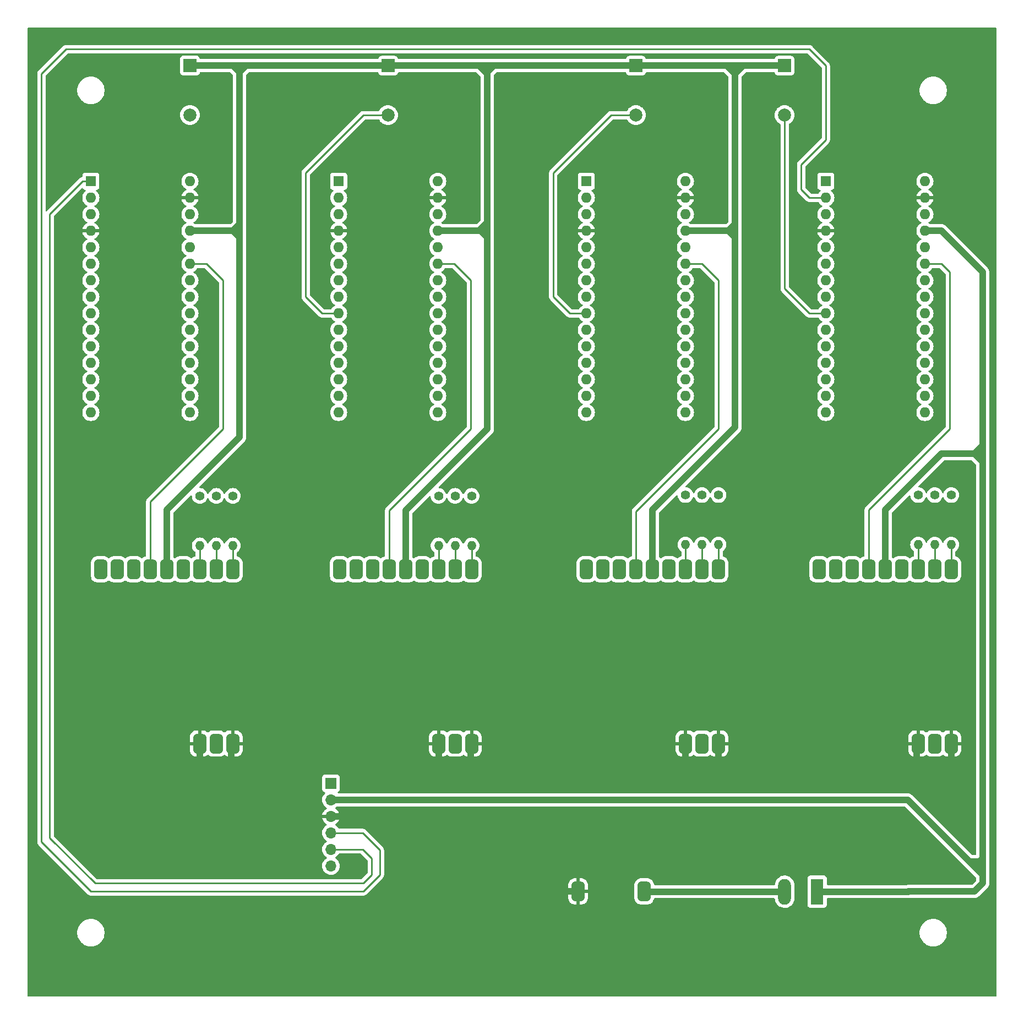
<source format=gbr>
%TF.GenerationSoftware,KiCad,Pcbnew,(6.0.7)*%
%TF.CreationDate,2022-10-02T12:09:57-05:00*%
%TF.ProjectId,PidflightLapV2,50696466-6c69-4676-9874-4c617056322e,1.0*%
%TF.SameCoordinates,Original*%
%TF.FileFunction,Copper,L1,Top*%
%TF.FilePolarity,Positive*%
%FSLAX46Y46*%
G04 Gerber Fmt 4.6, Leading zero omitted, Abs format (unit mm)*
G04 Created by KiCad (PCBNEW (6.0.7)) date 2022-10-02 12:09:57*
%MOMM*%
%LPD*%
G01*
G04 APERTURE LIST*
G04 Aperture macros list*
%AMRoundRect*
0 Rectangle with rounded corners*
0 $1 Rounding radius*
0 $2 $3 $4 $5 $6 $7 $8 $9 X,Y pos of 4 corners*
0 Add a 4 corners polygon primitive as box body*
4,1,4,$2,$3,$4,$5,$6,$7,$8,$9,$2,$3,0*
0 Add four circle primitives for the rounded corners*
1,1,$1+$1,$2,$3*
1,1,$1+$1,$4,$5*
1,1,$1+$1,$6,$7*
1,1,$1+$1,$8,$9*
0 Add four rect primitives between the rounded corners*
20,1,$1+$1,$2,$3,$4,$5,0*
20,1,$1+$1,$4,$5,$6,$7,0*
20,1,$1+$1,$6,$7,$8,$9,0*
20,1,$1+$1,$8,$9,$2,$3,0*%
G04 Aperture macros list end*
%TA.AperFunction,ComponentPad*%
%ADD10R,1.980000X3.960000*%
%TD*%
%TA.AperFunction,ComponentPad*%
%ADD11O,1.980000X3.960000*%
%TD*%
%TA.AperFunction,ComponentPad*%
%ADD12R,1.600000X1.600000*%
%TD*%
%TA.AperFunction,ComponentPad*%
%ADD13O,1.600000X1.600000*%
%TD*%
%TA.AperFunction,ComponentPad*%
%ADD14C,1.400000*%
%TD*%
%TA.AperFunction,ComponentPad*%
%ADD15O,1.400000X1.400000*%
%TD*%
%TA.AperFunction,SMDPad,CuDef*%
%ADD16RoundRect,0.500000X0.500000X-1.000000X0.500000X1.000000X-0.500000X1.000000X-0.500000X-1.000000X0*%
%TD*%
%TA.AperFunction,ComponentPad*%
%ADD17R,2.000000X2.000000*%
%TD*%
%TA.AperFunction,ComponentPad*%
%ADD18C,2.000000*%
%TD*%
%TA.AperFunction,ComponentPad*%
%ADD19R,1.700000X1.700000*%
%TD*%
%TA.AperFunction,ComponentPad*%
%ADD20O,1.700000X1.700000*%
%TD*%
%TA.AperFunction,ViaPad*%
%ADD21C,0.800000*%
%TD*%
%TA.AperFunction,Conductor*%
%ADD22C,0.250000*%
%TD*%
%TA.AperFunction,Conductor*%
%ADD23C,1.000000*%
%TD*%
G04 APERTURE END LIST*
D10*
%TO.P,BT1,1,+*%
%TO.N,+5V*%
X141164000Y-153448500D03*
D11*
%TO.P,BT1,2,-*%
%TO.N,Net-(BT1-Pad2)*%
X136164000Y-153448500D03*
%TD*%
D12*
%TO.P,U9,1,D1/TX*%
%TO.N,Net-(U7-Pad2)*%
X142494000Y-44196000D03*
D13*
%TO.P,U9,2,D0/RX*%
%TO.N,Net-(U1-Pad4)*%
X142494000Y-46736000D03*
%TO.P,U9,3,~{RESET}*%
%TO.N,unconnected-(U9-Pad3)*%
X142494000Y-49276000D03*
%TO.P,U9,4,GND*%
%TO.N,GND*%
X142494000Y-51816000D03*
%TO.P,U9,5,D2*%
%TO.N,unconnected-(U9-Pad5)*%
X142494000Y-54356000D03*
%TO.P,U9,6,D3*%
%TO.N,unconnected-(U9-Pad6)*%
X142494000Y-56896000D03*
%TO.P,U9,7,D4*%
%TO.N,unconnected-(U9-Pad7)*%
X142494000Y-59436000D03*
%TO.P,U9,8,D5*%
%TO.N,unconnected-(U9-Pad8)*%
X142494000Y-61976000D03*
%TO.P,U9,9,D6*%
%TO.N,Net-(B4-Pad2)*%
X142494000Y-64516000D03*
%TO.P,U9,10,D7*%
%TO.N,unconnected-(U9-Pad10)*%
X142494000Y-67056000D03*
%TO.P,U9,11,D8*%
%TO.N,unconnected-(U9-Pad11)*%
X142494000Y-69596000D03*
%TO.P,U9,12,D9*%
%TO.N,unconnected-(U9-Pad12)*%
X142494000Y-72136000D03*
%TO.P,U9,13,D10*%
%TO.N,Net-(1k12-Pad1)*%
X142494000Y-74676000D03*
%TO.P,U9,14,D11*%
%TO.N,Net-(1k11-Pad1)*%
X142494000Y-77216000D03*
%TO.P,U9,15,D12*%
%TO.N,Net-(1k10-Pad1)*%
X142494000Y-79756000D03*
%TO.P,U9,16,D13*%
%TO.N,unconnected-(U9-Pad16)*%
X157734000Y-79756000D03*
%TO.P,U9,17,3V3*%
%TO.N,unconnected-(U9-Pad17)*%
X157734000Y-77216000D03*
%TO.P,U9,18,AREF*%
%TO.N,unconnected-(U9-Pad18)*%
X157734000Y-74676000D03*
%TO.P,U9,19,A0*%
%TO.N,unconnected-(U9-Pad19)*%
X157734000Y-72136000D03*
%TO.P,U9,20,A1*%
%TO.N,unconnected-(U9-Pad20)*%
X157734000Y-69596000D03*
%TO.P,U9,21,A2*%
%TO.N,unconnected-(U9-Pad21)*%
X157734000Y-67056000D03*
%TO.P,U9,22,A3*%
%TO.N,unconnected-(U9-Pad22)*%
X157734000Y-64516000D03*
%TO.P,U9,23,A4*%
%TO.N,unconnected-(U9-Pad23)*%
X157734000Y-61976000D03*
%TO.P,U9,24,A5*%
%TO.N,unconnected-(U9-Pad24)*%
X157734000Y-59436000D03*
%TO.P,U9,25,A6*%
%TO.N,Net-(U8-Pad4)*%
X157734000Y-56896000D03*
%TO.P,U9,26,A7*%
%TO.N,unconnected-(U9-Pad26)*%
X157734000Y-54356000D03*
%TO.P,U9,27,+5V*%
%TO.N,+5V*%
X157734000Y-51816000D03*
%TO.P,U9,28,~{RESET}*%
%TO.N,unconnected-(U9-Pad28)*%
X157734000Y-49276000D03*
%TO.P,U9,29,GND*%
%TO.N,GND*%
X157734000Y-46736000D03*
%TO.P,U9,30,VIN*%
%TO.N,unconnected-(U9-Pad30)*%
X157734000Y-44196000D03*
%TD*%
D14*
%TO.P,1k2,1*%
%TO.N,Net-(1k2-Pad1)*%
X48758496Y-92588363D03*
D15*
%TO.P,1k2,2*%
%TO.N,Net-(1k2-Pad2)*%
X48754000Y-100208363D03*
%TD*%
D12*
%TO.P,U5,1,D1/TX*%
%TO.N,Net-(U3-Pad2)*%
X67574000Y-44196000D03*
D13*
%TO.P,U5,2,D0/RX*%
%TO.N,Net-(U5-Pad2)*%
X67574000Y-46736000D03*
%TO.P,U5,3,~{RESET}*%
%TO.N,unconnected-(U5-Pad3)*%
X67574000Y-49276000D03*
%TO.P,U5,4,GND*%
%TO.N,GND*%
X67574000Y-51816000D03*
%TO.P,U5,5,D2*%
%TO.N,unconnected-(U5-Pad5)*%
X67574000Y-54356000D03*
%TO.P,U5,6,D3*%
%TO.N,unconnected-(U5-Pad6)*%
X67574000Y-56896000D03*
%TO.P,U5,7,D4*%
%TO.N,unconnected-(U5-Pad7)*%
X67574000Y-59436000D03*
%TO.P,U5,8,D5*%
%TO.N,unconnected-(U5-Pad8)*%
X67574000Y-61976000D03*
%TO.P,U5,9,D6*%
%TO.N,Net-(B2-Pad2)*%
X67574000Y-64516000D03*
%TO.P,U5,10,D7*%
%TO.N,unconnected-(U5-Pad10)*%
X67574000Y-67056000D03*
%TO.P,U5,11,D8*%
%TO.N,unconnected-(U5-Pad11)*%
X67574000Y-69596000D03*
%TO.P,U5,12,D9*%
%TO.N,unconnected-(U5-Pad12)*%
X67574000Y-72136000D03*
%TO.P,U5,13,D10*%
%TO.N,Net-(1k6-Pad1)*%
X67574000Y-74676000D03*
%TO.P,U5,14,D11*%
%TO.N,Net-(1k5-Pad1)*%
X67574000Y-77216000D03*
%TO.P,U5,15,D12*%
%TO.N,Net-(1k4-Pad1)*%
X67574000Y-79756000D03*
%TO.P,U5,16,D13*%
%TO.N,unconnected-(U5-Pad16)*%
X82814000Y-79756000D03*
%TO.P,U5,17,3V3*%
%TO.N,unconnected-(U5-Pad17)*%
X82814000Y-77216000D03*
%TO.P,U5,18,AREF*%
%TO.N,unconnected-(U5-Pad18)*%
X82814000Y-74676000D03*
%TO.P,U5,19,A0*%
%TO.N,unconnected-(U5-Pad19)*%
X82814000Y-72136000D03*
%TO.P,U5,20,A1*%
%TO.N,unconnected-(U5-Pad20)*%
X82814000Y-69596000D03*
%TO.P,U5,21,A2*%
%TO.N,unconnected-(U5-Pad21)*%
X82814000Y-67056000D03*
%TO.P,U5,22,A3*%
%TO.N,unconnected-(U5-Pad22)*%
X82814000Y-64516000D03*
%TO.P,U5,23,A4*%
%TO.N,unconnected-(U5-Pad23)*%
X82814000Y-61976000D03*
%TO.P,U5,24,A5*%
%TO.N,unconnected-(U5-Pad24)*%
X82814000Y-59436000D03*
%TO.P,U5,25,A6*%
%TO.N,Net-(U4-Pad4)*%
X82814000Y-56896000D03*
%TO.P,U5,26,A7*%
%TO.N,unconnected-(U5-Pad26)*%
X82814000Y-54356000D03*
%TO.P,U5,27,+5V*%
%TO.N,+5V*%
X82814000Y-51816000D03*
%TO.P,U5,28,~{RESET}*%
%TO.N,unconnected-(U5-Pad28)*%
X82814000Y-49276000D03*
%TO.P,U5,29,GND*%
%TO.N,GND*%
X82814000Y-46736000D03*
%TO.P,U5,30,VIN*%
%TO.N,unconnected-(U5-Pad30)*%
X82814000Y-44196000D03*
%TD*%
D16*
%TO.P,SW1,1,A*%
%TO.N,GND*%
X104394000Y-153416000D03*
%TO.P,SW1,2,B*%
%TO.N,Net-(BT1-Pad2)*%
X114554000Y-153416000D03*
%TD*%
D14*
%TO.P,1k4,1*%
%TO.N,Net-(1k4-Pad1)*%
X82930141Y-92590994D03*
D15*
%TO.P,1k4,2*%
%TO.N,Net-(1k4-Pad2)*%
X82930141Y-100210994D03*
%TD*%
D16*
%TO.P,U6,1,GND*%
%TO.N,unconnected-(U6-Pad1)*%
X105664000Y-103886000D03*
%TO.P,U6,2,VIDEO*%
%TO.N,unconnected-(U6-Pad2)*%
X108204000Y-103886000D03*
%TO.P,U6,3,AUDIO*%
%TO.N,unconnected-(U6-Pad3)*%
X110744000Y-103886000D03*
%TO.P,U6,4,RSSI*%
%TO.N,Net-(U6-Pad4)*%
X113284000Y-103886000D03*
%TO.P,U6,5,5V*%
%TO.N,+5V*%
X115824000Y-103886000D03*
%TO.P,U6,6,GND*%
%TO.N,unconnected-(U6-Pad6)*%
X118364000Y-103886000D03*
%TO.P,U6,7,CH3*%
%TO.N,Net-(1k7-Pad2)*%
X120904000Y-103886000D03*
%TO.P,U6,8,CH2*%
%TO.N,Net-(1k8-Pad2)*%
X123444000Y-103886000D03*
%TO.P,U6,9,CH1*%
%TO.N,Net-(1k9-Pad2)*%
X125984000Y-103886000D03*
%TO.P,U6,10,GND*%
%TO.N,GND*%
X125984000Y-130686000D03*
%TO.P,U6,11,ANT*%
%TO.N,unconnected-(U6-Pad11)*%
X123444000Y-130686000D03*
%TO.P,U6,12,GND*%
%TO.N,GND*%
X120904000Y-130686000D03*
%TD*%
D17*
%TO.P,B4,1,V+*%
%TO.N,+5V*%
X136144000Y-26426000D03*
D18*
%TO.P,B4,2,V-*%
%TO.N,Net-(B4-Pad2)*%
X136144000Y-34026000D03*
%TD*%
D17*
%TO.P,B3,1,V+*%
%TO.N,+5V*%
X113284000Y-26426000D03*
D18*
%TO.P,B3,2,V-*%
%TO.N,Net-(B3-Pad2)*%
X113284000Y-34026000D03*
%TD*%
D14*
%TO.P,1k12,1*%
%TO.N,Net-(1k12-Pad1)*%
X161778630Y-92456000D03*
D15*
%TO.P,1k12,2*%
%TO.N,Net-(1k12-Pad2)*%
X161778630Y-100076000D03*
%TD*%
D14*
%TO.P,1k11,1*%
%TO.N,Net-(1k11-Pad1)*%
X159238630Y-92456000D03*
D15*
%TO.P,1k11,2*%
%TO.N,Net-(1k11-Pad2)*%
X159238630Y-100076000D03*
%TD*%
D14*
%TO.P,1k8,1*%
%TO.N,Net-(1k8-Pad1)*%
X123444000Y-92456000D03*
D15*
%TO.P,1k8,2*%
%TO.N,Net-(1k8-Pad2)*%
X123444000Y-100076000D03*
%TD*%
D12*
%TO.P,U7,1,D1/TX*%
%TO.N,Net-(U5-Pad2)*%
X105664000Y-44196000D03*
D13*
%TO.P,U7,2,D0/RX*%
%TO.N,Net-(U7-Pad2)*%
X105664000Y-46736000D03*
%TO.P,U7,3,~{RESET}*%
%TO.N,unconnected-(U7-Pad3)*%
X105664000Y-49276000D03*
%TO.P,U7,4,GND*%
%TO.N,GND*%
X105664000Y-51816000D03*
%TO.P,U7,5,D2*%
%TO.N,unconnected-(U7-Pad5)*%
X105664000Y-54356000D03*
%TO.P,U7,6,D3*%
%TO.N,unconnected-(U7-Pad6)*%
X105664000Y-56896000D03*
%TO.P,U7,7,D4*%
%TO.N,unconnected-(U7-Pad7)*%
X105664000Y-59436000D03*
%TO.P,U7,8,D5*%
%TO.N,unconnected-(U7-Pad8)*%
X105664000Y-61976000D03*
%TO.P,U7,9,D6*%
%TO.N,Net-(B3-Pad2)*%
X105664000Y-64516000D03*
%TO.P,U7,10,D7*%
%TO.N,unconnected-(U7-Pad10)*%
X105664000Y-67056000D03*
%TO.P,U7,11,D8*%
%TO.N,unconnected-(U7-Pad11)*%
X105664000Y-69596000D03*
%TO.P,U7,12,D9*%
%TO.N,unconnected-(U7-Pad12)*%
X105664000Y-72136000D03*
%TO.P,U7,13,D10*%
%TO.N,Net-(1k9-Pad1)*%
X105664000Y-74676000D03*
%TO.P,U7,14,D11*%
%TO.N,Net-(1k8-Pad1)*%
X105664000Y-77216000D03*
%TO.P,U7,15,D12*%
%TO.N,Net-(1k7-Pad1)*%
X105664000Y-79756000D03*
%TO.P,U7,16,D13*%
%TO.N,unconnected-(U7-Pad16)*%
X120904000Y-79756000D03*
%TO.P,U7,17,3V3*%
%TO.N,unconnected-(U7-Pad17)*%
X120904000Y-77216000D03*
%TO.P,U7,18,AREF*%
%TO.N,unconnected-(U7-Pad18)*%
X120904000Y-74676000D03*
%TO.P,U7,19,A0*%
%TO.N,unconnected-(U7-Pad19)*%
X120904000Y-72136000D03*
%TO.P,U7,20,A1*%
%TO.N,unconnected-(U7-Pad20)*%
X120904000Y-69596000D03*
%TO.P,U7,21,A2*%
%TO.N,unconnected-(U7-Pad21)*%
X120904000Y-67056000D03*
%TO.P,U7,22,A3*%
%TO.N,unconnected-(U7-Pad22)*%
X120904000Y-64516000D03*
%TO.P,U7,23,A4*%
%TO.N,unconnected-(U7-Pad23)*%
X120904000Y-61976000D03*
%TO.P,U7,24,A5*%
%TO.N,unconnected-(U7-Pad24)*%
X120904000Y-59436000D03*
%TO.P,U7,25,A6*%
%TO.N,Net-(U6-Pad4)*%
X120904000Y-56896000D03*
%TO.P,U7,26,A7*%
%TO.N,unconnected-(U7-Pad26)*%
X120904000Y-54356000D03*
%TO.P,U7,27,+5V*%
%TO.N,+5V*%
X120904000Y-51816000D03*
%TO.P,U7,28,~{RESET}*%
%TO.N,unconnected-(U7-Pad28)*%
X120904000Y-49276000D03*
%TO.P,U7,29,GND*%
%TO.N,GND*%
X120904000Y-46736000D03*
%TO.P,U7,30,VIN*%
%TO.N,unconnected-(U7-Pad30)*%
X120904000Y-44196000D03*
%TD*%
D14*
%TO.P,1k1,1*%
%TO.N,Net-(1k1-Pad1)*%
X46218496Y-92588363D03*
D15*
%TO.P,1k1,2*%
%TO.N,Net-(1k1-Pad2)*%
X46214000Y-100208363D03*
%TD*%
D16*
%TO.P,U2,1,GND*%
%TO.N,unconnected-(U2-Pad1)*%
X30974000Y-103886000D03*
%TO.P,U2,2,VIDEO*%
%TO.N,unconnected-(U2-Pad2)*%
X33514000Y-103886000D03*
%TO.P,U2,3,AUDIO*%
%TO.N,unconnected-(U2-Pad3)*%
X36054000Y-103886000D03*
%TO.P,U2,4,RSSI*%
%TO.N,Net-(U2-Pad4)*%
X38594000Y-103886000D03*
%TO.P,U2,5,5V*%
%TO.N,+5V*%
X41134000Y-103886000D03*
%TO.P,U2,6,GND*%
%TO.N,unconnected-(U2-Pad6)*%
X43674000Y-103886000D03*
%TO.P,U2,7,CH3*%
%TO.N,Net-(1k1-Pad2)*%
X46214000Y-103886000D03*
%TO.P,U2,8,CH2*%
%TO.N,Net-(1k2-Pad2)*%
X48754000Y-103886000D03*
%TO.P,U2,9,CH1*%
%TO.N,Net-(1k3-Pad2)*%
X51294000Y-103886000D03*
%TO.P,U2,10,GND*%
%TO.N,GND*%
X51294000Y-130686000D03*
%TO.P,U2,11,ANT*%
%TO.N,unconnected-(U2-Pad11)*%
X48754000Y-130686000D03*
%TO.P,U2,12,GND*%
%TO.N,GND*%
X46214000Y-130686000D03*
%TD*%
D14*
%TO.P,1k7,1*%
%TO.N,Net-(1k7-Pad1)*%
X120904000Y-92456000D03*
D15*
%TO.P,1k7,2*%
%TO.N,Net-(1k7-Pad2)*%
X120904000Y-100076000D03*
%TD*%
D19*
%TO.P,U1,1,KEY*%
%TO.N,unconnected-(U1-Pad1)*%
X66389000Y-136793500D03*
D20*
%TO.P,U1,2,VCC*%
%TO.N,+5V*%
X66389000Y-139333500D03*
%TO.P,U1,3,GND*%
%TO.N,GND*%
X66389000Y-141873500D03*
%TO.P,U1,4,TXD*%
%TO.N,Net-(U1-Pad4)*%
X66389000Y-144413500D03*
%TO.P,U1,5,RXD*%
%TO.N,Net-(U1-Pad5)*%
X66389000Y-146953500D03*
%TO.P,U1,6,STATE*%
%TO.N,unconnected-(U1-Pad6)*%
X66389000Y-149493500D03*
%TD*%
D12*
%TO.P,U3,1,D1/TX*%
%TO.N,Net-(U1-Pad5)*%
X29464000Y-44196000D03*
D13*
%TO.P,U3,2,D0/RX*%
%TO.N,Net-(U3-Pad2)*%
X29464000Y-46736000D03*
%TO.P,U3,3,~{RESET}*%
%TO.N,unconnected-(U3-Pad3)*%
X29464000Y-49276000D03*
%TO.P,U3,4,GND*%
%TO.N,GND*%
X29464000Y-51816000D03*
%TO.P,U3,5,D2*%
%TO.N,unconnected-(U3-Pad5)*%
X29464000Y-54356000D03*
%TO.P,U3,6,D3*%
%TO.N,unconnected-(U3-Pad6)*%
X29464000Y-56896000D03*
%TO.P,U3,7,D4*%
%TO.N,unconnected-(U3-Pad7)*%
X29464000Y-59436000D03*
%TO.P,U3,8,D5*%
%TO.N,unconnected-(U3-Pad8)*%
X29464000Y-61976000D03*
%TO.P,U3,9,D6*%
%TO.N,Net-(B1-Pad2)*%
X29464000Y-64516000D03*
%TO.P,U3,10,D7*%
%TO.N,unconnected-(U3-Pad10)*%
X29464000Y-67056000D03*
%TO.P,U3,11,D8*%
%TO.N,unconnected-(U3-Pad11)*%
X29464000Y-69596000D03*
%TO.P,U3,12,D9*%
%TO.N,unconnected-(U3-Pad12)*%
X29464000Y-72136000D03*
%TO.P,U3,13,D10*%
%TO.N,Net-(1k3-Pad1)*%
X29464000Y-74676000D03*
%TO.P,U3,14,D11*%
%TO.N,Net-(1k2-Pad1)*%
X29464000Y-77216000D03*
%TO.P,U3,15,D12*%
%TO.N,Net-(1k1-Pad1)*%
X29464000Y-79756000D03*
%TO.P,U3,16,D13*%
%TO.N,unconnected-(U3-Pad16)*%
X44704000Y-79756000D03*
%TO.P,U3,17,3V3*%
%TO.N,unconnected-(U3-Pad17)*%
X44704000Y-77216000D03*
%TO.P,U3,18,AREF*%
%TO.N,unconnected-(U3-Pad18)*%
X44704000Y-74676000D03*
%TO.P,U3,19,A0*%
%TO.N,unconnected-(U3-Pad19)*%
X44704000Y-72136000D03*
%TO.P,U3,20,A1*%
%TO.N,unconnected-(U3-Pad20)*%
X44704000Y-69596000D03*
%TO.P,U3,21,A2*%
%TO.N,unconnected-(U3-Pad21)*%
X44704000Y-67056000D03*
%TO.P,U3,22,A3*%
%TO.N,unconnected-(U3-Pad22)*%
X44704000Y-64516000D03*
%TO.P,U3,23,A4*%
%TO.N,unconnected-(U3-Pad23)*%
X44704000Y-61976000D03*
%TO.P,U3,24,A5*%
%TO.N,unconnected-(U3-Pad24)*%
X44704000Y-59436000D03*
%TO.P,U3,25,A6*%
%TO.N,Net-(U2-Pad4)*%
X44704000Y-56896000D03*
%TO.P,U3,26,A7*%
%TO.N,unconnected-(U3-Pad26)*%
X44704000Y-54356000D03*
%TO.P,U3,27,+5V*%
%TO.N,+5V*%
X44704000Y-51816000D03*
%TO.P,U3,28,~{RESET}*%
%TO.N,unconnected-(U3-Pad28)*%
X44704000Y-49276000D03*
%TO.P,U3,29,GND*%
%TO.N,GND*%
X44704000Y-46736000D03*
%TO.P,U3,30,VIN*%
%TO.N,unconnected-(U3-Pad30)*%
X44704000Y-44196000D03*
%TD*%
D14*
%TO.P,1k10,1*%
%TO.N,Net-(1k10-Pad1)*%
X156698630Y-92456000D03*
D15*
%TO.P,1k10,2*%
%TO.N,Net-(1k10-Pad2)*%
X156698630Y-100076000D03*
%TD*%
D14*
%TO.P,1k3,1*%
%TO.N,Net-(1k3-Pad1)*%
X51298496Y-92588363D03*
D15*
%TO.P,1k3,2*%
%TO.N,Net-(1k3-Pad2)*%
X51294000Y-100208363D03*
%TD*%
D16*
%TO.P,U8,1,GND*%
%TO.N,unconnected-(U8-Pad1)*%
X141464000Y-103886000D03*
%TO.P,U8,2,VIDEO*%
%TO.N,unconnected-(U8-Pad2)*%
X144004000Y-103886000D03*
%TO.P,U8,3,AUDIO*%
%TO.N,unconnected-(U8-Pad3)*%
X146544000Y-103886000D03*
%TO.P,U8,4,RSSI*%
%TO.N,Net-(U8-Pad4)*%
X149084000Y-103886000D03*
%TO.P,U8,5,5V*%
%TO.N,+5V*%
X151624000Y-103886000D03*
%TO.P,U8,6,GND*%
%TO.N,unconnected-(U8-Pad6)*%
X154164000Y-103886000D03*
%TO.P,U8,7,CH3*%
%TO.N,Net-(1k10-Pad2)*%
X156704000Y-103886000D03*
%TO.P,U8,8,CH2*%
%TO.N,Net-(1k11-Pad2)*%
X159244000Y-103886000D03*
%TO.P,U8,9,CH1*%
%TO.N,Net-(1k12-Pad2)*%
X161784000Y-103886000D03*
%TO.P,U8,10,GND*%
%TO.N,GND*%
X161784000Y-130686000D03*
%TO.P,U8,11,ANT*%
%TO.N,unconnected-(U8-Pad11)*%
X159244000Y-130686000D03*
%TO.P,U8,12,GND*%
%TO.N,GND*%
X156704000Y-130686000D03*
%TD*%
D17*
%TO.P,B1,1,V+*%
%TO.N,+5V*%
X44704000Y-26416000D03*
D18*
%TO.P,B1,2,V-*%
%TO.N,Net-(B1-Pad2)*%
X44704000Y-34016000D03*
%TD*%
D14*
%TO.P,1k6,1*%
%TO.N,Net-(1k6-Pad1)*%
X88010141Y-92590994D03*
D15*
%TO.P,1k6,2*%
%TO.N,Net-(1k6-Pad2)*%
X88010141Y-100210994D03*
%TD*%
D14*
%TO.P,1k9,1*%
%TO.N,Net-(1k9-Pad1)*%
X125984000Y-92456000D03*
D15*
%TO.P,1k9,2*%
%TO.N,Net-(1k9-Pad2)*%
X125984000Y-100076000D03*
%TD*%
D16*
%TO.P,U4,1,GND*%
%TO.N,unconnected-(U4-Pad1)*%
X67724000Y-103886000D03*
%TO.P,U4,2,VIDEO*%
%TO.N,unconnected-(U4-Pad2)*%
X70264000Y-103886000D03*
%TO.P,U4,3,AUDIO*%
%TO.N,unconnected-(U4-Pad3)*%
X72804000Y-103886000D03*
%TO.P,U4,4,RSSI*%
%TO.N,Net-(U4-Pad4)*%
X75344000Y-103886000D03*
%TO.P,U4,5,5V*%
%TO.N,+5V*%
X77884000Y-103886000D03*
%TO.P,U4,6,GND*%
%TO.N,unconnected-(U4-Pad6)*%
X80424000Y-103886000D03*
%TO.P,U4,7,CH3*%
%TO.N,Net-(1k4-Pad2)*%
X82964000Y-103886000D03*
%TO.P,U4,8,CH2*%
%TO.N,Net-(1k5-Pad2)*%
X85504000Y-103886000D03*
%TO.P,U4,9,CH1*%
%TO.N,Net-(1k6-Pad2)*%
X88044000Y-103886000D03*
%TO.P,U4,10,GND*%
%TO.N,GND*%
X88044000Y-130686000D03*
%TO.P,U4,11,ANT*%
%TO.N,unconnected-(U4-Pad11)*%
X85504000Y-130686000D03*
%TO.P,U4,12,GND*%
%TO.N,GND*%
X82964000Y-130686000D03*
%TD*%
D14*
%TO.P,1k5,1*%
%TO.N,Net-(1k5-Pad1)*%
X85470141Y-92590994D03*
D15*
%TO.P,1k5,2*%
%TO.N,Net-(1k5-Pad2)*%
X85470141Y-100210994D03*
%TD*%
D17*
%TO.P,B2,1,V+*%
%TO.N,+5V*%
X75175147Y-26426000D03*
D18*
%TO.P,B2,2,V-*%
%TO.N,Net-(B2-Pad2)*%
X75175147Y-34026000D03*
%TD*%
D21*
%TO.N,GND*%
X94234000Y-134366000D03*
X94234000Y-147066000D03*
%TD*%
D22*
%TO.N,Net-(1k1-Pad2)*%
X46214000Y-100208363D02*
X46214000Y-103886000D01*
%TO.N,Net-(1k2-Pad2)*%
X48754000Y-100208363D02*
X48754000Y-103886000D01*
%TO.N,Net-(1k3-Pad2)*%
X51294000Y-100208363D02*
X51294000Y-103886000D01*
%TO.N,Net-(1k4-Pad2)*%
X82930141Y-103852141D02*
X82964000Y-103886000D01*
X82930141Y-100210994D02*
X82930141Y-103852141D01*
%TO.N,Net-(1k5-Pad2)*%
X85470141Y-100210994D02*
X85470141Y-103852141D01*
X85470141Y-103852141D02*
X85504000Y-103886000D01*
%TO.N,Net-(1k6-Pad2)*%
X88010141Y-103852141D02*
X88044000Y-103886000D01*
X88010141Y-100210994D02*
X88010141Y-103852141D01*
%TO.N,Net-(1k7-Pad2)*%
X120904000Y-100076000D02*
X120904000Y-103886000D01*
%TO.N,Net-(1k8-Pad2)*%
X123444000Y-100076000D02*
X123444000Y-103886000D01*
%TO.N,Net-(1k9-Pad2)*%
X125984000Y-100076000D02*
X125984000Y-103886000D01*
%TO.N,Net-(1k10-Pad2)*%
X156698630Y-103880630D02*
X156698630Y-100076000D01*
X156704000Y-103886000D02*
X156698630Y-103880630D01*
%TO.N,Net-(1k11-Pad2)*%
X159238630Y-100076000D02*
X159238630Y-103880630D01*
X159238630Y-103880630D02*
X159244000Y-103886000D01*
%TO.N,Net-(1k12-Pad2)*%
X161778630Y-103880630D02*
X161784000Y-103886000D01*
X161778630Y-100076000D02*
X161778630Y-103880630D01*
D23*
%TO.N,+5V*%
X166624000Y-79756000D02*
X166624000Y-84582000D01*
X52324000Y-27432000D02*
X51308000Y-26416000D01*
X130038000Y-26426000D02*
X136144000Y-26426000D01*
X155194000Y-153416000D02*
X165354000Y-153416000D01*
X77884000Y-94836000D02*
X90434000Y-82286000D01*
X155161500Y-153448500D02*
X155194000Y-153416000D01*
X166624000Y-152146000D02*
X166624000Y-150876000D01*
X52324000Y-27432000D02*
X53340000Y-26416000D01*
X129784000Y-26426000D02*
X130038000Y-26426000D01*
X75175147Y-26426000D02*
X89164000Y-26426000D01*
X82814000Y-51816000D02*
X89408000Y-51816000D01*
X128524000Y-82056000D02*
X128524000Y-79756000D01*
X52324000Y-27686000D02*
X52324000Y-26416000D01*
X127508000Y-51816000D02*
X128524000Y-51816000D01*
X52324000Y-50546000D02*
X52324000Y-27686000D01*
X166624000Y-150114000D02*
X165862000Y-149352000D01*
X89408000Y-51816000D02*
X90424000Y-51816000D01*
X151624000Y-94756000D02*
X160274000Y-86106000D01*
X166624000Y-84836000D02*
X166624000Y-84582000D01*
X90434000Y-52842000D02*
X90434000Y-51806000D01*
X52324000Y-83566000D02*
X52324000Y-53086000D01*
X166624000Y-150876000D02*
X166624000Y-150114000D01*
X151624000Y-103886000D02*
X151624000Y-94756000D01*
X115824000Y-103886000D02*
X115824000Y-94756000D01*
X165354000Y-149606000D02*
X166624000Y-148336000D01*
X127508000Y-51816000D02*
X128524000Y-52832000D01*
X90434000Y-27442000D02*
X90434000Y-26426000D01*
X166370000Y-87122000D02*
X166624000Y-87122000D01*
X90434000Y-50536000D02*
X90434000Y-27442000D01*
X89164000Y-26426000D02*
X90434000Y-26426000D01*
X165354000Y-86106000D02*
X166624000Y-84836000D01*
X52324000Y-27686000D02*
X52324000Y-27432000D01*
X51308000Y-51816000D02*
X52324000Y-52832000D01*
X77884000Y-103886000D02*
X77884000Y-94836000D01*
X51308000Y-51816000D02*
X52324000Y-51816000D01*
X160274000Y-51816000D02*
X166624000Y-58166000D01*
X141164000Y-153448500D02*
X155161500Y-153448500D01*
X90434000Y-26426000D02*
X91684000Y-26426000D01*
X165354000Y-149606000D02*
X155081500Y-139333500D01*
X127508000Y-51816000D02*
X128524000Y-50800000D01*
X155081500Y-139333500D02*
X153811500Y-139333500D01*
X128524000Y-53086000D02*
X128524000Y-51816000D01*
X166624000Y-150876000D02*
X165354000Y-149606000D01*
X166624000Y-150876000D02*
X166624000Y-149352000D01*
X89408000Y-51816000D02*
X89408000Y-51562000D01*
X166624000Y-149352000D02*
X166116000Y-148844000D01*
X113284000Y-26426000D02*
X127010000Y-26426000D01*
X90434000Y-27442000D02*
X90180000Y-27442000D01*
X91684000Y-26426000D02*
X113284000Y-26426000D01*
X89408000Y-51816000D02*
X90434000Y-52842000D01*
X91450000Y-26426000D02*
X91684000Y-26426000D01*
X165354000Y-86106000D02*
X166624000Y-86106000D01*
X128524000Y-50292000D02*
X128524000Y-27686000D01*
X127264000Y-26426000D02*
X127010000Y-26426000D01*
X115824000Y-94756000D02*
X128524000Y-82056000D01*
X120904000Y-51816000D02*
X127508000Y-51816000D01*
X160274000Y-86106000D02*
X165354000Y-86106000D01*
D22*
X90424000Y-51816000D02*
X90434000Y-51806000D01*
D23*
X128524000Y-27686000D02*
X129784000Y-26426000D01*
X90434000Y-51806000D02*
X90434000Y-50536000D01*
X128524000Y-51816000D02*
X128524000Y-50292000D01*
X44704000Y-51816000D02*
X51308000Y-51816000D01*
X166624000Y-84582000D02*
X166624000Y-86106000D01*
D22*
X75175147Y-26426000D02*
X75165147Y-26416000D01*
D23*
X90434000Y-27442000D02*
X91450000Y-26426000D01*
X128524000Y-27686000D02*
X127264000Y-26426000D01*
X128524000Y-27686000D02*
X128524000Y-26416000D01*
X166624000Y-58166000D02*
X166624000Y-79756000D01*
X53340000Y-26416000D02*
X53594000Y-26416000D01*
X128524000Y-79756000D02*
X128524000Y-53086000D01*
X52324000Y-52832000D02*
X52324000Y-53086000D01*
X90434000Y-82286000D02*
X90434000Y-52842000D01*
X66389000Y-139333500D02*
X153811500Y-139333500D01*
X41134000Y-103886000D02*
X41134000Y-94756000D01*
X128524000Y-50800000D02*
X128524000Y-50292000D01*
X166624000Y-87122000D02*
X166624000Y-86106000D01*
X51308000Y-51816000D02*
X52324000Y-50800000D01*
X127010000Y-26426000D02*
X130038000Y-26426000D01*
X75165147Y-26416000D02*
X53594000Y-26416000D01*
X52324000Y-53086000D02*
X52324000Y-51816000D01*
X41134000Y-94756000D02*
X52324000Y-83566000D01*
X52324000Y-51816000D02*
X52324000Y-50546000D01*
X90180000Y-27442000D02*
X89164000Y-26426000D01*
X52324000Y-50800000D02*
X52324000Y-50546000D01*
X166624000Y-149352000D02*
X166624000Y-148336000D01*
X128524000Y-52832000D02*
X128524000Y-53086000D01*
X51308000Y-26416000D02*
X44704000Y-26416000D01*
X89408000Y-51562000D02*
X90434000Y-50536000D01*
X165354000Y-153416000D02*
X166624000Y-152146000D01*
X165354000Y-86106000D02*
X166370000Y-87122000D01*
X53594000Y-26416000D02*
X51308000Y-26416000D01*
X166624000Y-148336000D02*
X166624000Y-87122000D01*
X166116000Y-148844000D02*
X164846000Y-148844000D01*
X160274000Y-51816000D02*
X157734000Y-51816000D01*
D22*
%TO.N,Net-(B2-Pad2)*%
X75175147Y-34026000D02*
X71384000Y-34026000D01*
X65024000Y-64516000D02*
X67574000Y-64516000D01*
X62484000Y-42926000D02*
X62484000Y-61976000D01*
X62484000Y-61976000D02*
X65024000Y-64516000D01*
X71384000Y-34026000D02*
X62484000Y-42926000D01*
%TO.N,Net-(B3-Pad2)*%
X100574000Y-42926000D02*
X100574000Y-61976000D01*
X103114000Y-64516000D02*
X105664000Y-64516000D01*
X113265147Y-34026000D02*
X109474000Y-34026000D01*
X109474000Y-34026000D02*
X100574000Y-42926000D01*
X100574000Y-61976000D02*
X103114000Y-64516000D01*
%TO.N,Net-(B4-Pad2)*%
X136144000Y-60716000D02*
X136144000Y-34026000D01*
X139944000Y-64516000D02*
X136144000Y-60716000D01*
X142494000Y-64516000D02*
X139944000Y-64516000D01*
D23*
%TO.N,GND*%
X125984000Y-134366000D02*
X127508000Y-134366000D01*
X120904000Y-133350000D02*
X121920000Y-134366000D01*
X82964000Y-133256000D02*
X82898000Y-133256000D01*
X87884000Y-133350000D02*
X88900000Y-134366000D01*
X51054000Y-133350000D02*
X50292000Y-134112000D01*
X84074000Y-134366000D02*
X84582000Y-134366000D01*
X120904000Y-130686000D02*
X120904000Y-133350000D01*
X155448000Y-134366000D02*
X155194000Y-134366000D01*
X119634000Y-134366000D02*
X120904000Y-134366000D01*
X82964000Y-133256000D02*
X84074000Y-134366000D01*
X82964000Y-130686000D02*
X82964000Y-133256000D01*
X51054000Y-133350000D02*
X51054000Y-134366000D01*
X51054000Y-134366000D02*
X52070000Y-134366000D01*
D22*
X88044000Y-130686000D02*
X87884000Y-130846000D01*
D23*
X157734000Y-134366000D02*
X159004000Y-134366000D01*
X124714000Y-134366000D02*
X125984000Y-134366000D01*
D22*
X51294000Y-130686000D02*
X51054000Y-130926000D01*
D23*
X82964000Y-133256000D02*
X82964000Y-134206000D01*
X87884000Y-133350000D02*
X87884000Y-134366000D01*
X87884000Y-134366000D02*
X88900000Y-134366000D01*
X46214000Y-133336000D02*
X47244000Y-134366000D01*
D22*
X156704000Y-130686000D02*
X156464000Y-130926000D01*
D23*
X125984000Y-130686000D02*
X125984000Y-133350000D01*
X82898000Y-133256000D02*
X81788000Y-134366000D01*
X94234000Y-147066000D02*
X89154000Y-141986000D01*
X77724000Y-134366000D02*
X81788000Y-134366000D01*
X127508000Y-134366000D02*
X155194000Y-134366000D01*
X51054000Y-130926000D02*
X51054000Y-133350000D01*
X156464000Y-133350000D02*
X156464000Y-134366000D01*
X52070000Y-134366000D02*
X77724000Y-134366000D01*
X155194000Y-134366000D02*
X157734000Y-134366000D01*
X47244000Y-134366000D02*
X50292000Y-134366000D01*
X157480000Y-134366000D02*
X157734000Y-134366000D01*
X94234000Y-147066000D02*
X100584000Y-153416000D01*
X66389000Y-141873500D02*
X89041500Y-141873500D01*
X161784000Y-130686000D02*
X161784000Y-132856000D01*
X125984000Y-133350000D02*
X124968000Y-134366000D01*
X84582000Y-134366000D02*
X86868000Y-134366000D01*
X119888000Y-134366000D02*
X119634000Y-134366000D01*
X82804000Y-134366000D02*
X84582000Y-134366000D01*
X120904000Y-133350000D02*
X119888000Y-134366000D01*
X160274000Y-134366000D02*
X159004000Y-134366000D01*
X127000000Y-134366000D02*
X127508000Y-134366000D01*
X124968000Y-134366000D02*
X124714000Y-134366000D01*
X86868000Y-134366000D02*
X87884000Y-134366000D01*
X122174000Y-134366000D02*
X124714000Y-134366000D01*
X156464000Y-133350000D02*
X155448000Y-134366000D01*
X50292000Y-134112000D02*
X50292000Y-134366000D01*
X156464000Y-133350000D02*
X157480000Y-134366000D01*
X88900000Y-134366000D02*
X119634000Y-134366000D01*
X50292000Y-134366000D02*
X51054000Y-134366000D01*
X87884000Y-130846000D02*
X87884000Y-133350000D01*
D22*
X82964000Y-134206000D02*
X82804000Y-134366000D01*
D23*
X120904000Y-134366000D02*
X122174000Y-134366000D01*
X46214000Y-130686000D02*
X46214000Y-133336000D01*
X87884000Y-133350000D02*
X86868000Y-134366000D01*
X125984000Y-133350000D02*
X127000000Y-134366000D01*
X125984000Y-133350000D02*
X125984000Y-134366000D01*
X104394000Y-153416000D02*
X100584000Y-153416000D01*
X156464000Y-130926000D02*
X156464000Y-133350000D01*
X120904000Y-133350000D02*
X120904000Y-134366000D01*
X81788000Y-134366000D02*
X82804000Y-134366000D01*
X51054000Y-133350000D02*
X52070000Y-134366000D01*
X161784000Y-132856000D02*
X160274000Y-134366000D01*
X121920000Y-134366000D02*
X122174000Y-134366000D01*
D22*
%TO.N,Net-(U2-Pad4)*%
X38594000Y-93486000D02*
X49784000Y-82296000D01*
X49784000Y-59436000D02*
X47244000Y-56896000D01*
X38594000Y-103886000D02*
X38594000Y-93486000D01*
X47244000Y-56896000D02*
X44704000Y-56896000D01*
X49784000Y-82296000D02*
X49784000Y-59436000D01*
%TO.N,Net-(U4-Pad4)*%
X75344000Y-103886000D02*
X75344000Y-94836000D01*
X87884000Y-59436000D02*
X85344000Y-56896000D01*
X75344000Y-94836000D02*
X87884000Y-82296000D01*
X87884000Y-82296000D02*
X87884000Y-59436000D01*
X85344000Y-56896000D02*
X82814000Y-56896000D01*
%TO.N,Net-(U6-Pad4)*%
X113284000Y-103886000D02*
X113284000Y-94996000D01*
X125984000Y-59436000D02*
X123444000Y-56896000D01*
X125984000Y-82296000D02*
X125984000Y-59436000D01*
X113284000Y-94996000D02*
X125984000Y-82296000D01*
X123444000Y-56896000D02*
X120904000Y-56896000D01*
%TO.N,Net-(U8-Pad4)*%
X160274000Y-56896000D02*
X157734000Y-56896000D01*
X149084000Y-94756000D02*
X161544000Y-82296000D01*
X149084000Y-103886000D02*
X149084000Y-94756000D01*
X161544000Y-82296000D02*
X161544000Y-58166000D01*
X161544000Y-58166000D02*
X160274000Y-56896000D01*
%TO.N,Net-(U1-Pad4)*%
X139954000Y-23876000D02*
X25654000Y-23876000D01*
X142494000Y-37846000D02*
X142494000Y-28956000D01*
X71374000Y-153416000D02*
X73914000Y-150876000D01*
X25654000Y-23876000D02*
X21844000Y-27686000D01*
X73914000Y-147066000D02*
X71261500Y-144413500D01*
X71261500Y-144413500D02*
X66389000Y-144413500D01*
X142494000Y-30226000D02*
X142494000Y-26416000D01*
X29464000Y-153416000D02*
X71374000Y-153416000D01*
X21844000Y-27686000D02*
X21844000Y-145796000D01*
X142494000Y-26416000D02*
X139954000Y-23876000D01*
X138684000Y-41656000D02*
X142494000Y-37846000D01*
X139954000Y-46736000D02*
X138684000Y-45466000D01*
X21844000Y-145796000D02*
X29464000Y-153416000D01*
X142494000Y-46736000D02*
X139954000Y-46736000D01*
X73914000Y-150876000D02*
X73914000Y-147066000D01*
X138684000Y-45466000D02*
X138684000Y-41656000D01*
%TO.N,Net-(U1-Pad5)*%
X23114000Y-145161000D02*
X30099000Y-152146000D01*
X29464000Y-44196000D02*
X28194000Y-44196000D01*
X72644000Y-150876000D02*
X72644000Y-148336000D01*
X28194000Y-44196000D02*
X23114000Y-49276000D01*
X30099000Y-152146000D02*
X71374000Y-152146000D01*
X71374000Y-152146000D02*
X72644000Y-150876000D01*
X72644000Y-148336000D02*
X71261500Y-146953500D01*
X23114000Y-49276000D02*
X23114000Y-145161000D01*
X71261500Y-146953500D02*
X66389000Y-146953500D01*
%TO.N,Net-(BT1-Pad2)*%
X114554000Y-153416000D02*
X114586500Y-153448500D01*
D23*
X114586500Y-153448500D02*
X136164000Y-153448500D01*
%TD*%
%TA.AperFunction,Conductor*%
%TO.N,GND*%
G36*
X168667621Y-20594502D02*
G01*
X168714114Y-20648158D01*
X168725500Y-20700500D01*
X168725500Y-169431500D01*
X168705498Y-169499621D01*
X168651842Y-169546114D01*
X168599500Y-169557500D01*
X19868500Y-169557500D01*
X19800379Y-169537498D01*
X19753886Y-169483842D01*
X19742500Y-169431500D01*
X19742500Y-159898703D01*
X27354743Y-159898703D01*
X27392268Y-160183734D01*
X27468129Y-160461036D01*
X27580923Y-160725476D01*
X27728561Y-160972161D01*
X27908313Y-161196528D01*
X28116851Y-161394423D01*
X28350317Y-161562186D01*
X28354112Y-161564195D01*
X28354113Y-161564196D01*
X28375869Y-161575715D01*
X28604392Y-161696712D01*
X28874373Y-161795511D01*
X29155264Y-161856755D01*
X29183841Y-161859004D01*
X29378282Y-161874307D01*
X29378291Y-161874307D01*
X29380739Y-161874500D01*
X29536271Y-161874500D01*
X29538407Y-161874354D01*
X29538418Y-161874354D01*
X29746548Y-161860165D01*
X29746554Y-161860164D01*
X29750825Y-161859873D01*
X29755020Y-161859004D01*
X29755022Y-161859004D01*
X29891583Y-161830724D01*
X30032342Y-161801574D01*
X30303343Y-161705607D01*
X30558812Y-161573750D01*
X30562313Y-161571289D01*
X30562317Y-161571287D01*
X30676418Y-161491095D01*
X30794023Y-161408441D01*
X31004622Y-161212740D01*
X31186713Y-160990268D01*
X31336927Y-160745142D01*
X31452483Y-160481898D01*
X31531244Y-160205406D01*
X31571751Y-159920784D01*
X31571845Y-159902951D01*
X31571867Y-159898703D01*
X156894743Y-159898703D01*
X156932268Y-160183734D01*
X157008129Y-160461036D01*
X157120923Y-160725476D01*
X157268561Y-160972161D01*
X157448313Y-161196528D01*
X157656851Y-161394423D01*
X157890317Y-161562186D01*
X157894112Y-161564195D01*
X157894113Y-161564196D01*
X157915869Y-161575715D01*
X158144392Y-161696712D01*
X158414373Y-161795511D01*
X158695264Y-161856755D01*
X158723841Y-161859004D01*
X158918282Y-161874307D01*
X158918291Y-161874307D01*
X158920739Y-161874500D01*
X159076271Y-161874500D01*
X159078407Y-161874354D01*
X159078418Y-161874354D01*
X159286548Y-161860165D01*
X159286554Y-161860164D01*
X159290825Y-161859873D01*
X159295020Y-161859004D01*
X159295022Y-161859004D01*
X159431583Y-161830724D01*
X159572342Y-161801574D01*
X159843343Y-161705607D01*
X160098812Y-161573750D01*
X160102313Y-161571289D01*
X160102317Y-161571287D01*
X160216418Y-161491095D01*
X160334023Y-161408441D01*
X160544622Y-161212740D01*
X160726713Y-160990268D01*
X160876927Y-160745142D01*
X160992483Y-160481898D01*
X161071244Y-160205406D01*
X161111751Y-159920784D01*
X161111845Y-159902951D01*
X161113235Y-159637583D01*
X161113235Y-159637576D01*
X161113257Y-159633297D01*
X161075732Y-159348266D01*
X160999871Y-159070964D01*
X160887077Y-158806524D01*
X160739439Y-158559839D01*
X160559687Y-158335472D01*
X160351149Y-158137577D01*
X160117683Y-157969814D01*
X160095843Y-157958250D01*
X160072654Y-157945972D01*
X159863608Y-157835288D01*
X159593627Y-157736489D01*
X159312736Y-157675245D01*
X159281685Y-157672801D01*
X159089718Y-157657693D01*
X159089709Y-157657693D01*
X159087261Y-157657500D01*
X158931729Y-157657500D01*
X158929593Y-157657646D01*
X158929582Y-157657646D01*
X158721452Y-157671835D01*
X158721446Y-157671836D01*
X158717175Y-157672127D01*
X158712980Y-157672996D01*
X158712978Y-157672996D01*
X158576416Y-157701277D01*
X158435658Y-157730426D01*
X158164657Y-157826393D01*
X157909188Y-157958250D01*
X157905687Y-157960711D01*
X157905683Y-157960713D01*
X157895594Y-157967804D01*
X157673977Y-158123559D01*
X157463378Y-158319260D01*
X157281287Y-158541732D01*
X157131073Y-158786858D01*
X157015517Y-159050102D01*
X156936756Y-159326594D01*
X156896249Y-159611216D01*
X156896227Y-159615505D01*
X156896226Y-159615512D01*
X156894765Y-159894417D01*
X156894743Y-159898703D01*
X31571867Y-159898703D01*
X31573235Y-159637583D01*
X31573235Y-159637576D01*
X31573257Y-159633297D01*
X31535732Y-159348266D01*
X31459871Y-159070964D01*
X31347077Y-158806524D01*
X31199439Y-158559839D01*
X31019687Y-158335472D01*
X30811149Y-158137577D01*
X30577683Y-157969814D01*
X30555843Y-157958250D01*
X30532654Y-157945972D01*
X30323608Y-157835288D01*
X30053627Y-157736489D01*
X29772736Y-157675245D01*
X29741685Y-157672801D01*
X29549718Y-157657693D01*
X29549709Y-157657693D01*
X29547261Y-157657500D01*
X29391729Y-157657500D01*
X29389593Y-157657646D01*
X29389582Y-157657646D01*
X29181452Y-157671835D01*
X29181446Y-157671836D01*
X29177175Y-157672127D01*
X29172980Y-157672996D01*
X29172978Y-157672996D01*
X29036416Y-157701277D01*
X28895658Y-157730426D01*
X28624657Y-157826393D01*
X28369188Y-157958250D01*
X28365687Y-157960711D01*
X28365683Y-157960713D01*
X28355594Y-157967804D01*
X28133977Y-158123559D01*
X27923378Y-158319260D01*
X27741287Y-158541732D01*
X27591073Y-158786858D01*
X27475517Y-159050102D01*
X27396756Y-159326594D01*
X27356249Y-159611216D01*
X27356227Y-159615505D01*
X27356226Y-159615512D01*
X27354765Y-159894417D01*
X27354743Y-159898703D01*
X19742500Y-159898703D01*
X19742500Y-154510681D01*
X102886000Y-154510681D01*
X102886077Y-154513733D01*
X102887233Y-154522945D01*
X102924162Y-154706091D01*
X102927752Y-154717833D01*
X102998978Y-154888943D01*
X103004778Y-154899759D01*
X103107885Y-155053779D01*
X103115678Y-155063266D01*
X103246734Y-155194322D01*
X103256221Y-155202115D01*
X103410241Y-155305222D01*
X103421057Y-155311022D01*
X103592167Y-155382248D01*
X103603909Y-155385838D01*
X103787055Y-155422767D01*
X103796267Y-155423923D01*
X103799319Y-155424000D01*
X104121885Y-155424000D01*
X104137124Y-155419525D01*
X104138329Y-155418135D01*
X104140000Y-155410452D01*
X104140000Y-155405885D01*
X104648000Y-155405885D01*
X104652475Y-155421124D01*
X104653865Y-155422329D01*
X104661548Y-155424000D01*
X104988681Y-155424000D01*
X104991733Y-155423923D01*
X105000945Y-155422767D01*
X105184091Y-155385838D01*
X105195833Y-155382248D01*
X105366943Y-155311022D01*
X105377759Y-155305222D01*
X105531779Y-155202115D01*
X105541266Y-155194322D01*
X105672322Y-155063266D01*
X105680115Y-155053779D01*
X105783222Y-154899759D01*
X105789022Y-154888943D01*
X105860248Y-154717833D01*
X105863838Y-154706091D01*
X105900767Y-154522945D01*
X105901923Y-154513733D01*
X105901958Y-154512328D01*
X113045500Y-154512328D01*
X113045808Y-154518408D01*
X113046733Y-154522995D01*
X113046733Y-154522996D01*
X113079214Y-154684083D01*
X113084900Y-154712284D01*
X113160905Y-154894873D01*
X113164332Y-154899992D01*
X113164334Y-154899996D01*
X113267496Y-155054099D01*
X113267500Y-155054104D01*
X113270927Y-155059223D01*
X113410777Y-155199073D01*
X113415896Y-155202500D01*
X113415901Y-155202504D01*
X113570004Y-155305666D01*
X113570008Y-155305668D01*
X113575127Y-155309095D01*
X113757716Y-155385100D01*
X113763752Y-155386317D01*
X113763755Y-155386318D01*
X113947004Y-155423267D01*
X113951592Y-155424192D01*
X113957672Y-155424500D01*
X115150328Y-155424500D01*
X115156408Y-155424192D01*
X115160996Y-155423267D01*
X115344245Y-155386318D01*
X115344248Y-155386317D01*
X115350284Y-155385100D01*
X115532873Y-155309095D01*
X115537992Y-155305668D01*
X115537996Y-155305666D01*
X115692099Y-155202504D01*
X115692104Y-155202500D01*
X115697223Y-155199073D01*
X115837073Y-155059223D01*
X115840500Y-155054104D01*
X115840504Y-155054099D01*
X115943666Y-154899996D01*
X115943668Y-154899992D01*
X115947095Y-154894873D01*
X116023100Y-154712284D01*
X116028787Y-154684083D01*
X116054190Y-154558095D01*
X116087262Y-154495272D01*
X116149049Y-154460302D01*
X116177704Y-154457000D01*
X134545820Y-154457000D01*
X134613941Y-154477002D01*
X134660434Y-154530658D01*
X134671395Y-154572673D01*
X134680555Y-154684083D01*
X134710569Y-154803576D01*
X134734729Y-154899759D01*
X134740584Y-154923070D01*
X134742642Y-154927803D01*
X134742643Y-154927806D01*
X134801543Y-155063266D01*
X134838840Y-155149044D01*
X134841644Y-155153378D01*
X134841646Y-155153382D01*
X134969874Y-155351592D01*
X134969879Y-155351598D01*
X134972685Y-155355936D01*
X135138523Y-155538190D01*
X135142574Y-155541389D01*
X135142578Y-155541393D01*
X135173763Y-155566021D01*
X135331901Y-155690910D01*
X135414682Y-155736608D01*
X135514591Y-155791761D01*
X135547625Y-155809997D01*
X135779903Y-155892250D01*
X135784995Y-155893157D01*
X136017407Y-155934557D01*
X136017411Y-155934557D01*
X136022495Y-155935463D01*
X136101914Y-155936433D01*
X136263718Y-155938410D01*
X136263720Y-155938410D01*
X136268888Y-155938473D01*
X136512464Y-155901201D01*
X136746682Y-155824647D01*
X136751270Y-155822259D01*
X136751274Y-155822257D01*
X136960663Y-155713256D01*
X136960664Y-155713255D01*
X136965252Y-155710867D01*
X136969385Y-155707764D01*
X136969388Y-155707762D01*
X137158168Y-155566021D01*
X137158170Y-155566019D01*
X137162303Y-155562916D01*
X137295055Y-155424000D01*
X137328974Y-155388506D01*
X137328975Y-155388505D01*
X137332545Y-155384769D01*
X137355177Y-155351592D01*
X137468485Y-155185489D01*
X137468488Y-155185484D01*
X137471404Y-155181209D01*
X137473580Y-155176520D01*
X137473584Y-155176514D01*
X137572975Y-154962394D01*
X137572977Y-154962389D01*
X137575152Y-154957703D01*
X137584757Y-154923070D01*
X137639623Y-154725226D01*
X137639623Y-154725225D01*
X137641002Y-154720253D01*
X137658332Y-154558095D01*
X137662144Y-154522429D01*
X137662144Y-154522421D01*
X137662500Y-154519094D01*
X137662500Y-152396031D01*
X137660409Y-152370595D01*
X137647869Y-152218068D01*
X137647868Y-152218062D01*
X137647445Y-152212917D01*
X137587416Y-151973930D01*
X137585357Y-151969194D01*
X137491220Y-151752693D01*
X137491218Y-151752690D01*
X137489160Y-151747956D01*
X137486354Y-151743618D01*
X137358126Y-151545408D01*
X137358121Y-151545402D01*
X137355315Y-151541064D01*
X137189477Y-151358810D01*
X137185426Y-151355611D01*
X137185422Y-151355607D01*
X137030892Y-151233568D01*
X136996099Y-151206090D01*
X136823954Y-151111060D01*
X136784906Y-151089504D01*
X136784903Y-151089503D01*
X136780375Y-151087003D01*
X136548097Y-151004750D01*
X136493457Y-150995017D01*
X136310593Y-150962443D01*
X136310589Y-150962443D01*
X136305505Y-150961537D01*
X136226086Y-150960567D01*
X136064282Y-150958590D01*
X136064280Y-150958590D01*
X136059112Y-150958527D01*
X135815536Y-150995799D01*
X135581318Y-151072353D01*
X135576730Y-151074741D01*
X135576726Y-151074743D01*
X135367337Y-151183744D01*
X135362748Y-151186133D01*
X135358615Y-151189236D01*
X135358612Y-151189238D01*
X135169832Y-151330979D01*
X135165697Y-151334084D01*
X134995455Y-151512231D01*
X134992541Y-151516503D01*
X134992540Y-151516504D01*
X134859515Y-151711511D01*
X134859512Y-151711516D01*
X134856596Y-151715791D01*
X134854420Y-151720480D01*
X134854416Y-151720486D01*
X134756233Y-151932004D01*
X134752848Y-151939297D01*
X134751468Y-151944275D01*
X134751466Y-151944279D01*
X134692845Y-152155663D01*
X134686998Y-152176747D01*
X134671387Y-152322819D01*
X134670899Y-152327389D01*
X134643771Y-152392999D01*
X134585479Y-152433527D01*
X134545612Y-152440000D01*
X116188357Y-152440000D01*
X116120236Y-152419998D01*
X116073743Y-152366342D01*
X116063690Y-152322819D01*
X116063011Y-152322904D01*
X116062605Y-152319667D01*
X116062500Y-152319672D01*
X116062429Y-152318262D01*
X116062428Y-152318256D01*
X116062192Y-152313592D01*
X116042931Y-152218068D01*
X116024318Y-152125755D01*
X116024317Y-152125752D01*
X116023100Y-152119716D01*
X115947095Y-151937127D01*
X115943668Y-151932008D01*
X115943666Y-151932004D01*
X115840504Y-151777901D01*
X115840500Y-151777896D01*
X115837073Y-151772777D01*
X115697223Y-151632927D01*
X115692104Y-151629500D01*
X115692099Y-151629496D01*
X115537996Y-151526334D01*
X115537992Y-151526332D01*
X115532873Y-151522905D01*
X115350284Y-151446900D01*
X115344248Y-151445683D01*
X115344245Y-151445682D01*
X115160996Y-151408733D01*
X115160995Y-151408733D01*
X115156408Y-151407808D01*
X115150328Y-151407500D01*
X113957672Y-151407500D01*
X113951592Y-151407808D01*
X113947005Y-151408733D01*
X113947004Y-151408733D01*
X113763755Y-151445682D01*
X113763752Y-151445683D01*
X113757716Y-151446900D01*
X113575127Y-151522905D01*
X113570008Y-151526332D01*
X113570004Y-151526334D01*
X113415901Y-151629496D01*
X113415896Y-151629500D01*
X113410777Y-151632927D01*
X113270927Y-151772777D01*
X113267500Y-151777896D01*
X113267496Y-151777901D01*
X113164334Y-151932004D01*
X113164332Y-151932008D01*
X113160905Y-151937127D01*
X113084900Y-152119716D01*
X113083683Y-152125752D01*
X113083682Y-152125755D01*
X113065069Y-152218068D01*
X113045808Y-152313592D01*
X113045500Y-152319672D01*
X113045500Y-154512328D01*
X105901958Y-154512328D01*
X105902000Y-154510681D01*
X105902000Y-153688115D01*
X105897525Y-153672876D01*
X105896135Y-153671671D01*
X105888452Y-153670000D01*
X104666115Y-153670000D01*
X104650876Y-153674475D01*
X104649671Y-153675865D01*
X104648000Y-153683548D01*
X104648000Y-155405885D01*
X104140000Y-155405885D01*
X104140000Y-153688115D01*
X104135525Y-153672876D01*
X104134135Y-153671671D01*
X104126452Y-153670000D01*
X102904115Y-153670000D01*
X102888876Y-153674475D01*
X102887671Y-153675865D01*
X102886000Y-153683548D01*
X102886000Y-154510681D01*
X19742500Y-154510681D01*
X19742500Y-27665943D01*
X21205780Y-27665943D01*
X21206526Y-27673835D01*
X21209941Y-27709961D01*
X21210500Y-27721819D01*
X21210500Y-145717233D01*
X21209973Y-145728416D01*
X21208298Y-145735909D01*
X21208547Y-145743835D01*
X21208547Y-145743836D01*
X21210438Y-145803986D01*
X21210500Y-145807945D01*
X21210500Y-145835856D01*
X21210997Y-145839790D01*
X21210997Y-145839791D01*
X21211005Y-145839856D01*
X21211938Y-145851693D01*
X21213327Y-145895889D01*
X21218978Y-145915339D01*
X21222987Y-145934700D01*
X21225526Y-145954797D01*
X21228445Y-145962168D01*
X21228445Y-145962170D01*
X21241804Y-145995912D01*
X21245649Y-146007142D01*
X21257982Y-146049593D01*
X21262015Y-146056412D01*
X21262017Y-146056417D01*
X21268293Y-146067028D01*
X21276988Y-146084776D01*
X21284448Y-146103617D01*
X21289110Y-146110033D01*
X21289110Y-146110034D01*
X21310436Y-146139387D01*
X21316952Y-146149307D01*
X21339458Y-146187362D01*
X21353779Y-146201683D01*
X21366619Y-146216716D01*
X21378528Y-146233107D01*
X21384634Y-146238158D01*
X21412605Y-146261298D01*
X21421384Y-146269288D01*
X28960343Y-153808247D01*
X28967887Y-153816537D01*
X28972000Y-153823018D01*
X28977777Y-153828443D01*
X29021667Y-153869658D01*
X29024509Y-153872413D01*
X29044230Y-153892134D01*
X29047425Y-153894612D01*
X29056447Y-153902318D01*
X29088679Y-153932586D01*
X29095628Y-153936406D01*
X29106432Y-153942346D01*
X29122956Y-153953199D01*
X29138959Y-153965613D01*
X29179543Y-153983176D01*
X29190173Y-153988383D01*
X29228940Y-154009695D01*
X29236617Y-154011666D01*
X29236622Y-154011668D01*
X29248558Y-154014732D01*
X29267266Y-154021137D01*
X29285855Y-154029181D01*
X29293680Y-154030420D01*
X29293682Y-154030421D01*
X29329519Y-154036097D01*
X29341140Y-154038504D01*
X29372959Y-154046673D01*
X29383970Y-154049500D01*
X29404231Y-154049500D01*
X29423940Y-154051051D01*
X29443943Y-154054219D01*
X29451835Y-154053473D01*
X29457062Y-154052979D01*
X29487954Y-154050059D01*
X29499811Y-154049500D01*
X71295233Y-154049500D01*
X71306416Y-154050027D01*
X71313909Y-154051702D01*
X71321835Y-154051453D01*
X71321836Y-154051453D01*
X71381986Y-154049562D01*
X71385945Y-154049500D01*
X71413856Y-154049500D01*
X71417791Y-154049003D01*
X71417856Y-154048995D01*
X71429693Y-154048062D01*
X71461951Y-154047048D01*
X71465970Y-154046922D01*
X71473889Y-154046673D01*
X71493343Y-154041021D01*
X71512700Y-154037013D01*
X71524930Y-154035468D01*
X71524931Y-154035468D01*
X71532797Y-154034474D01*
X71540168Y-154031555D01*
X71540170Y-154031555D01*
X71573912Y-154018196D01*
X71585142Y-154014351D01*
X71619983Y-154004229D01*
X71619984Y-154004229D01*
X71627593Y-154002018D01*
X71634412Y-153997985D01*
X71634417Y-153997983D01*
X71645028Y-153991707D01*
X71662776Y-153983012D01*
X71681617Y-153975552D01*
X71701987Y-153960753D01*
X71717387Y-153949564D01*
X71727307Y-153943048D01*
X71758535Y-153924580D01*
X71758538Y-153924578D01*
X71765362Y-153920542D01*
X71779683Y-153906221D01*
X71794717Y-153893380D01*
X71796432Y-153892134D01*
X71811107Y-153881472D01*
X71839298Y-153847395D01*
X71847288Y-153838616D01*
X72542019Y-153143885D01*
X102886000Y-153143885D01*
X102890475Y-153159124D01*
X102891865Y-153160329D01*
X102899548Y-153162000D01*
X104121885Y-153162000D01*
X104137124Y-153157525D01*
X104138329Y-153156135D01*
X104140000Y-153148452D01*
X104140000Y-153143885D01*
X104648000Y-153143885D01*
X104652475Y-153159124D01*
X104653865Y-153160329D01*
X104661548Y-153162000D01*
X105883885Y-153162000D01*
X105899124Y-153157525D01*
X105900329Y-153156135D01*
X105902000Y-153148452D01*
X105902000Y-152321319D01*
X105901923Y-152318267D01*
X105900767Y-152309055D01*
X105863838Y-152125909D01*
X105860248Y-152114167D01*
X105789022Y-151943057D01*
X105783222Y-151932241D01*
X105680115Y-151778221D01*
X105672322Y-151768734D01*
X105541266Y-151637678D01*
X105531779Y-151629885D01*
X105377759Y-151526778D01*
X105366943Y-151520978D01*
X105195833Y-151449752D01*
X105184091Y-151446162D01*
X105000945Y-151409233D01*
X104991733Y-151408077D01*
X104988681Y-151408000D01*
X104666115Y-151408000D01*
X104650876Y-151412475D01*
X104649671Y-151413865D01*
X104648000Y-151421548D01*
X104648000Y-153143885D01*
X104140000Y-153143885D01*
X104140000Y-151426115D01*
X104135525Y-151410876D01*
X104134135Y-151409671D01*
X104126452Y-151408000D01*
X103799319Y-151408000D01*
X103796267Y-151408077D01*
X103787055Y-151409233D01*
X103603909Y-151446162D01*
X103592167Y-151449752D01*
X103421057Y-151520978D01*
X103410241Y-151526778D01*
X103256221Y-151629885D01*
X103246734Y-151637678D01*
X103115678Y-151768734D01*
X103107885Y-151778221D01*
X103004778Y-151932241D01*
X102998978Y-151943057D01*
X102927752Y-152114167D01*
X102924162Y-152125909D01*
X102887233Y-152309055D01*
X102886077Y-152318267D01*
X102886000Y-152321319D01*
X102886000Y-153143885D01*
X72542019Y-153143885D01*
X74306247Y-151379657D01*
X74314537Y-151372113D01*
X74321018Y-151368000D01*
X74367659Y-151318332D01*
X74370413Y-151315491D01*
X74390134Y-151295770D01*
X74392612Y-151292575D01*
X74400318Y-151283553D01*
X74425158Y-151257101D01*
X74430586Y-151251321D01*
X74440346Y-151233568D01*
X74451199Y-151217045D01*
X74452356Y-151215553D01*
X74463613Y-151201041D01*
X74481176Y-151160457D01*
X74486383Y-151149827D01*
X74507695Y-151111060D01*
X74509666Y-151103383D01*
X74509668Y-151103378D01*
X74512732Y-151091442D01*
X74519138Y-151072730D01*
X74524034Y-151061417D01*
X74527181Y-151054145D01*
X74533424Y-151014733D01*
X74534097Y-151010481D01*
X74536504Y-150998860D01*
X74545528Y-150963711D01*
X74545528Y-150963710D01*
X74547500Y-150956030D01*
X74547500Y-150935769D01*
X74549051Y-150916058D01*
X74550979Y-150903885D01*
X74552219Y-150896057D01*
X74548059Y-150852046D01*
X74547500Y-150840189D01*
X74547500Y-147144763D01*
X74548027Y-147133579D01*
X74549701Y-147126091D01*
X74547562Y-147058032D01*
X74547500Y-147054075D01*
X74547500Y-147026144D01*
X74546994Y-147022138D01*
X74546061Y-147010292D01*
X74544922Y-146974037D01*
X74544673Y-146966110D01*
X74539022Y-146946658D01*
X74535014Y-146927306D01*
X74533468Y-146915068D01*
X74533467Y-146915066D01*
X74532474Y-146907203D01*
X74516194Y-146866086D01*
X74512359Y-146854885D01*
X74500018Y-146812406D01*
X74495985Y-146805587D01*
X74495983Y-146805582D01*
X74489707Y-146794971D01*
X74481010Y-146777221D01*
X74473552Y-146758383D01*
X74447571Y-146722623D01*
X74441053Y-146712701D01*
X74422578Y-146681460D01*
X74422574Y-146681455D01*
X74418542Y-146674637D01*
X74404218Y-146660313D01*
X74391376Y-146645278D01*
X74379472Y-146628893D01*
X74345406Y-146600711D01*
X74336627Y-146592722D01*
X71765152Y-144021247D01*
X71757612Y-144012961D01*
X71753500Y-144006482D01*
X71703848Y-143959856D01*
X71701007Y-143957102D01*
X71681270Y-143937365D01*
X71678073Y-143934885D01*
X71669051Y-143927180D01*
X71642600Y-143902341D01*
X71636821Y-143896914D01*
X71629875Y-143893095D01*
X71629872Y-143893093D01*
X71619066Y-143887152D01*
X71602547Y-143876301D01*
X71602083Y-143875941D01*
X71586541Y-143863886D01*
X71579272Y-143860741D01*
X71579268Y-143860738D01*
X71545963Y-143846326D01*
X71535313Y-143841109D01*
X71496560Y-143819805D01*
X71476937Y-143814767D01*
X71458234Y-143808363D01*
X71446920Y-143803467D01*
X71446919Y-143803467D01*
X71439645Y-143800319D01*
X71431822Y-143799080D01*
X71431812Y-143799077D01*
X71395976Y-143793401D01*
X71384356Y-143790995D01*
X71349211Y-143781972D01*
X71349210Y-143781972D01*
X71341530Y-143780000D01*
X71321276Y-143780000D01*
X71301565Y-143778449D01*
X71289386Y-143776520D01*
X71281557Y-143775280D01*
X71273665Y-143776026D01*
X71237539Y-143779441D01*
X71225681Y-143780000D01*
X67665805Y-143780000D01*
X67597684Y-143759998D01*
X67560013Y-143722440D01*
X67471822Y-143586117D01*
X67471820Y-143586114D01*
X67469014Y-143581777D01*
X67318670Y-143416551D01*
X67314619Y-143413352D01*
X67314615Y-143413348D01*
X67147414Y-143281300D01*
X67147410Y-143281298D01*
X67143359Y-143278098D01*
X67101569Y-143255029D01*
X67051598Y-143204597D01*
X67036826Y-143135154D01*
X67061942Y-143068748D01*
X67089294Y-143042141D01*
X67264328Y-142917292D01*
X67272200Y-142910639D01*
X67423052Y-142760312D01*
X67429730Y-142752465D01*
X67554003Y-142579520D01*
X67559313Y-142570683D01*
X67653670Y-142379767D01*
X67657469Y-142370172D01*
X67719377Y-142166410D01*
X67721555Y-142156337D01*
X67722986Y-142145462D01*
X67720775Y-142131278D01*
X67707617Y-142127500D01*
X65072225Y-142127500D01*
X65058694Y-142131473D01*
X65057257Y-142141466D01*
X65087565Y-142275946D01*
X65090645Y-142285775D01*
X65170770Y-142483103D01*
X65175413Y-142492294D01*
X65286694Y-142673888D01*
X65292777Y-142682199D01*
X65432213Y-142843167D01*
X65439580Y-142850383D01*
X65603434Y-142986416D01*
X65611881Y-142992331D01*
X65680969Y-143032703D01*
X65729693Y-143084342D01*
X65742764Y-143154125D01*
X65716033Y-143219896D01*
X65675584Y-143253252D01*
X65662607Y-143260007D01*
X65658474Y-143263110D01*
X65658471Y-143263112D01*
X65634247Y-143281300D01*
X65483965Y-143394135D01*
X65329629Y-143555638D01*
X65203743Y-143740180D01*
X65165011Y-143823621D01*
X65128471Y-143902341D01*
X65109688Y-143942805D01*
X65049989Y-144158070D01*
X65026251Y-144380195D01*
X65039110Y-144603215D01*
X65040247Y-144608261D01*
X65040248Y-144608267D01*
X65064304Y-144715008D01*
X65088222Y-144821139D01*
X65172266Y-145028116D01*
X65288987Y-145218588D01*
X65435250Y-145387438D01*
X65607126Y-145530132D01*
X65645168Y-145552362D01*
X65680445Y-145572976D01*
X65729169Y-145624614D01*
X65742240Y-145694397D01*
X65715509Y-145760169D01*
X65675055Y-145793527D01*
X65662607Y-145800007D01*
X65658474Y-145803110D01*
X65658471Y-145803112D01*
X65488100Y-145931030D01*
X65483965Y-145934135D01*
X65329629Y-146095638D01*
X65203743Y-146280180D01*
X65165011Y-146363621D01*
X65128471Y-146442341D01*
X65109688Y-146482805D01*
X65049989Y-146698070D01*
X65026251Y-146920195D01*
X65026548Y-146925348D01*
X65026548Y-146925351D01*
X65037666Y-147118168D01*
X65039110Y-147143215D01*
X65040247Y-147148261D01*
X65040248Y-147148267D01*
X65064304Y-147255008D01*
X65088222Y-147361139D01*
X65172266Y-147568116D01*
X65288987Y-147758588D01*
X65435250Y-147927438D01*
X65607126Y-148070132D01*
X65677595Y-148111311D01*
X65680445Y-148112976D01*
X65729169Y-148164614D01*
X65742240Y-148234397D01*
X65715509Y-148300169D01*
X65675055Y-148333527D01*
X65662607Y-148340007D01*
X65658474Y-148343110D01*
X65658471Y-148343112D01*
X65488100Y-148471030D01*
X65483965Y-148474135D01*
X65329629Y-148635638D01*
X65203743Y-148820180D01*
X65109688Y-149022805D01*
X65049989Y-149238070D01*
X65026251Y-149460195D01*
X65026548Y-149465348D01*
X65026548Y-149465351D01*
X65032011Y-149560090D01*
X65039110Y-149683215D01*
X65040247Y-149688261D01*
X65040248Y-149688267D01*
X65060119Y-149776439D01*
X65088222Y-149901139D01*
X65172266Y-150108116D01*
X65205434Y-150162242D01*
X65278489Y-150281456D01*
X65288987Y-150298588D01*
X65435250Y-150467438D01*
X65607126Y-150610132D01*
X65800000Y-150722838D01*
X66008692Y-150802530D01*
X66013760Y-150803561D01*
X66013763Y-150803562D01*
X66121017Y-150825383D01*
X66227597Y-150847067D01*
X66232772Y-150847257D01*
X66232774Y-150847257D01*
X66445673Y-150855064D01*
X66445677Y-150855064D01*
X66450837Y-150855253D01*
X66455957Y-150854597D01*
X66455959Y-150854597D01*
X66667288Y-150827525D01*
X66667289Y-150827525D01*
X66672416Y-150826868D01*
X66677366Y-150825383D01*
X66881429Y-150764161D01*
X66881434Y-150764159D01*
X66886384Y-150762674D01*
X67086994Y-150664396D01*
X67268860Y-150534673D01*
X67427096Y-150376989D01*
X67447805Y-150348170D01*
X67554435Y-150199777D01*
X67557453Y-150195577D01*
X67570576Y-150169026D01*
X67654136Y-149999953D01*
X67654137Y-149999951D01*
X67656430Y-149995311D01*
X67721370Y-149781569D01*
X67750529Y-149560090D01*
X67752156Y-149493500D01*
X67733852Y-149270861D01*
X67679431Y-149054202D01*
X67590354Y-148849340D01*
X67469014Y-148661777D01*
X67318670Y-148496551D01*
X67314619Y-148493352D01*
X67314615Y-148493348D01*
X67147414Y-148361300D01*
X67147410Y-148361298D01*
X67143359Y-148358098D01*
X67102053Y-148335296D01*
X67052084Y-148284864D01*
X67037312Y-148215421D01*
X67062428Y-148149016D01*
X67089780Y-148122409D01*
X67145861Y-148082407D01*
X67268860Y-147994673D01*
X67427096Y-147836989D01*
X67486594Y-147754189D01*
X67554435Y-147659777D01*
X67557453Y-147655577D01*
X67559746Y-147650937D01*
X67561446Y-147648108D01*
X67613674Y-147600018D01*
X67669451Y-147587000D01*
X70946906Y-147587000D01*
X71015027Y-147607002D01*
X71036001Y-147623905D01*
X71973595Y-148561499D01*
X72007621Y-148623811D01*
X72010500Y-148650594D01*
X72010500Y-150561405D01*
X71990498Y-150629526D01*
X71973595Y-150650500D01*
X71148500Y-151475595D01*
X71086188Y-151509621D01*
X71059405Y-151512500D01*
X30413594Y-151512500D01*
X30345473Y-151492498D01*
X30324499Y-151475595D01*
X23784405Y-144935500D01*
X23750379Y-144873188D01*
X23747500Y-144846405D01*
X23747500Y-139300195D01*
X65026251Y-139300195D01*
X65039110Y-139523215D01*
X65040247Y-139528261D01*
X65040248Y-139528267D01*
X65064304Y-139635008D01*
X65088222Y-139741139D01*
X65172266Y-139948116D01*
X65288987Y-140138588D01*
X65435250Y-140307438D01*
X65607126Y-140450132D01*
X65680955Y-140493274D01*
X65729679Y-140544912D01*
X65742750Y-140614695D01*
X65716019Y-140680467D01*
X65675562Y-140713827D01*
X65667457Y-140718046D01*
X65658738Y-140723536D01*
X65488433Y-140851405D01*
X65480726Y-140858248D01*
X65333590Y-141012217D01*
X65327104Y-141020227D01*
X65207098Y-141196149D01*
X65202000Y-141205123D01*
X65112338Y-141398283D01*
X65108775Y-141407970D01*
X65053389Y-141607683D01*
X65054912Y-141616107D01*
X65067292Y-141619500D01*
X67707344Y-141619500D01*
X67720875Y-141615527D01*
X67722180Y-141606447D01*
X67680214Y-141439375D01*
X67676894Y-141429624D01*
X67591972Y-141234314D01*
X67587105Y-141225239D01*
X67471426Y-141046426D01*
X67465136Y-141038257D01*
X67321806Y-140880740D01*
X67314273Y-140873715D01*
X67147139Y-140741722D01*
X67138556Y-140736020D01*
X67101602Y-140715620D01*
X67051631Y-140665187D01*
X67036859Y-140595745D01*
X67061975Y-140529339D01*
X67089327Y-140502732D01*
X67264651Y-140377675D01*
X67268860Y-140374673D01*
X67271886Y-140371657D01*
X67336588Y-140343070D01*
X67352976Y-140342000D01*
X154611575Y-140342000D01*
X154679696Y-140362002D01*
X154700670Y-140378905D01*
X164598543Y-150276777D01*
X164607368Y-150286578D01*
X164617094Y-150298588D01*
X164632447Y-150317547D01*
X164637182Y-150321492D01*
X164669202Y-150348170D01*
X164677643Y-150355878D01*
X165578595Y-151256829D01*
X165612620Y-151319142D01*
X165615500Y-151345925D01*
X165615500Y-151676074D01*
X165595498Y-151744195D01*
X165578596Y-151765169D01*
X164973171Y-152370595D01*
X164910858Y-152404620D01*
X164884075Y-152407500D01*
X155255843Y-152407500D01*
X155242236Y-152406763D01*
X155210738Y-152403341D01*
X155210733Y-152403341D01*
X155204612Y-152402676D01*
X155178362Y-152404973D01*
X155154612Y-152407050D01*
X155149786Y-152407379D01*
X155147314Y-152407500D01*
X155144231Y-152407500D01*
X155132262Y-152408674D01*
X155101494Y-152411690D01*
X155100181Y-152411812D01*
X155055916Y-152415685D01*
X155007587Y-152419913D01*
X155002468Y-152421400D01*
X154997167Y-152421920D01*
X154991262Y-152423703D01*
X154991261Y-152423703D01*
X154955096Y-152434622D01*
X154918678Y-152440000D01*
X142788500Y-152440000D01*
X142720379Y-152419998D01*
X142673886Y-152366342D01*
X142662500Y-152314000D01*
X142662500Y-151420366D01*
X142655745Y-151358184D01*
X142604615Y-151221795D01*
X142517261Y-151105239D01*
X142400705Y-151017885D01*
X142264316Y-150966755D01*
X142202134Y-150960000D01*
X140125866Y-150960000D01*
X140063684Y-150966755D01*
X139927295Y-151017885D01*
X139810739Y-151105239D01*
X139723385Y-151221795D01*
X139672255Y-151358184D01*
X139665500Y-151420366D01*
X139665500Y-155476634D01*
X139672255Y-155538816D01*
X139723385Y-155675205D01*
X139810739Y-155791761D01*
X139927295Y-155879115D01*
X140063684Y-155930245D01*
X140125866Y-155937000D01*
X142202134Y-155937000D01*
X142264316Y-155930245D01*
X142400705Y-155879115D01*
X142517261Y-155791761D01*
X142604615Y-155675205D01*
X142655745Y-155538816D01*
X142662500Y-155476634D01*
X142662500Y-154583000D01*
X142682502Y-154514879D01*
X142736158Y-154468386D01*
X142788500Y-154457000D01*
X155099657Y-154457000D01*
X155113264Y-154457737D01*
X155144762Y-154461159D01*
X155144767Y-154461159D01*
X155150888Y-154461824D01*
X155177138Y-154459527D01*
X155200888Y-154457450D01*
X155205714Y-154457121D01*
X155208186Y-154457000D01*
X155211269Y-154457000D01*
X155223238Y-154455826D01*
X155254006Y-154452810D01*
X155255319Y-154452688D01*
X155299584Y-154448815D01*
X155347913Y-154444587D01*
X155353032Y-154443100D01*
X155358333Y-154442580D01*
X155400404Y-154429878D01*
X155436822Y-154424500D01*
X165292157Y-154424500D01*
X165305764Y-154425237D01*
X165337262Y-154428659D01*
X165337267Y-154428659D01*
X165343388Y-154429324D01*
X165369638Y-154427027D01*
X165393388Y-154424950D01*
X165398214Y-154424621D01*
X165400686Y-154424500D01*
X165403769Y-154424500D01*
X165415738Y-154423326D01*
X165446506Y-154420310D01*
X165447819Y-154420188D01*
X165492084Y-154416315D01*
X165540413Y-154412087D01*
X165545532Y-154410600D01*
X165550833Y-154410080D01*
X165639834Y-154383209D01*
X165640967Y-154382874D01*
X165724414Y-154358630D01*
X165724418Y-154358628D01*
X165730336Y-154356909D01*
X165735068Y-154354456D01*
X165740169Y-154352916D01*
X165745612Y-154350022D01*
X165822260Y-154309269D01*
X165823426Y-154308657D01*
X165900453Y-154268729D01*
X165905926Y-154265892D01*
X165910089Y-154262569D01*
X165914796Y-154260066D01*
X165986918Y-154201245D01*
X165987774Y-154200554D01*
X166026973Y-154169262D01*
X166029477Y-154166758D01*
X166030195Y-154166116D01*
X166034528Y-154162415D01*
X166068062Y-154135065D01*
X166097288Y-154099737D01*
X166105277Y-154090958D01*
X167293379Y-152902855D01*
X167303522Y-152893753D01*
X167328218Y-152873897D01*
X167333025Y-152870032D01*
X167365320Y-152831544D01*
X167368478Y-152827925D01*
X167370124Y-152826110D01*
X167372309Y-152823925D01*
X167374264Y-152821545D01*
X167374273Y-152821535D01*
X167399549Y-152790764D01*
X167400391Y-152789749D01*
X167456194Y-152723245D01*
X167460154Y-152718526D01*
X167462723Y-152713852D01*
X167466102Y-152709739D01*
X167509975Y-152627915D01*
X167510584Y-152626793D01*
X167552464Y-152550614D01*
X167552465Y-152550612D01*
X167555433Y-152545213D01*
X167557045Y-152540131D01*
X167559562Y-152535437D01*
X167586762Y-152446469D01*
X167587108Y-152445358D01*
X167590862Y-152433527D01*
X167615235Y-152356694D01*
X167615829Y-152351398D01*
X167617387Y-152346302D01*
X167626790Y-152253743D01*
X167626911Y-152252607D01*
X167632500Y-152202773D01*
X167632500Y-152199246D01*
X167632555Y-152198261D01*
X167633002Y-152192581D01*
X167637374Y-152149538D01*
X167633059Y-152103891D01*
X167632500Y-152092033D01*
X167632500Y-150937842D01*
X167633237Y-150924235D01*
X167636659Y-150892737D01*
X167636659Y-150892732D01*
X167637324Y-150886611D01*
X167632979Y-150836946D01*
X167632500Y-150825965D01*
X167632500Y-150175850D01*
X167633237Y-150162242D01*
X167636659Y-150130739D01*
X167637325Y-150124612D01*
X167632978Y-150074928D01*
X167632500Y-150063968D01*
X167632500Y-149413840D01*
X167633237Y-149400232D01*
X167636659Y-149368736D01*
X167636659Y-149368732D01*
X167637324Y-149362611D01*
X167632979Y-149312946D01*
X167632500Y-149301965D01*
X167632500Y-148393904D01*
X167633145Y-148381171D01*
X167636752Y-148345666D01*
X167636752Y-148345661D01*
X167637374Y-148339538D01*
X167633059Y-148293891D01*
X167632500Y-148282033D01*
X167632500Y-87181873D01*
X167633190Y-87168703D01*
X167636711Y-87135204D01*
X167636711Y-87135202D01*
X167637355Y-87129075D01*
X167633019Y-87081430D01*
X167632500Y-87070010D01*
X167632500Y-86165873D01*
X167633190Y-86152703D01*
X167636711Y-86119204D01*
X167636711Y-86119202D01*
X167637355Y-86113075D01*
X167633019Y-86065430D01*
X167632500Y-86054010D01*
X167632500Y-84893904D01*
X167633145Y-84881171D01*
X167636752Y-84845666D01*
X167636752Y-84845661D01*
X167637374Y-84839538D01*
X167633059Y-84793891D01*
X167632500Y-84782033D01*
X167632500Y-58227842D01*
X167633237Y-58214235D01*
X167636659Y-58182737D01*
X167636659Y-58182732D01*
X167637324Y-58176611D01*
X167635697Y-58158014D01*
X167632950Y-58126609D01*
X167632621Y-58121784D01*
X167632500Y-58119313D01*
X167632500Y-58116231D01*
X167628309Y-58073489D01*
X167628187Y-58072174D01*
X167624529Y-58030366D01*
X167620087Y-57979587D01*
X167618600Y-57974468D01*
X167618080Y-57969167D01*
X167591209Y-57880166D01*
X167590874Y-57879033D01*
X167566630Y-57795586D01*
X167566628Y-57795582D01*
X167564909Y-57789664D01*
X167562456Y-57784932D01*
X167560916Y-57779831D01*
X167537242Y-57735305D01*
X167517269Y-57697740D01*
X167516657Y-57696574D01*
X167476729Y-57619547D01*
X167473892Y-57614074D01*
X167470569Y-57609911D01*
X167468066Y-57605204D01*
X167409245Y-57533082D01*
X167408554Y-57532226D01*
X167377262Y-57493027D01*
X167374758Y-57490523D01*
X167374116Y-57489805D01*
X167370415Y-57485472D01*
X167343065Y-57451938D01*
X167307737Y-57422712D01*
X167298958Y-57414723D01*
X161030855Y-51146621D01*
X161021753Y-51136478D01*
X161001897Y-51111782D01*
X160998032Y-51106975D01*
X160959578Y-51074708D01*
X160955931Y-51071528D01*
X160954119Y-51069885D01*
X160951925Y-51067691D01*
X160918651Y-51040358D01*
X160917853Y-51039696D01*
X160846526Y-50979846D01*
X160841856Y-50977278D01*
X160837739Y-50973897D01*
X160755914Y-50930023D01*
X160754755Y-50929394D01*
X160678619Y-50887538D01*
X160678611Y-50887535D01*
X160673213Y-50884567D01*
X160668131Y-50882955D01*
X160663437Y-50880438D01*
X160574469Y-50853238D01*
X160573441Y-50852918D01*
X160484694Y-50824765D01*
X160479398Y-50824171D01*
X160474302Y-50822613D01*
X160381743Y-50813210D01*
X160380607Y-50813089D01*
X160346992Y-50809319D01*
X160334270Y-50807892D01*
X160334266Y-50807892D01*
X160330773Y-50807500D01*
X160327246Y-50807500D01*
X160326261Y-50807445D01*
X160320581Y-50806998D01*
X160291175Y-50804011D01*
X160283663Y-50803248D01*
X160283661Y-50803248D01*
X160277538Y-50802626D01*
X160235259Y-50806623D01*
X160231891Y-50806941D01*
X160220033Y-50807500D01*
X158614740Y-50807500D01*
X158542469Y-50784713D01*
X158487228Y-50746033D01*
X158390749Y-50678477D01*
X158385767Y-50676154D01*
X158385762Y-50676151D01*
X158351543Y-50660195D01*
X158298258Y-50613278D01*
X158278797Y-50545001D01*
X158299339Y-50477041D01*
X158351543Y-50431805D01*
X158385762Y-50415849D01*
X158385767Y-50415846D01*
X158390749Y-50413523D01*
X158509926Y-50330074D01*
X158573789Y-50285357D01*
X158573792Y-50285355D01*
X158578300Y-50282198D01*
X158740198Y-50120300D01*
X158871523Y-49932749D01*
X158873846Y-49927767D01*
X158873849Y-49927762D01*
X158965961Y-49730225D01*
X158965961Y-49730224D01*
X158968284Y-49725243D01*
X159004364Y-49590594D01*
X159026119Y-49509402D01*
X159026119Y-49509400D01*
X159027543Y-49504087D01*
X159047498Y-49276000D01*
X159027543Y-49047913D01*
X158995176Y-48927117D01*
X158969707Y-48832067D01*
X158969706Y-48832065D01*
X158968284Y-48826757D01*
X158919933Y-48723067D01*
X158873849Y-48624238D01*
X158873846Y-48624233D01*
X158871523Y-48619251D01*
X158740198Y-48431700D01*
X158578300Y-48269802D01*
X158573792Y-48266645D01*
X158573789Y-48266643D01*
X158495611Y-48211902D01*
X158390749Y-48138477D01*
X158385767Y-48136154D01*
X158385762Y-48136151D01*
X158350951Y-48119919D01*
X158297666Y-48073002D01*
X158278205Y-48004725D01*
X158298747Y-47936765D01*
X158350951Y-47891529D01*
X158385511Y-47875414D01*
X158395007Y-47869931D01*
X158573467Y-47744972D01*
X158581875Y-47737916D01*
X158735916Y-47583875D01*
X158742972Y-47575467D01*
X158867931Y-47397007D01*
X158873414Y-47387511D01*
X158965490Y-47190053D01*
X158969236Y-47179761D01*
X159015394Y-47007497D01*
X159015058Y-46993401D01*
X159007116Y-46990000D01*
X156466033Y-46990000D01*
X156452502Y-46993973D01*
X156451273Y-47002522D01*
X156498764Y-47179761D01*
X156502510Y-47190053D01*
X156594586Y-47387511D01*
X156600069Y-47397007D01*
X156725028Y-47575467D01*
X156732084Y-47583875D01*
X156886125Y-47737916D01*
X156894533Y-47744972D01*
X157072993Y-47869931D01*
X157082489Y-47875414D01*
X157117049Y-47891529D01*
X157170334Y-47938446D01*
X157189795Y-48006723D01*
X157169253Y-48074683D01*
X157117049Y-48119919D01*
X157082238Y-48136151D01*
X157082233Y-48136154D01*
X157077251Y-48138477D01*
X156972389Y-48211902D01*
X156894211Y-48266643D01*
X156894208Y-48266645D01*
X156889700Y-48269802D01*
X156727802Y-48431700D01*
X156596477Y-48619251D01*
X156594154Y-48624233D01*
X156594151Y-48624238D01*
X156548067Y-48723067D01*
X156499716Y-48826757D01*
X156498294Y-48832065D01*
X156498293Y-48832067D01*
X156472824Y-48927117D01*
X156440457Y-49047913D01*
X156420502Y-49276000D01*
X156440457Y-49504087D01*
X156441881Y-49509400D01*
X156441881Y-49509402D01*
X156463637Y-49590594D01*
X156499716Y-49725243D01*
X156502039Y-49730224D01*
X156502039Y-49730225D01*
X156594151Y-49927762D01*
X156594154Y-49927767D01*
X156596477Y-49932749D01*
X156727802Y-50120300D01*
X156889700Y-50282198D01*
X156894208Y-50285355D01*
X156894211Y-50285357D01*
X156958074Y-50330074D01*
X157077251Y-50413523D01*
X157082233Y-50415846D01*
X157082238Y-50415849D01*
X157116457Y-50431805D01*
X157169742Y-50478722D01*
X157189203Y-50546999D01*
X157168661Y-50614959D01*
X157116457Y-50660195D01*
X157082238Y-50676151D01*
X157082233Y-50676154D01*
X157077251Y-50678477D01*
X156980771Y-50746033D01*
X156894211Y-50806643D01*
X156894208Y-50806645D01*
X156889700Y-50809802D01*
X156727802Y-50971700D01*
X156724645Y-50976208D01*
X156724643Y-50976211D01*
X156719326Y-50983805D01*
X156596477Y-51159251D01*
X156594154Y-51164233D01*
X156594151Y-51164238D01*
X156594034Y-51164489D01*
X156499716Y-51366757D01*
X156440457Y-51587913D01*
X156420502Y-51816000D01*
X156440457Y-52044087D01*
X156499716Y-52265243D01*
X156502039Y-52270224D01*
X156502039Y-52270225D01*
X156594151Y-52467762D01*
X156594154Y-52467767D01*
X156596477Y-52472749D01*
X156727802Y-52660300D01*
X156889700Y-52822198D01*
X156894208Y-52825355D01*
X156894211Y-52825357D01*
X156927603Y-52848738D01*
X157077251Y-52953523D01*
X157082233Y-52955846D01*
X157082238Y-52955849D01*
X157116457Y-52971805D01*
X157169742Y-53018722D01*
X157189203Y-53086999D01*
X157168661Y-53154959D01*
X157116457Y-53200195D01*
X157082238Y-53216151D01*
X157082233Y-53216154D01*
X157077251Y-53218477D01*
X157071036Y-53222829D01*
X156894211Y-53346643D01*
X156894208Y-53346645D01*
X156889700Y-53349802D01*
X156727802Y-53511700D01*
X156596477Y-53699251D01*
X156594154Y-53704233D01*
X156594151Y-53704238D01*
X156502039Y-53901775D01*
X156499716Y-53906757D01*
X156440457Y-54127913D01*
X156420502Y-54356000D01*
X156440457Y-54584087D01*
X156499716Y-54805243D01*
X156502039Y-54810224D01*
X156502039Y-54810225D01*
X156594151Y-55007762D01*
X156594154Y-55007767D01*
X156596477Y-55012749D01*
X156727802Y-55200300D01*
X156889700Y-55362198D01*
X156894208Y-55365355D01*
X156894211Y-55365357D01*
X156972389Y-55420098D01*
X157077251Y-55493523D01*
X157082233Y-55495846D01*
X157082238Y-55495849D01*
X157116457Y-55511805D01*
X157169742Y-55558722D01*
X157189203Y-55626999D01*
X157168661Y-55694959D01*
X157116457Y-55740195D01*
X157082238Y-55756151D01*
X157082233Y-55756154D01*
X157077251Y-55758477D01*
X156972389Y-55831902D01*
X156894211Y-55886643D01*
X156894208Y-55886645D01*
X156889700Y-55889802D01*
X156727802Y-56051700D01*
X156596477Y-56239251D01*
X156594154Y-56244233D01*
X156594151Y-56244238D01*
X156513409Y-56417392D01*
X156499716Y-56446757D01*
X156440457Y-56667913D01*
X156420502Y-56896000D01*
X156440457Y-57124087D01*
X156499716Y-57345243D01*
X156502039Y-57350224D01*
X156502039Y-57350225D01*
X156594151Y-57547762D01*
X156594154Y-57547767D01*
X156596477Y-57552749D01*
X156639549Y-57614262D01*
X156719815Y-57728893D01*
X156727802Y-57740300D01*
X156889700Y-57902198D01*
X156894208Y-57905355D01*
X156894211Y-57905357D01*
X156964923Y-57954870D01*
X157077251Y-58033523D01*
X157082233Y-58035846D01*
X157082238Y-58035849D01*
X157116457Y-58051805D01*
X157169742Y-58098722D01*
X157189203Y-58166999D01*
X157168661Y-58234959D01*
X157116457Y-58280195D01*
X157082238Y-58296151D01*
X157082233Y-58296154D01*
X157077251Y-58298477D01*
X156972389Y-58371902D01*
X156894211Y-58426643D01*
X156894208Y-58426645D01*
X156889700Y-58429802D01*
X156727802Y-58591700D01*
X156724645Y-58596208D01*
X156724643Y-58596211D01*
X156696836Y-58635924D01*
X156596477Y-58779251D01*
X156594154Y-58784233D01*
X156594151Y-58784238D01*
X156508962Y-58966928D01*
X156499716Y-58986757D01*
X156498294Y-58992065D01*
X156498293Y-58992067D01*
X156441881Y-59202598D01*
X156440457Y-59207913D01*
X156420502Y-59436000D01*
X156440457Y-59664087D01*
X156441881Y-59669400D01*
X156441881Y-59669402D01*
X156463637Y-59750594D01*
X156499716Y-59885243D01*
X156502039Y-59890224D01*
X156502039Y-59890225D01*
X156594151Y-60087762D01*
X156594154Y-60087767D01*
X156596477Y-60092749D01*
X156727802Y-60280300D01*
X156889700Y-60442198D01*
X156894208Y-60445355D01*
X156894211Y-60445357D01*
X156958682Y-60490500D01*
X157077251Y-60573523D01*
X157082233Y-60575846D01*
X157082238Y-60575849D01*
X157116457Y-60591805D01*
X157169742Y-60638722D01*
X157189203Y-60706999D01*
X157168661Y-60774959D01*
X157116457Y-60820195D01*
X157082238Y-60836151D01*
X157082233Y-60836154D01*
X157077251Y-60838477D01*
X157036616Y-60866930D01*
X156894211Y-60966643D01*
X156894208Y-60966645D01*
X156889700Y-60969802D01*
X156727802Y-61131700D01*
X156724645Y-61136208D01*
X156724643Y-61136211D01*
X156709276Y-61158158D01*
X156596477Y-61319251D01*
X156594154Y-61324233D01*
X156594151Y-61324238D01*
X156502039Y-61521775D01*
X156499716Y-61526757D01*
X156498294Y-61532065D01*
X156498293Y-61532067D01*
X156441881Y-61742598D01*
X156440457Y-61747913D01*
X156420502Y-61976000D01*
X156440457Y-62204087D01*
X156441881Y-62209400D01*
X156441881Y-62209402D01*
X156497818Y-62418158D01*
X156499716Y-62425243D01*
X156502039Y-62430224D01*
X156502039Y-62430225D01*
X156594151Y-62627762D01*
X156594154Y-62627767D01*
X156596477Y-62632749D01*
X156727802Y-62820300D01*
X156889700Y-62982198D01*
X156894208Y-62985355D01*
X156894211Y-62985357D01*
X156972389Y-63040098D01*
X157077251Y-63113523D01*
X157082233Y-63115846D01*
X157082238Y-63115849D01*
X157116457Y-63131805D01*
X157169742Y-63178722D01*
X157189203Y-63246999D01*
X157168661Y-63314959D01*
X157116457Y-63360195D01*
X157082238Y-63376151D01*
X157082233Y-63376154D01*
X157077251Y-63378477D01*
X156972389Y-63451902D01*
X156894211Y-63506643D01*
X156894208Y-63506645D01*
X156889700Y-63509802D01*
X156727802Y-63671700D01*
X156596477Y-63859251D01*
X156594154Y-63864233D01*
X156594151Y-63864238D01*
X156502039Y-64061775D01*
X156499716Y-64066757D01*
X156440457Y-64287913D01*
X156420502Y-64516000D01*
X156440457Y-64744087D01*
X156499716Y-64965243D01*
X156502039Y-64970224D01*
X156502039Y-64970225D01*
X156594151Y-65167762D01*
X156594154Y-65167767D01*
X156596477Y-65172749D01*
X156727802Y-65360300D01*
X156889700Y-65522198D01*
X156894208Y-65525355D01*
X156894211Y-65525357D01*
X156972389Y-65580098D01*
X157077251Y-65653523D01*
X157082233Y-65655846D01*
X157082238Y-65655849D01*
X157116457Y-65671805D01*
X157169742Y-65718722D01*
X157189203Y-65786999D01*
X157168661Y-65854959D01*
X157116457Y-65900195D01*
X157082238Y-65916151D01*
X157082233Y-65916154D01*
X157077251Y-65918477D01*
X156972389Y-65991902D01*
X156894211Y-66046643D01*
X156894208Y-66046645D01*
X156889700Y-66049802D01*
X156727802Y-66211700D01*
X156596477Y-66399251D01*
X156594154Y-66404233D01*
X156594151Y-66404238D01*
X156502039Y-66601775D01*
X156499716Y-66606757D01*
X156440457Y-66827913D01*
X156420502Y-67056000D01*
X156440457Y-67284087D01*
X156499716Y-67505243D01*
X156502039Y-67510224D01*
X156502039Y-67510225D01*
X156594151Y-67707762D01*
X156594154Y-67707767D01*
X156596477Y-67712749D01*
X156727802Y-67900300D01*
X156889700Y-68062198D01*
X156894208Y-68065355D01*
X156894211Y-68065357D01*
X156972389Y-68120098D01*
X157077251Y-68193523D01*
X157082233Y-68195846D01*
X157082238Y-68195849D01*
X157116457Y-68211805D01*
X157169742Y-68258722D01*
X157189203Y-68326999D01*
X157168661Y-68394959D01*
X157116457Y-68440195D01*
X157082238Y-68456151D01*
X157082233Y-68456154D01*
X157077251Y-68458477D01*
X156972389Y-68531902D01*
X156894211Y-68586643D01*
X156894208Y-68586645D01*
X156889700Y-68589802D01*
X156727802Y-68751700D01*
X156596477Y-68939251D01*
X156594154Y-68944233D01*
X156594151Y-68944238D01*
X156502039Y-69141775D01*
X156499716Y-69146757D01*
X156440457Y-69367913D01*
X156420502Y-69596000D01*
X156440457Y-69824087D01*
X156499716Y-70045243D01*
X156502039Y-70050224D01*
X156502039Y-70050225D01*
X156594151Y-70247762D01*
X156594154Y-70247767D01*
X156596477Y-70252749D01*
X156727802Y-70440300D01*
X156889700Y-70602198D01*
X156894208Y-70605355D01*
X156894211Y-70605357D01*
X156972389Y-70660098D01*
X157077251Y-70733523D01*
X157082233Y-70735846D01*
X157082238Y-70735849D01*
X157116457Y-70751805D01*
X157169742Y-70798722D01*
X157189203Y-70866999D01*
X157168661Y-70934959D01*
X157116457Y-70980195D01*
X157082238Y-70996151D01*
X157082233Y-70996154D01*
X157077251Y-70998477D01*
X156972389Y-71071902D01*
X156894211Y-71126643D01*
X156894208Y-71126645D01*
X156889700Y-71129802D01*
X156727802Y-71291700D01*
X156596477Y-71479251D01*
X156594154Y-71484233D01*
X156594151Y-71484238D01*
X156502039Y-71681775D01*
X156499716Y-71686757D01*
X156440457Y-71907913D01*
X156420502Y-72136000D01*
X156440457Y-72364087D01*
X156499716Y-72585243D01*
X156502039Y-72590224D01*
X156502039Y-72590225D01*
X156594151Y-72787762D01*
X156594154Y-72787767D01*
X156596477Y-72792749D01*
X156727802Y-72980300D01*
X156889700Y-73142198D01*
X156894208Y-73145355D01*
X156894211Y-73145357D01*
X156972389Y-73200098D01*
X157077251Y-73273523D01*
X157082233Y-73275846D01*
X157082238Y-73275849D01*
X157116457Y-73291805D01*
X157169742Y-73338722D01*
X157189203Y-73406999D01*
X157168661Y-73474959D01*
X157116457Y-73520195D01*
X157082238Y-73536151D01*
X157082233Y-73536154D01*
X157077251Y-73538477D01*
X156972389Y-73611902D01*
X156894211Y-73666643D01*
X156894208Y-73666645D01*
X156889700Y-73669802D01*
X156727802Y-73831700D01*
X156596477Y-74019251D01*
X156594154Y-74024233D01*
X156594151Y-74024238D01*
X156502039Y-74221775D01*
X156499716Y-74226757D01*
X156440457Y-74447913D01*
X156420502Y-74676000D01*
X156440457Y-74904087D01*
X156499716Y-75125243D01*
X156502039Y-75130224D01*
X156502039Y-75130225D01*
X156594151Y-75327762D01*
X156594154Y-75327767D01*
X156596477Y-75332749D01*
X156727802Y-75520300D01*
X156889700Y-75682198D01*
X156894208Y-75685355D01*
X156894211Y-75685357D01*
X156972389Y-75740098D01*
X157077251Y-75813523D01*
X157082233Y-75815846D01*
X157082238Y-75815849D01*
X157116457Y-75831805D01*
X157169742Y-75878722D01*
X157189203Y-75946999D01*
X157168661Y-76014959D01*
X157116457Y-76060195D01*
X157082238Y-76076151D01*
X157082233Y-76076154D01*
X157077251Y-76078477D01*
X156972389Y-76151902D01*
X156894211Y-76206643D01*
X156894208Y-76206645D01*
X156889700Y-76209802D01*
X156727802Y-76371700D01*
X156596477Y-76559251D01*
X156594154Y-76564233D01*
X156594151Y-76564238D01*
X156502039Y-76761775D01*
X156499716Y-76766757D01*
X156440457Y-76987913D01*
X156420502Y-77216000D01*
X156440457Y-77444087D01*
X156499716Y-77665243D01*
X156502039Y-77670224D01*
X156502039Y-77670225D01*
X156594151Y-77867762D01*
X156594154Y-77867767D01*
X156596477Y-77872749D01*
X156727802Y-78060300D01*
X156889700Y-78222198D01*
X156894208Y-78225355D01*
X156894211Y-78225357D01*
X156972389Y-78280098D01*
X157077251Y-78353523D01*
X157082233Y-78355846D01*
X157082238Y-78355849D01*
X157116457Y-78371805D01*
X157169742Y-78418722D01*
X157189203Y-78486999D01*
X157168661Y-78554959D01*
X157116457Y-78600195D01*
X157082238Y-78616151D01*
X157082233Y-78616154D01*
X157077251Y-78618477D01*
X156972389Y-78691902D01*
X156894211Y-78746643D01*
X156894208Y-78746645D01*
X156889700Y-78749802D01*
X156727802Y-78911700D01*
X156596477Y-79099251D01*
X156594154Y-79104233D01*
X156594151Y-79104238D01*
X156502039Y-79301775D01*
X156499716Y-79306757D01*
X156440457Y-79527913D01*
X156420502Y-79756000D01*
X156440457Y-79984087D01*
X156499716Y-80205243D01*
X156502039Y-80210224D01*
X156502039Y-80210225D01*
X156594151Y-80407762D01*
X156594154Y-80407767D01*
X156596477Y-80412749D01*
X156727802Y-80600300D01*
X156889700Y-80762198D01*
X156894208Y-80765355D01*
X156894211Y-80765357D01*
X156972389Y-80820098D01*
X157077251Y-80893523D01*
X157082233Y-80895846D01*
X157082238Y-80895849D01*
X157279775Y-80987961D01*
X157284757Y-80990284D01*
X157290065Y-80991706D01*
X157290067Y-80991707D01*
X157500598Y-81048119D01*
X157500600Y-81048119D01*
X157505913Y-81049543D01*
X157734000Y-81069498D01*
X157962087Y-81049543D01*
X157967400Y-81048119D01*
X157967402Y-81048119D01*
X158177933Y-80991707D01*
X158177935Y-80991706D01*
X158183243Y-80990284D01*
X158188225Y-80987961D01*
X158385762Y-80895849D01*
X158385767Y-80895846D01*
X158390749Y-80893523D01*
X158495611Y-80820098D01*
X158573789Y-80765357D01*
X158573792Y-80765355D01*
X158578300Y-80762198D01*
X158740198Y-80600300D01*
X158871523Y-80412749D01*
X158873846Y-80407767D01*
X158873849Y-80407762D01*
X158965961Y-80210225D01*
X158965961Y-80210224D01*
X158968284Y-80205243D01*
X159027543Y-79984087D01*
X159047498Y-79756000D01*
X159027543Y-79527913D01*
X158968284Y-79306757D01*
X158965961Y-79301775D01*
X158873849Y-79104238D01*
X158873846Y-79104233D01*
X158871523Y-79099251D01*
X158740198Y-78911700D01*
X158578300Y-78749802D01*
X158573792Y-78746645D01*
X158573789Y-78746643D01*
X158495611Y-78691902D01*
X158390749Y-78618477D01*
X158385767Y-78616154D01*
X158385762Y-78616151D01*
X158351543Y-78600195D01*
X158298258Y-78553278D01*
X158278797Y-78485001D01*
X158299339Y-78417041D01*
X158351543Y-78371805D01*
X158385762Y-78355849D01*
X158385767Y-78355846D01*
X158390749Y-78353523D01*
X158495611Y-78280098D01*
X158573789Y-78225357D01*
X158573792Y-78225355D01*
X158578300Y-78222198D01*
X158740198Y-78060300D01*
X158871523Y-77872749D01*
X158873846Y-77867767D01*
X158873849Y-77867762D01*
X158965961Y-77670225D01*
X158965961Y-77670224D01*
X158968284Y-77665243D01*
X159027543Y-77444087D01*
X159047498Y-77216000D01*
X159027543Y-76987913D01*
X158968284Y-76766757D01*
X158965961Y-76761775D01*
X158873849Y-76564238D01*
X158873846Y-76564233D01*
X158871523Y-76559251D01*
X158740198Y-76371700D01*
X158578300Y-76209802D01*
X158573792Y-76206645D01*
X158573789Y-76206643D01*
X158495611Y-76151902D01*
X158390749Y-76078477D01*
X158385767Y-76076154D01*
X158385762Y-76076151D01*
X158351543Y-76060195D01*
X158298258Y-76013278D01*
X158278797Y-75945001D01*
X158299339Y-75877041D01*
X158351543Y-75831805D01*
X158385762Y-75815849D01*
X158385767Y-75815846D01*
X158390749Y-75813523D01*
X158495611Y-75740098D01*
X158573789Y-75685357D01*
X158573792Y-75685355D01*
X158578300Y-75682198D01*
X158740198Y-75520300D01*
X158871523Y-75332749D01*
X158873846Y-75327767D01*
X158873849Y-75327762D01*
X158965961Y-75130225D01*
X158965961Y-75130224D01*
X158968284Y-75125243D01*
X159027543Y-74904087D01*
X159047498Y-74676000D01*
X159027543Y-74447913D01*
X158968284Y-74226757D01*
X158965961Y-74221775D01*
X158873849Y-74024238D01*
X158873846Y-74024233D01*
X158871523Y-74019251D01*
X158740198Y-73831700D01*
X158578300Y-73669802D01*
X158573792Y-73666645D01*
X158573789Y-73666643D01*
X158495611Y-73611902D01*
X158390749Y-73538477D01*
X158385767Y-73536154D01*
X158385762Y-73536151D01*
X158351543Y-73520195D01*
X158298258Y-73473278D01*
X158278797Y-73405001D01*
X158299339Y-73337041D01*
X158351543Y-73291805D01*
X158385762Y-73275849D01*
X158385767Y-73275846D01*
X158390749Y-73273523D01*
X158495611Y-73200098D01*
X158573789Y-73145357D01*
X158573792Y-73145355D01*
X158578300Y-73142198D01*
X158740198Y-72980300D01*
X158871523Y-72792749D01*
X158873846Y-72787767D01*
X158873849Y-72787762D01*
X158965961Y-72590225D01*
X158965961Y-72590224D01*
X158968284Y-72585243D01*
X159027543Y-72364087D01*
X159047498Y-72136000D01*
X159027543Y-71907913D01*
X158968284Y-71686757D01*
X158965961Y-71681775D01*
X158873849Y-71484238D01*
X158873846Y-71484233D01*
X158871523Y-71479251D01*
X158740198Y-71291700D01*
X158578300Y-71129802D01*
X158573792Y-71126645D01*
X158573789Y-71126643D01*
X158495611Y-71071902D01*
X158390749Y-70998477D01*
X158385767Y-70996154D01*
X158385762Y-70996151D01*
X158351543Y-70980195D01*
X158298258Y-70933278D01*
X158278797Y-70865001D01*
X158299339Y-70797041D01*
X158351543Y-70751805D01*
X158385762Y-70735849D01*
X158385767Y-70735846D01*
X158390749Y-70733523D01*
X158495611Y-70660098D01*
X158573789Y-70605357D01*
X158573792Y-70605355D01*
X158578300Y-70602198D01*
X158740198Y-70440300D01*
X158871523Y-70252749D01*
X158873846Y-70247767D01*
X158873849Y-70247762D01*
X158965961Y-70050225D01*
X158965961Y-70050224D01*
X158968284Y-70045243D01*
X159027543Y-69824087D01*
X159047498Y-69596000D01*
X159027543Y-69367913D01*
X158968284Y-69146757D01*
X158965961Y-69141775D01*
X158873849Y-68944238D01*
X158873846Y-68944233D01*
X158871523Y-68939251D01*
X158740198Y-68751700D01*
X158578300Y-68589802D01*
X158573792Y-68586645D01*
X158573789Y-68586643D01*
X158495611Y-68531902D01*
X158390749Y-68458477D01*
X158385767Y-68456154D01*
X158385762Y-68456151D01*
X158351543Y-68440195D01*
X158298258Y-68393278D01*
X158278797Y-68325001D01*
X158299339Y-68257041D01*
X158351543Y-68211805D01*
X158385762Y-68195849D01*
X158385767Y-68195846D01*
X158390749Y-68193523D01*
X158495611Y-68120098D01*
X158573789Y-68065357D01*
X158573792Y-68065355D01*
X158578300Y-68062198D01*
X158740198Y-67900300D01*
X158871523Y-67712749D01*
X158873846Y-67707767D01*
X158873849Y-67707762D01*
X158965961Y-67510225D01*
X158965961Y-67510224D01*
X158968284Y-67505243D01*
X159027543Y-67284087D01*
X159047498Y-67056000D01*
X159027543Y-66827913D01*
X158968284Y-66606757D01*
X158965961Y-66601775D01*
X158873849Y-66404238D01*
X158873846Y-66404233D01*
X158871523Y-66399251D01*
X158740198Y-66211700D01*
X158578300Y-66049802D01*
X158573792Y-66046645D01*
X158573789Y-66046643D01*
X158495611Y-65991902D01*
X158390749Y-65918477D01*
X158385767Y-65916154D01*
X158385762Y-65916151D01*
X158351543Y-65900195D01*
X158298258Y-65853278D01*
X158278797Y-65785001D01*
X158299339Y-65717041D01*
X158351543Y-65671805D01*
X158385762Y-65655849D01*
X158385767Y-65655846D01*
X158390749Y-65653523D01*
X158495611Y-65580098D01*
X158573789Y-65525357D01*
X158573792Y-65525355D01*
X158578300Y-65522198D01*
X158740198Y-65360300D01*
X158871523Y-65172749D01*
X158873846Y-65167767D01*
X158873849Y-65167762D01*
X158965961Y-64970225D01*
X158965961Y-64970224D01*
X158968284Y-64965243D01*
X159027543Y-64744087D01*
X159047498Y-64516000D01*
X159027543Y-64287913D01*
X158968284Y-64066757D01*
X158965961Y-64061775D01*
X158873849Y-63864238D01*
X158873846Y-63864233D01*
X158871523Y-63859251D01*
X158740198Y-63671700D01*
X158578300Y-63509802D01*
X158573792Y-63506645D01*
X158573789Y-63506643D01*
X158495611Y-63451902D01*
X158390749Y-63378477D01*
X158385767Y-63376154D01*
X158385762Y-63376151D01*
X158351543Y-63360195D01*
X158298258Y-63313278D01*
X158278797Y-63245001D01*
X158299339Y-63177041D01*
X158351543Y-63131805D01*
X158385762Y-63115849D01*
X158385767Y-63115846D01*
X158390749Y-63113523D01*
X158495611Y-63040098D01*
X158573789Y-62985357D01*
X158573792Y-62985355D01*
X158578300Y-62982198D01*
X158740198Y-62820300D01*
X158871523Y-62632749D01*
X158873846Y-62627767D01*
X158873849Y-62627762D01*
X158965961Y-62430225D01*
X158965961Y-62430224D01*
X158968284Y-62425243D01*
X158970183Y-62418158D01*
X159026119Y-62209402D01*
X159026119Y-62209400D01*
X159027543Y-62204087D01*
X159047498Y-61976000D01*
X159027543Y-61747913D01*
X159026119Y-61742598D01*
X158969707Y-61532067D01*
X158969706Y-61532065D01*
X158968284Y-61526757D01*
X158965961Y-61521775D01*
X158873849Y-61324238D01*
X158873846Y-61324233D01*
X158871523Y-61319251D01*
X158758724Y-61158158D01*
X158743357Y-61136211D01*
X158743355Y-61136208D01*
X158740198Y-61131700D01*
X158578300Y-60969802D01*
X158573792Y-60966645D01*
X158573789Y-60966643D01*
X158431384Y-60866930D01*
X158390749Y-60838477D01*
X158385767Y-60836154D01*
X158385762Y-60836151D01*
X158351543Y-60820195D01*
X158298258Y-60773278D01*
X158278797Y-60705001D01*
X158299339Y-60637041D01*
X158351543Y-60591805D01*
X158385762Y-60575849D01*
X158385767Y-60575846D01*
X158390749Y-60573523D01*
X158509318Y-60490500D01*
X158573789Y-60445357D01*
X158573792Y-60445355D01*
X158578300Y-60442198D01*
X158740198Y-60280300D01*
X158871523Y-60092749D01*
X158873846Y-60087767D01*
X158873849Y-60087762D01*
X158965961Y-59890225D01*
X158965961Y-59890224D01*
X158968284Y-59885243D01*
X159004364Y-59750594D01*
X159026119Y-59669402D01*
X159026119Y-59669400D01*
X159027543Y-59664087D01*
X159047498Y-59436000D01*
X159027543Y-59207913D01*
X159026119Y-59202598D01*
X158969707Y-58992067D01*
X158969706Y-58992065D01*
X158968284Y-58986757D01*
X158959038Y-58966928D01*
X158873849Y-58784238D01*
X158873846Y-58784233D01*
X158871523Y-58779251D01*
X158771164Y-58635924D01*
X158743357Y-58596211D01*
X158743355Y-58596208D01*
X158740198Y-58591700D01*
X158578300Y-58429802D01*
X158573792Y-58426645D01*
X158573789Y-58426643D01*
X158495611Y-58371902D01*
X158390749Y-58298477D01*
X158385767Y-58296154D01*
X158385762Y-58296151D01*
X158351543Y-58280195D01*
X158298258Y-58233278D01*
X158278797Y-58165001D01*
X158299339Y-58097041D01*
X158351543Y-58051805D01*
X158385762Y-58035849D01*
X158385767Y-58035846D01*
X158390749Y-58033523D01*
X158503077Y-57954870D01*
X158573789Y-57905357D01*
X158573792Y-57905355D01*
X158578300Y-57902198D01*
X158740198Y-57740300D01*
X158743696Y-57735305D01*
X158850181Y-57583229D01*
X158905638Y-57538901D01*
X158953394Y-57529500D01*
X159959406Y-57529500D01*
X160027527Y-57549502D01*
X160048501Y-57566405D01*
X160873595Y-58391499D01*
X160907621Y-58453811D01*
X160910500Y-58480594D01*
X160910500Y-81981406D01*
X160890498Y-82049527D01*
X160873595Y-82070501D01*
X148691747Y-94252348D01*
X148683461Y-94259888D01*
X148676982Y-94264000D01*
X148671557Y-94269777D01*
X148630357Y-94313651D01*
X148627602Y-94316493D01*
X148607865Y-94336230D01*
X148605385Y-94339427D01*
X148597682Y-94348447D01*
X148567414Y-94380679D01*
X148563595Y-94387625D01*
X148563593Y-94387628D01*
X148557652Y-94398434D01*
X148546801Y-94414953D01*
X148534386Y-94430959D01*
X148531241Y-94438228D01*
X148531238Y-94438232D01*
X148516826Y-94471537D01*
X148511609Y-94482187D01*
X148490305Y-94520940D01*
X148488334Y-94528615D01*
X148488334Y-94528616D01*
X148485267Y-94540562D01*
X148478863Y-94559266D01*
X148470819Y-94577855D01*
X148469580Y-94585678D01*
X148469577Y-94585688D01*
X148463901Y-94621524D01*
X148461495Y-94633144D01*
X148457296Y-94649499D01*
X148450500Y-94675970D01*
X148450500Y-94696224D01*
X148448949Y-94715934D01*
X148445780Y-94735943D01*
X148446526Y-94743835D01*
X148449941Y-94779961D01*
X148450500Y-94791819D01*
X148450500Y-101780947D01*
X148430498Y-101849068D01*
X148376842Y-101895561D01*
X148349405Y-101904461D01*
X148293755Y-101915682D01*
X148293752Y-101915683D01*
X148287716Y-101916900D01*
X148105127Y-101992905D01*
X148100008Y-101996332D01*
X148100004Y-101996334D01*
X147945901Y-102099496D01*
X147945896Y-102099500D01*
X147940777Y-102102927D01*
X147903095Y-102140609D01*
X147840783Y-102174635D01*
X147769968Y-102169570D01*
X147724905Y-102140609D01*
X147687223Y-102102927D01*
X147682104Y-102099500D01*
X147682099Y-102099496D01*
X147527996Y-101996334D01*
X147527992Y-101996332D01*
X147522873Y-101992905D01*
X147340284Y-101916900D01*
X147334248Y-101915683D01*
X147334245Y-101915682D01*
X147150996Y-101878733D01*
X147150995Y-101878733D01*
X147146408Y-101877808D01*
X147140328Y-101877500D01*
X145947672Y-101877500D01*
X145941592Y-101877808D01*
X145937005Y-101878733D01*
X145937004Y-101878733D01*
X145753755Y-101915682D01*
X145753752Y-101915683D01*
X145747716Y-101916900D01*
X145565127Y-101992905D01*
X145560008Y-101996332D01*
X145560004Y-101996334D01*
X145405901Y-102099496D01*
X145405896Y-102099500D01*
X145400777Y-102102927D01*
X145363095Y-102140609D01*
X145300783Y-102174635D01*
X145229968Y-102169570D01*
X145184905Y-102140609D01*
X145147223Y-102102927D01*
X145142104Y-102099500D01*
X145142099Y-102099496D01*
X144987996Y-101996334D01*
X144987992Y-101996332D01*
X144982873Y-101992905D01*
X144800284Y-101916900D01*
X144794248Y-101915683D01*
X144794245Y-101915682D01*
X144610996Y-101878733D01*
X144610995Y-101878733D01*
X144606408Y-101877808D01*
X144600328Y-101877500D01*
X143407672Y-101877500D01*
X143401592Y-101877808D01*
X143397005Y-101878733D01*
X143397004Y-101878733D01*
X143213755Y-101915682D01*
X143213752Y-101915683D01*
X143207716Y-101916900D01*
X143025127Y-101992905D01*
X143020008Y-101996332D01*
X143020004Y-101996334D01*
X142865901Y-102099496D01*
X142865896Y-102099500D01*
X142860777Y-102102927D01*
X142823095Y-102140609D01*
X142760783Y-102174635D01*
X142689968Y-102169570D01*
X142644905Y-102140609D01*
X142607223Y-102102927D01*
X142602104Y-102099500D01*
X142602099Y-102099496D01*
X142447996Y-101996334D01*
X142447992Y-101996332D01*
X142442873Y-101992905D01*
X142260284Y-101916900D01*
X142254248Y-101915683D01*
X142254245Y-101915682D01*
X142070996Y-101878733D01*
X142070995Y-101878733D01*
X142066408Y-101877808D01*
X142060328Y-101877500D01*
X140867672Y-101877500D01*
X140861592Y-101877808D01*
X140857005Y-101878733D01*
X140857004Y-101878733D01*
X140673755Y-101915682D01*
X140673752Y-101915683D01*
X140667716Y-101916900D01*
X140485127Y-101992905D01*
X140480008Y-101996332D01*
X140480004Y-101996334D01*
X140325901Y-102099496D01*
X140325896Y-102099500D01*
X140320777Y-102102927D01*
X140180927Y-102242777D01*
X140177500Y-102247896D01*
X140177496Y-102247901D01*
X140074334Y-102402004D01*
X140074332Y-102402008D01*
X140070905Y-102407127D01*
X139994900Y-102589716D01*
X139955808Y-102783592D01*
X139955500Y-102789672D01*
X139955500Y-104982328D01*
X139955808Y-104988408D01*
X139994900Y-105182284D01*
X140070905Y-105364873D01*
X140074332Y-105369992D01*
X140074334Y-105369996D01*
X140177496Y-105524099D01*
X140177500Y-105524104D01*
X140180927Y-105529223D01*
X140320777Y-105669073D01*
X140325896Y-105672500D01*
X140325901Y-105672504D01*
X140480004Y-105775666D01*
X140480008Y-105775668D01*
X140485127Y-105779095D01*
X140667716Y-105855100D01*
X140673752Y-105856317D01*
X140673755Y-105856318D01*
X140857004Y-105893267D01*
X140861592Y-105894192D01*
X140867672Y-105894500D01*
X142060328Y-105894500D01*
X142066408Y-105894192D01*
X142070996Y-105893267D01*
X142254245Y-105856318D01*
X142254248Y-105856317D01*
X142260284Y-105855100D01*
X142442873Y-105779095D01*
X142447992Y-105775668D01*
X142447996Y-105775666D01*
X142602099Y-105672504D01*
X142602104Y-105672500D01*
X142607223Y-105669073D01*
X142644905Y-105631391D01*
X142707217Y-105597365D01*
X142778032Y-105602430D01*
X142823095Y-105631391D01*
X142860777Y-105669073D01*
X142865896Y-105672500D01*
X142865901Y-105672504D01*
X143020004Y-105775666D01*
X143020008Y-105775668D01*
X143025127Y-105779095D01*
X143207716Y-105855100D01*
X143213752Y-105856317D01*
X143213755Y-105856318D01*
X143397004Y-105893267D01*
X143401592Y-105894192D01*
X143407672Y-105894500D01*
X144600328Y-105894500D01*
X144606408Y-105894192D01*
X144610996Y-105893267D01*
X144794245Y-105856318D01*
X144794248Y-105856317D01*
X144800284Y-105855100D01*
X144982873Y-105779095D01*
X144987992Y-105775668D01*
X144987996Y-105775666D01*
X145142099Y-105672504D01*
X145142104Y-105672500D01*
X145147223Y-105669073D01*
X145184905Y-105631391D01*
X145247217Y-105597365D01*
X145318032Y-105602430D01*
X145363095Y-105631391D01*
X145400777Y-105669073D01*
X145405896Y-105672500D01*
X145405901Y-105672504D01*
X145560004Y-105775666D01*
X145560008Y-105775668D01*
X145565127Y-105779095D01*
X145747716Y-105855100D01*
X145753752Y-105856317D01*
X145753755Y-105856318D01*
X145937004Y-105893267D01*
X145941592Y-105894192D01*
X145947672Y-105894500D01*
X147140328Y-105894500D01*
X147146408Y-105894192D01*
X147150996Y-105893267D01*
X147334245Y-105856318D01*
X147334248Y-105856317D01*
X147340284Y-105855100D01*
X147522873Y-105779095D01*
X147527992Y-105775668D01*
X147527996Y-105775666D01*
X147682099Y-105672504D01*
X147682104Y-105672500D01*
X147687223Y-105669073D01*
X147724905Y-105631391D01*
X147787217Y-105597365D01*
X147858032Y-105602430D01*
X147903095Y-105631391D01*
X147940777Y-105669073D01*
X147945896Y-105672500D01*
X147945901Y-105672504D01*
X148100004Y-105775666D01*
X148100008Y-105775668D01*
X148105127Y-105779095D01*
X148287716Y-105855100D01*
X148293752Y-105856317D01*
X148293755Y-105856318D01*
X148477004Y-105893267D01*
X148481592Y-105894192D01*
X148487672Y-105894500D01*
X149680328Y-105894500D01*
X149686408Y-105894192D01*
X149690996Y-105893267D01*
X149874245Y-105856318D01*
X149874248Y-105856317D01*
X149880284Y-105855100D01*
X150062873Y-105779095D01*
X150067992Y-105775668D01*
X150067996Y-105775666D01*
X150222099Y-105672504D01*
X150222104Y-105672500D01*
X150227223Y-105669073D01*
X150264905Y-105631391D01*
X150327217Y-105597365D01*
X150398032Y-105602430D01*
X150443095Y-105631391D01*
X150480777Y-105669073D01*
X150485896Y-105672500D01*
X150485901Y-105672504D01*
X150640004Y-105775666D01*
X150640008Y-105775668D01*
X150645127Y-105779095D01*
X150827716Y-105855100D01*
X150833752Y-105856317D01*
X150833755Y-105856318D01*
X151017004Y-105893267D01*
X151021592Y-105894192D01*
X151027672Y-105894500D01*
X152220328Y-105894500D01*
X152226408Y-105894192D01*
X152230996Y-105893267D01*
X152414245Y-105856318D01*
X152414248Y-105856317D01*
X152420284Y-105855100D01*
X152602873Y-105779095D01*
X152607992Y-105775668D01*
X152607996Y-105775666D01*
X152762099Y-105672504D01*
X152762104Y-105672500D01*
X152767223Y-105669073D01*
X152804905Y-105631391D01*
X152867217Y-105597365D01*
X152938032Y-105602430D01*
X152983095Y-105631391D01*
X153020777Y-105669073D01*
X153025896Y-105672500D01*
X153025901Y-105672504D01*
X153180004Y-105775666D01*
X153180008Y-105775668D01*
X153185127Y-105779095D01*
X153367716Y-105855100D01*
X153373752Y-105856317D01*
X153373755Y-105856318D01*
X153557004Y-105893267D01*
X153561592Y-105894192D01*
X153567672Y-105894500D01*
X154760328Y-105894500D01*
X154766408Y-105894192D01*
X154770996Y-105893267D01*
X154954245Y-105856318D01*
X154954248Y-105856317D01*
X154960284Y-105855100D01*
X155142873Y-105779095D01*
X155147992Y-105775668D01*
X155147996Y-105775666D01*
X155302099Y-105672504D01*
X155302104Y-105672500D01*
X155307223Y-105669073D01*
X155344905Y-105631391D01*
X155407217Y-105597365D01*
X155478032Y-105602430D01*
X155523095Y-105631391D01*
X155560777Y-105669073D01*
X155565896Y-105672500D01*
X155565901Y-105672504D01*
X155720004Y-105775666D01*
X155720008Y-105775668D01*
X155725127Y-105779095D01*
X155907716Y-105855100D01*
X155913752Y-105856317D01*
X155913755Y-105856318D01*
X156097004Y-105893267D01*
X156101592Y-105894192D01*
X156107672Y-105894500D01*
X157300328Y-105894500D01*
X157306408Y-105894192D01*
X157310996Y-105893267D01*
X157494245Y-105856318D01*
X157494248Y-105856317D01*
X157500284Y-105855100D01*
X157682873Y-105779095D01*
X157687992Y-105775668D01*
X157687996Y-105775666D01*
X157842099Y-105672504D01*
X157842104Y-105672500D01*
X157847223Y-105669073D01*
X157884905Y-105631391D01*
X157947217Y-105597365D01*
X158018032Y-105602430D01*
X158063095Y-105631391D01*
X158100777Y-105669073D01*
X158105896Y-105672500D01*
X158105901Y-105672504D01*
X158260004Y-105775666D01*
X158260008Y-105775668D01*
X158265127Y-105779095D01*
X158447716Y-105855100D01*
X158453752Y-105856317D01*
X158453755Y-105856318D01*
X158637004Y-105893267D01*
X158641592Y-105894192D01*
X158647672Y-105894500D01*
X159840328Y-105894500D01*
X159846408Y-105894192D01*
X159850996Y-105893267D01*
X160034245Y-105856318D01*
X160034248Y-105856317D01*
X160040284Y-105855100D01*
X160222873Y-105779095D01*
X160227992Y-105775668D01*
X160227996Y-105775666D01*
X160382099Y-105672504D01*
X160382104Y-105672500D01*
X160387223Y-105669073D01*
X160424905Y-105631391D01*
X160487217Y-105597365D01*
X160558032Y-105602430D01*
X160603095Y-105631391D01*
X160640777Y-105669073D01*
X160645896Y-105672500D01*
X160645901Y-105672504D01*
X160800004Y-105775666D01*
X160800008Y-105775668D01*
X160805127Y-105779095D01*
X160987716Y-105855100D01*
X160993752Y-105856317D01*
X160993755Y-105856318D01*
X161177004Y-105893267D01*
X161181592Y-105894192D01*
X161187672Y-105894500D01*
X162380328Y-105894500D01*
X162386408Y-105894192D01*
X162390996Y-105893267D01*
X162574245Y-105856318D01*
X162574248Y-105856317D01*
X162580284Y-105855100D01*
X162762873Y-105779095D01*
X162767992Y-105775668D01*
X162767996Y-105775666D01*
X162922099Y-105672504D01*
X162922104Y-105672500D01*
X162927223Y-105669073D01*
X163067073Y-105529223D01*
X163070500Y-105524104D01*
X163070504Y-105524099D01*
X163173666Y-105369996D01*
X163173668Y-105369992D01*
X163177095Y-105364873D01*
X163253100Y-105182284D01*
X163292192Y-104988408D01*
X163292500Y-104982328D01*
X163292500Y-102789672D01*
X163292192Y-102783592D01*
X163253100Y-102589716D01*
X163177095Y-102407127D01*
X163173668Y-102402008D01*
X163173666Y-102402004D01*
X163070504Y-102247901D01*
X163070500Y-102247896D01*
X163067073Y-102242777D01*
X162927223Y-102102927D01*
X162922104Y-102099500D01*
X162922099Y-102099496D01*
X162767996Y-101996334D01*
X162767992Y-101996332D01*
X162762873Y-101992905D01*
X162580284Y-101916900D01*
X162541998Y-101909180D01*
X162513224Y-101903378D01*
X162450401Y-101870305D01*
X162415432Y-101808518D01*
X162412130Y-101779864D01*
X162412130Y-101173315D01*
X162432132Y-101105194D01*
X162465860Y-101070102D01*
X162553894Y-101008460D01*
X162558406Y-101005301D01*
X162707931Y-100855776D01*
X162829219Y-100682558D01*
X162858114Y-100620594D01*
X162916263Y-100495892D01*
X162916264Y-100495891D01*
X162918586Y-100490910D01*
X162937145Y-100421649D01*
X162971892Y-100291970D01*
X162971892Y-100291968D01*
X162973316Y-100286655D01*
X162991746Y-100076000D01*
X162973316Y-99865345D01*
X162962390Y-99824567D01*
X162920009Y-99666400D01*
X162920008Y-99666398D01*
X162918586Y-99661090D01*
X162916263Y-99656108D01*
X162831542Y-99474423D01*
X162831540Y-99474420D01*
X162829219Y-99469442D01*
X162707931Y-99296224D01*
X162558406Y-99146699D01*
X162385188Y-99025411D01*
X162380210Y-99023090D01*
X162380207Y-99023088D01*
X162198522Y-98938367D01*
X162198521Y-98938366D01*
X162193540Y-98936044D01*
X162188232Y-98934622D01*
X162188230Y-98934621D01*
X161994600Y-98882738D01*
X161994598Y-98882738D01*
X161989285Y-98881314D01*
X161778630Y-98862884D01*
X161567975Y-98881314D01*
X161562662Y-98882738D01*
X161562660Y-98882738D01*
X161369030Y-98934621D01*
X161369028Y-98934622D01*
X161363720Y-98936044D01*
X161358739Y-98938366D01*
X161358738Y-98938367D01*
X161177053Y-99023088D01*
X161177050Y-99023090D01*
X161172072Y-99025411D01*
X160998854Y-99146699D01*
X160849329Y-99296224D01*
X160728041Y-99469442D01*
X160725720Y-99474420D01*
X160725718Y-99474423D01*
X160640997Y-99656108D01*
X160638674Y-99661090D01*
X160637252Y-99666398D01*
X160637251Y-99666400D01*
X160630337Y-99692204D01*
X160593385Y-99752827D01*
X160529524Y-99783848D01*
X160459030Y-99775420D01*
X160404283Y-99730217D01*
X160386923Y-99692204D01*
X160380009Y-99666400D01*
X160380008Y-99666398D01*
X160378586Y-99661090D01*
X160376263Y-99656108D01*
X160291542Y-99474423D01*
X160291540Y-99474420D01*
X160289219Y-99469442D01*
X160167931Y-99296224D01*
X160018406Y-99146699D01*
X159845188Y-99025411D01*
X159840210Y-99023090D01*
X159840207Y-99023088D01*
X159658522Y-98938367D01*
X159658521Y-98938366D01*
X159653540Y-98936044D01*
X159648232Y-98934622D01*
X159648230Y-98934621D01*
X159454600Y-98882738D01*
X159454598Y-98882738D01*
X159449285Y-98881314D01*
X159238630Y-98862884D01*
X159027975Y-98881314D01*
X159022662Y-98882738D01*
X159022660Y-98882738D01*
X158829030Y-98934621D01*
X158829028Y-98934622D01*
X158823720Y-98936044D01*
X158818739Y-98938366D01*
X158818738Y-98938367D01*
X158637053Y-99023088D01*
X158637050Y-99023090D01*
X158632072Y-99025411D01*
X158458854Y-99146699D01*
X158309329Y-99296224D01*
X158188041Y-99469442D01*
X158185720Y-99474420D01*
X158185718Y-99474423D01*
X158100997Y-99656108D01*
X158098674Y-99661090D01*
X158097252Y-99666398D01*
X158097251Y-99666400D01*
X158090337Y-99692204D01*
X158053385Y-99752827D01*
X157989524Y-99783848D01*
X157919030Y-99775420D01*
X157864283Y-99730217D01*
X157846923Y-99692204D01*
X157840009Y-99666400D01*
X157840008Y-99666398D01*
X157838586Y-99661090D01*
X157836263Y-99656108D01*
X157751542Y-99474423D01*
X157751540Y-99474420D01*
X157749219Y-99469442D01*
X157627931Y-99296224D01*
X157478406Y-99146699D01*
X157305188Y-99025411D01*
X157300210Y-99023090D01*
X157300207Y-99023088D01*
X157118522Y-98938367D01*
X157118521Y-98938366D01*
X157113540Y-98936044D01*
X157108232Y-98934622D01*
X157108230Y-98934621D01*
X156914600Y-98882738D01*
X156914598Y-98882738D01*
X156909285Y-98881314D01*
X156698630Y-98862884D01*
X156487975Y-98881314D01*
X156482662Y-98882738D01*
X156482660Y-98882738D01*
X156289030Y-98934621D01*
X156289028Y-98934622D01*
X156283720Y-98936044D01*
X156278739Y-98938366D01*
X156278738Y-98938367D01*
X156097053Y-99023088D01*
X156097050Y-99023090D01*
X156092072Y-99025411D01*
X155918854Y-99146699D01*
X155769329Y-99296224D01*
X155648041Y-99469442D01*
X155645720Y-99474420D01*
X155645718Y-99474423D01*
X155560997Y-99656108D01*
X155558674Y-99661090D01*
X155557252Y-99666398D01*
X155557251Y-99666400D01*
X155514870Y-99824567D01*
X155503944Y-99865345D01*
X155485514Y-100076000D01*
X155503944Y-100286655D01*
X155505368Y-100291968D01*
X155505368Y-100291970D01*
X155540116Y-100421649D01*
X155558674Y-100490910D01*
X155560996Y-100495891D01*
X155560997Y-100495892D01*
X155619147Y-100620594D01*
X155648041Y-100682558D01*
X155769329Y-100855776D01*
X155918854Y-101005301D01*
X155923366Y-101008460D01*
X156011400Y-101070102D01*
X156055729Y-101125559D01*
X156065130Y-101173315D01*
X156065130Y-101782030D01*
X156045128Y-101850151D01*
X155991472Y-101896644D01*
X155964035Y-101905544D01*
X155913755Y-101915682D01*
X155913752Y-101915683D01*
X155907716Y-101916900D01*
X155725127Y-101992905D01*
X155720008Y-101996332D01*
X155720004Y-101996334D01*
X155565901Y-102099496D01*
X155565896Y-102099500D01*
X155560777Y-102102927D01*
X155523095Y-102140609D01*
X155460783Y-102174635D01*
X155389968Y-102169570D01*
X155344905Y-102140609D01*
X155307223Y-102102927D01*
X155302104Y-102099500D01*
X155302099Y-102099496D01*
X155147996Y-101996334D01*
X155147992Y-101996332D01*
X155142873Y-101992905D01*
X154960284Y-101916900D01*
X154954248Y-101915683D01*
X154954245Y-101915682D01*
X154770996Y-101878733D01*
X154770995Y-101878733D01*
X154766408Y-101877808D01*
X154760328Y-101877500D01*
X153567672Y-101877500D01*
X153561592Y-101877808D01*
X153557005Y-101878733D01*
X153557004Y-101878733D01*
X153373755Y-101915682D01*
X153373752Y-101915683D01*
X153367716Y-101916900D01*
X153185127Y-101992905D01*
X153180008Y-101996332D01*
X153180004Y-101996334D01*
X153025901Y-102099496D01*
X153025896Y-102099500D01*
X153020777Y-102102927D01*
X152983095Y-102140609D01*
X152920783Y-102174635D01*
X152849968Y-102169570D01*
X152804905Y-102140609D01*
X152767223Y-102102927D01*
X152688405Y-102050163D01*
X152642926Y-101995647D01*
X152632500Y-101945460D01*
X152632500Y-95225925D01*
X152652502Y-95157804D01*
X152669405Y-95136830D01*
X153807090Y-93999145D01*
X155283565Y-92522669D01*
X155345877Y-92488644D01*
X155416692Y-92493708D01*
X155473528Y-92536255D01*
X155498181Y-92600783D01*
X155503464Y-92661174D01*
X155503465Y-92661179D01*
X155503944Y-92666655D01*
X155505368Y-92671968D01*
X155505368Y-92671970D01*
X155540116Y-92801649D01*
X155558674Y-92870910D01*
X155560996Y-92875891D01*
X155560997Y-92875892D01*
X155640550Y-93046493D01*
X155648041Y-93062558D01*
X155769329Y-93235776D01*
X155918854Y-93385301D01*
X156092072Y-93506589D01*
X156097050Y-93508910D01*
X156097053Y-93508912D01*
X156278738Y-93593633D01*
X156283720Y-93595956D01*
X156289028Y-93597378D01*
X156289030Y-93597379D01*
X156482660Y-93649262D01*
X156482662Y-93649262D01*
X156487975Y-93650686D01*
X156698630Y-93669116D01*
X156909285Y-93650686D01*
X156914598Y-93649262D01*
X156914600Y-93649262D01*
X157108230Y-93597379D01*
X157108232Y-93597378D01*
X157113540Y-93595956D01*
X157118522Y-93593633D01*
X157300207Y-93508912D01*
X157300210Y-93508910D01*
X157305188Y-93506589D01*
X157478406Y-93385301D01*
X157627931Y-93235776D01*
X157749219Y-93062558D01*
X157756711Y-93046493D01*
X157836263Y-92875892D01*
X157836264Y-92875891D01*
X157838586Y-92870910D01*
X157846923Y-92839796D01*
X157883875Y-92779173D01*
X157947736Y-92748152D01*
X158018230Y-92756580D01*
X158072977Y-92801783D01*
X158090337Y-92839796D01*
X158098674Y-92870910D01*
X158100996Y-92875891D01*
X158100997Y-92875892D01*
X158180550Y-93046493D01*
X158188041Y-93062558D01*
X158309329Y-93235776D01*
X158458854Y-93385301D01*
X158632072Y-93506589D01*
X158637050Y-93508910D01*
X158637053Y-93508912D01*
X158818738Y-93593633D01*
X158823720Y-93595956D01*
X158829028Y-93597378D01*
X158829030Y-93597379D01*
X159022660Y-93649262D01*
X159022662Y-93649262D01*
X159027975Y-93650686D01*
X159238630Y-93669116D01*
X159449285Y-93650686D01*
X159454598Y-93649262D01*
X159454600Y-93649262D01*
X159648230Y-93597379D01*
X159648232Y-93597378D01*
X159653540Y-93595956D01*
X159658522Y-93593633D01*
X159840207Y-93508912D01*
X159840210Y-93508910D01*
X159845188Y-93506589D01*
X160018406Y-93385301D01*
X160167931Y-93235776D01*
X160289219Y-93062558D01*
X160296711Y-93046493D01*
X160376263Y-92875892D01*
X160376264Y-92875891D01*
X160378586Y-92870910D01*
X160386923Y-92839796D01*
X160423875Y-92779173D01*
X160487736Y-92748152D01*
X160558230Y-92756580D01*
X160612977Y-92801783D01*
X160630337Y-92839796D01*
X160638674Y-92870910D01*
X160640996Y-92875891D01*
X160640997Y-92875892D01*
X160720550Y-93046493D01*
X160728041Y-93062558D01*
X160849329Y-93235776D01*
X160998854Y-93385301D01*
X161172072Y-93506589D01*
X161177050Y-93508910D01*
X161177053Y-93508912D01*
X161358738Y-93593633D01*
X161363720Y-93595956D01*
X161369028Y-93597378D01*
X161369030Y-93597379D01*
X161562660Y-93649262D01*
X161562662Y-93649262D01*
X161567975Y-93650686D01*
X161778630Y-93669116D01*
X161989285Y-93650686D01*
X161994598Y-93649262D01*
X161994600Y-93649262D01*
X162188230Y-93597379D01*
X162188232Y-93597378D01*
X162193540Y-93595956D01*
X162198522Y-93593633D01*
X162380207Y-93508912D01*
X162380210Y-93508910D01*
X162385188Y-93506589D01*
X162558406Y-93385301D01*
X162707931Y-93235776D01*
X162829219Y-93062558D01*
X162836711Y-93046493D01*
X162916263Y-92875892D01*
X162916264Y-92875891D01*
X162918586Y-92870910D01*
X162937145Y-92801649D01*
X162971892Y-92671970D01*
X162971892Y-92671968D01*
X162973316Y-92666655D01*
X162991746Y-92456000D01*
X162973316Y-92245345D01*
X162962390Y-92204567D01*
X162920009Y-92046400D01*
X162920008Y-92046398D01*
X162918586Y-92041090D01*
X162916263Y-92036108D01*
X162831542Y-91854423D01*
X162831540Y-91854420D01*
X162829219Y-91849442D01*
X162707931Y-91676224D01*
X162558406Y-91526699D01*
X162385188Y-91405411D01*
X162380210Y-91403090D01*
X162380207Y-91403088D01*
X162198522Y-91318367D01*
X162198521Y-91318366D01*
X162193540Y-91316044D01*
X162188232Y-91314622D01*
X162188230Y-91314621D01*
X161994600Y-91262738D01*
X161994598Y-91262738D01*
X161989285Y-91261314D01*
X161778630Y-91242884D01*
X161567975Y-91261314D01*
X161562662Y-91262738D01*
X161562660Y-91262738D01*
X161369030Y-91314621D01*
X161369028Y-91314622D01*
X161363720Y-91316044D01*
X161358739Y-91318366D01*
X161358738Y-91318367D01*
X161177053Y-91403088D01*
X161177050Y-91403090D01*
X161172072Y-91405411D01*
X160998854Y-91526699D01*
X160849329Y-91676224D01*
X160728041Y-91849442D01*
X160725720Y-91854420D01*
X160725718Y-91854423D01*
X160640997Y-92036108D01*
X160638674Y-92041090D01*
X160637252Y-92046398D01*
X160637251Y-92046400D01*
X160630337Y-92072204D01*
X160593385Y-92132827D01*
X160529524Y-92163848D01*
X160459030Y-92155420D01*
X160404283Y-92110217D01*
X160386923Y-92072204D01*
X160380009Y-92046400D01*
X160380008Y-92046398D01*
X160378586Y-92041090D01*
X160376263Y-92036108D01*
X160291542Y-91854423D01*
X160291540Y-91854420D01*
X160289219Y-91849442D01*
X160167931Y-91676224D01*
X160018406Y-91526699D01*
X159845188Y-91405411D01*
X159840210Y-91403090D01*
X159840207Y-91403088D01*
X159658522Y-91318367D01*
X159658521Y-91318366D01*
X159653540Y-91316044D01*
X159648232Y-91314622D01*
X159648230Y-91314621D01*
X159454600Y-91262738D01*
X159454598Y-91262738D01*
X159449285Y-91261314D01*
X159238630Y-91242884D01*
X159027975Y-91261314D01*
X159022662Y-91262738D01*
X159022660Y-91262738D01*
X158829030Y-91314621D01*
X158829028Y-91314622D01*
X158823720Y-91316044D01*
X158818739Y-91318366D01*
X158818738Y-91318367D01*
X158637053Y-91403088D01*
X158637050Y-91403090D01*
X158632072Y-91405411D01*
X158458854Y-91526699D01*
X158309329Y-91676224D01*
X158188041Y-91849442D01*
X158185720Y-91854420D01*
X158185718Y-91854423D01*
X158100997Y-92036108D01*
X158098674Y-92041090D01*
X158097252Y-92046398D01*
X158097251Y-92046400D01*
X158090337Y-92072204D01*
X158053385Y-92132827D01*
X157989524Y-92163848D01*
X157919030Y-92155420D01*
X157864283Y-92110217D01*
X157846923Y-92072204D01*
X157840009Y-92046400D01*
X157840008Y-92046398D01*
X157838586Y-92041090D01*
X157836263Y-92036108D01*
X157751542Y-91854423D01*
X157751540Y-91854420D01*
X157749219Y-91849442D01*
X157627931Y-91676224D01*
X157478406Y-91526699D01*
X157305188Y-91405411D01*
X157300210Y-91403090D01*
X157300207Y-91403088D01*
X157118522Y-91318367D01*
X157118521Y-91318366D01*
X157113540Y-91316044D01*
X157108232Y-91314622D01*
X157108230Y-91314621D01*
X156914600Y-91262738D01*
X156914598Y-91262738D01*
X156909285Y-91261314D01*
X156903809Y-91260835D01*
X156903804Y-91260834D01*
X156846877Y-91255854D01*
X156843413Y-91255551D01*
X156777294Y-91229688D01*
X156735655Y-91172184D01*
X156731714Y-91101297D01*
X156765299Y-91040935D01*
X160654829Y-87151405D01*
X160717141Y-87117379D01*
X160743924Y-87114500D01*
X164884074Y-87114500D01*
X164952195Y-87134502D01*
X164973169Y-87151404D01*
X165578595Y-87756829D01*
X165612620Y-87819142D01*
X165615500Y-87845925D01*
X165615500Y-147709500D01*
X165595498Y-147777621D01*
X165541842Y-147824114D01*
X165489500Y-147835500D01*
X165061924Y-147835500D01*
X164993803Y-147815498D01*
X164972829Y-147798595D01*
X155838355Y-138664121D01*
X155829253Y-138653978D01*
X155809397Y-138629282D01*
X155805532Y-138624475D01*
X155767078Y-138592208D01*
X155763431Y-138589028D01*
X155761619Y-138587385D01*
X155759425Y-138585191D01*
X155726151Y-138557858D01*
X155725353Y-138557196D01*
X155654026Y-138497346D01*
X155649356Y-138494778D01*
X155645239Y-138491397D01*
X155563414Y-138447523D01*
X155562255Y-138446894D01*
X155486119Y-138405038D01*
X155486111Y-138405035D01*
X155480713Y-138402067D01*
X155475631Y-138400455D01*
X155470937Y-138397938D01*
X155381969Y-138370738D01*
X155380941Y-138370418D01*
X155292194Y-138342265D01*
X155286898Y-138341671D01*
X155281802Y-138340113D01*
X155189243Y-138330710D01*
X155188107Y-138330589D01*
X155154492Y-138326819D01*
X155141770Y-138325392D01*
X155141766Y-138325392D01*
X155138273Y-138325000D01*
X155134746Y-138325000D01*
X155133761Y-138324945D01*
X155128081Y-138324498D01*
X155098675Y-138321511D01*
X155091163Y-138320748D01*
X155091161Y-138320748D01*
X155085038Y-138320126D01*
X155042759Y-138324123D01*
X155039391Y-138324441D01*
X155027533Y-138325000D01*
X67553856Y-138325000D01*
X67485735Y-138304998D01*
X67439242Y-138251342D01*
X67429138Y-138181068D01*
X67458632Y-138116488D01*
X67485953Y-138094446D01*
X67485705Y-138094115D01*
X67595081Y-138012142D01*
X67602261Y-138006761D01*
X67689615Y-137890205D01*
X67740745Y-137753816D01*
X67747500Y-137691634D01*
X67747500Y-135895366D01*
X67740745Y-135833184D01*
X67689615Y-135696795D01*
X67602261Y-135580239D01*
X67485705Y-135492885D01*
X67349316Y-135441755D01*
X67287134Y-135435000D01*
X65490866Y-135435000D01*
X65428684Y-135441755D01*
X65292295Y-135492885D01*
X65175739Y-135580239D01*
X65088385Y-135696795D01*
X65037255Y-135833184D01*
X65030500Y-135895366D01*
X65030500Y-137691634D01*
X65037255Y-137753816D01*
X65088385Y-137890205D01*
X65175739Y-138006761D01*
X65292295Y-138094115D01*
X65300704Y-138097267D01*
X65300705Y-138097268D01*
X65409451Y-138138035D01*
X65466216Y-138180676D01*
X65490916Y-138247238D01*
X65475709Y-138316587D01*
X65456316Y-138343068D01*
X65403351Y-138398493D01*
X65329629Y-138475638D01*
X65326715Y-138479910D01*
X65326714Y-138479911D01*
X65256231Y-138583235D01*
X65203743Y-138660180D01*
X65109688Y-138862805D01*
X65049989Y-139078070D01*
X65026251Y-139300195D01*
X23747500Y-139300195D01*
X23747500Y-131780681D01*
X44706000Y-131780681D01*
X44706077Y-131783733D01*
X44707233Y-131792945D01*
X44744162Y-131976091D01*
X44747752Y-131987833D01*
X44818978Y-132158943D01*
X44824778Y-132169759D01*
X44927885Y-132323779D01*
X44935678Y-132333266D01*
X45066734Y-132464322D01*
X45076221Y-132472115D01*
X45230241Y-132575222D01*
X45241057Y-132581022D01*
X45412167Y-132652248D01*
X45423909Y-132655838D01*
X45607055Y-132692767D01*
X45616267Y-132693923D01*
X45619319Y-132694000D01*
X45941885Y-132694000D01*
X45957124Y-132689525D01*
X45958329Y-132688135D01*
X45960000Y-132680452D01*
X45960000Y-132675885D01*
X46468000Y-132675885D01*
X46472475Y-132691124D01*
X46473865Y-132692329D01*
X46481548Y-132694000D01*
X46808681Y-132694000D01*
X46811733Y-132693923D01*
X46820945Y-132692767D01*
X47004091Y-132655838D01*
X47015833Y-132652248D01*
X47186943Y-132581022D01*
X47197759Y-132575222D01*
X47351779Y-132472115D01*
X47361266Y-132464322D01*
X47394551Y-132431037D01*
X47456863Y-132397011D01*
X47527678Y-132402076D01*
X47572741Y-132431037D01*
X47610777Y-132469073D01*
X47615896Y-132472500D01*
X47615901Y-132472504D01*
X47770004Y-132575666D01*
X47770008Y-132575668D01*
X47775127Y-132579095D01*
X47957716Y-132655100D01*
X47963752Y-132656317D01*
X47963755Y-132656318D01*
X48147004Y-132693267D01*
X48151592Y-132694192D01*
X48157672Y-132694500D01*
X49350328Y-132694500D01*
X49356408Y-132694192D01*
X49360996Y-132693267D01*
X49544245Y-132656318D01*
X49544248Y-132656317D01*
X49550284Y-132655100D01*
X49732873Y-132579095D01*
X49737992Y-132575668D01*
X49737996Y-132575666D01*
X49892099Y-132472504D01*
X49892104Y-132472500D01*
X49897223Y-132469073D01*
X49935259Y-132431037D01*
X49997571Y-132397011D01*
X50068386Y-132402076D01*
X50113449Y-132431037D01*
X50146734Y-132464322D01*
X50156221Y-132472115D01*
X50310241Y-132575222D01*
X50321057Y-132581022D01*
X50492167Y-132652248D01*
X50503909Y-132655838D01*
X50687055Y-132692767D01*
X50696267Y-132693923D01*
X50699319Y-132694000D01*
X51021885Y-132694000D01*
X51037124Y-132689525D01*
X51038329Y-132688135D01*
X51040000Y-132680452D01*
X51040000Y-132675885D01*
X51548000Y-132675885D01*
X51552475Y-132691124D01*
X51553865Y-132692329D01*
X51561548Y-132694000D01*
X51888681Y-132694000D01*
X51891733Y-132693923D01*
X51900945Y-132692767D01*
X52084091Y-132655838D01*
X52095833Y-132652248D01*
X52266943Y-132581022D01*
X52277759Y-132575222D01*
X52431779Y-132472115D01*
X52441266Y-132464322D01*
X52572322Y-132333266D01*
X52580115Y-132323779D01*
X52683222Y-132169759D01*
X52689022Y-132158943D01*
X52760248Y-131987833D01*
X52763838Y-131976091D01*
X52800767Y-131792945D01*
X52801923Y-131783733D01*
X52802000Y-131780681D01*
X81456000Y-131780681D01*
X81456077Y-131783733D01*
X81457233Y-131792945D01*
X81494162Y-131976091D01*
X81497752Y-131987833D01*
X81568978Y-132158943D01*
X81574778Y-132169759D01*
X81677885Y-132323779D01*
X81685678Y-132333266D01*
X81816734Y-132464322D01*
X81826221Y-132472115D01*
X81980241Y-132575222D01*
X81991057Y-132581022D01*
X82162167Y-132652248D01*
X82173909Y-132655838D01*
X82357055Y-132692767D01*
X82366267Y-132693923D01*
X82369319Y-132694000D01*
X82691885Y-132694000D01*
X82707124Y-132689525D01*
X82708329Y-132688135D01*
X82710000Y-132680452D01*
X82710000Y-132675885D01*
X83218000Y-132675885D01*
X83222475Y-132691124D01*
X83223865Y-132692329D01*
X83231548Y-132694000D01*
X83558681Y-132694000D01*
X83561733Y-132693923D01*
X83570945Y-132692767D01*
X83754091Y-132655838D01*
X83765833Y-132652248D01*
X83936943Y-132581022D01*
X83947759Y-132575222D01*
X84101779Y-132472115D01*
X84111266Y-132464322D01*
X84144551Y-132431037D01*
X84206863Y-132397011D01*
X84277678Y-132402076D01*
X84322741Y-132431037D01*
X84360777Y-132469073D01*
X84365896Y-132472500D01*
X84365901Y-132472504D01*
X84520004Y-132575666D01*
X84520008Y-132575668D01*
X84525127Y-132579095D01*
X84707716Y-132655100D01*
X84713752Y-132656317D01*
X84713755Y-132656318D01*
X84897004Y-132693267D01*
X84901592Y-132694192D01*
X84907672Y-132694500D01*
X86100328Y-132694500D01*
X86106408Y-132694192D01*
X86110996Y-132693267D01*
X86294245Y-132656318D01*
X86294248Y-132656317D01*
X86300284Y-132655100D01*
X86482873Y-132579095D01*
X86487992Y-132575668D01*
X86487996Y-132575666D01*
X86642099Y-132472504D01*
X86642104Y-132472500D01*
X86647223Y-132469073D01*
X86685259Y-132431037D01*
X86747571Y-132397011D01*
X86818386Y-132402076D01*
X86863449Y-132431037D01*
X86896734Y-132464322D01*
X86906221Y-132472115D01*
X87060241Y-132575222D01*
X87071057Y-132581022D01*
X87242167Y-132652248D01*
X87253909Y-132655838D01*
X87437055Y-132692767D01*
X87446267Y-132693923D01*
X87449319Y-132694000D01*
X87771885Y-132694000D01*
X87787124Y-132689525D01*
X87788329Y-132688135D01*
X87790000Y-132680452D01*
X87790000Y-132675885D01*
X88298000Y-132675885D01*
X88302475Y-132691124D01*
X88303865Y-132692329D01*
X88311548Y-132694000D01*
X88638681Y-132694000D01*
X88641733Y-132693923D01*
X88650945Y-132692767D01*
X88834091Y-132655838D01*
X88845833Y-132652248D01*
X89016943Y-132581022D01*
X89027759Y-132575222D01*
X89181779Y-132472115D01*
X89191266Y-132464322D01*
X89322322Y-132333266D01*
X89330115Y-132323779D01*
X89433222Y-132169759D01*
X89439022Y-132158943D01*
X89510248Y-131987833D01*
X89513838Y-131976091D01*
X89550767Y-131792945D01*
X89551923Y-131783733D01*
X89552000Y-131780681D01*
X119396000Y-131780681D01*
X119396077Y-131783733D01*
X119397233Y-131792945D01*
X119434162Y-131976091D01*
X119437752Y-131987833D01*
X119508978Y-132158943D01*
X119514778Y-132169759D01*
X119617885Y-132323779D01*
X119625678Y-132333266D01*
X119756734Y-132464322D01*
X119766221Y-132472115D01*
X119920241Y-132575222D01*
X119931057Y-132581022D01*
X120102167Y-132652248D01*
X120113909Y-132655838D01*
X120297055Y-132692767D01*
X120306267Y-132693923D01*
X120309319Y-132694000D01*
X120631885Y-132694000D01*
X120647124Y-132689525D01*
X120648329Y-132688135D01*
X120650000Y-132680452D01*
X120650000Y-132675885D01*
X121158000Y-132675885D01*
X121162475Y-132691124D01*
X121163865Y-132692329D01*
X121171548Y-132694000D01*
X121498681Y-132694000D01*
X121501733Y-132693923D01*
X121510945Y-132692767D01*
X121694091Y-132655838D01*
X121705833Y-132652248D01*
X121876943Y-132581022D01*
X121887759Y-132575222D01*
X122041779Y-132472115D01*
X122051266Y-132464322D01*
X122084551Y-132431037D01*
X122146863Y-132397011D01*
X122217678Y-132402076D01*
X122262741Y-132431037D01*
X122300777Y-132469073D01*
X122305896Y-132472500D01*
X122305901Y-132472504D01*
X122460004Y-132575666D01*
X122460008Y-132575668D01*
X122465127Y-132579095D01*
X122647716Y-132655100D01*
X122653752Y-132656317D01*
X122653755Y-132656318D01*
X122837004Y-132693267D01*
X122841592Y-132694192D01*
X122847672Y-132694500D01*
X124040328Y-132694500D01*
X124046408Y-132694192D01*
X124050996Y-132693267D01*
X124234245Y-132656318D01*
X124234248Y-132656317D01*
X124240284Y-132655100D01*
X124422873Y-132579095D01*
X124427992Y-132575668D01*
X124427996Y-132575666D01*
X124582099Y-132472504D01*
X124582104Y-132472500D01*
X124587223Y-132469073D01*
X124625259Y-132431037D01*
X124687571Y-132397011D01*
X124758386Y-132402076D01*
X124803449Y-132431037D01*
X124836734Y-132464322D01*
X124846221Y-132472115D01*
X125000241Y-132575222D01*
X125011057Y-132581022D01*
X125182167Y-132652248D01*
X125193909Y-132655838D01*
X125377055Y-132692767D01*
X125386267Y-132693923D01*
X125389319Y-132694000D01*
X125711885Y-132694000D01*
X125727124Y-132689525D01*
X125728329Y-132688135D01*
X125730000Y-132680452D01*
X125730000Y-132675885D01*
X126238000Y-132675885D01*
X126242475Y-132691124D01*
X126243865Y-132692329D01*
X126251548Y-132694000D01*
X126578681Y-132694000D01*
X126581733Y-132693923D01*
X126590945Y-132692767D01*
X126774091Y-132655838D01*
X126785833Y-132652248D01*
X126956943Y-132581022D01*
X126967759Y-132575222D01*
X127121779Y-132472115D01*
X127131266Y-132464322D01*
X127262322Y-132333266D01*
X127270115Y-132323779D01*
X127373222Y-132169759D01*
X127379022Y-132158943D01*
X127450248Y-131987833D01*
X127453838Y-131976091D01*
X127490767Y-131792945D01*
X127491923Y-131783733D01*
X127492000Y-131780681D01*
X155196000Y-131780681D01*
X155196077Y-131783733D01*
X155197233Y-131792945D01*
X155234162Y-131976091D01*
X155237752Y-131987833D01*
X155308978Y-132158943D01*
X155314778Y-132169759D01*
X155417885Y-132323779D01*
X155425678Y-132333266D01*
X155556734Y-132464322D01*
X155566221Y-132472115D01*
X155720241Y-132575222D01*
X155731057Y-132581022D01*
X155902167Y-132652248D01*
X155913909Y-132655838D01*
X156097055Y-132692767D01*
X156106267Y-132693923D01*
X156109319Y-132694000D01*
X156431885Y-132694000D01*
X156447124Y-132689525D01*
X156448329Y-132688135D01*
X156450000Y-132680452D01*
X156450000Y-132675885D01*
X156958000Y-132675885D01*
X156962475Y-132691124D01*
X156963865Y-132692329D01*
X156971548Y-132694000D01*
X157298681Y-132694000D01*
X157301733Y-132693923D01*
X157310945Y-132692767D01*
X157494091Y-132655838D01*
X157505833Y-132652248D01*
X157676943Y-132581022D01*
X157687759Y-132575222D01*
X157841779Y-132472115D01*
X157851266Y-132464322D01*
X157884551Y-132431037D01*
X157946863Y-132397011D01*
X158017678Y-132402076D01*
X158062741Y-132431037D01*
X158100777Y-132469073D01*
X158105896Y-132472500D01*
X158105901Y-132472504D01*
X158260004Y-132575666D01*
X158260008Y-132575668D01*
X158265127Y-132579095D01*
X158447716Y-132655100D01*
X158453752Y-132656317D01*
X158453755Y-132656318D01*
X158637004Y-132693267D01*
X158641592Y-132694192D01*
X158647672Y-132694500D01*
X159840328Y-132694500D01*
X159846408Y-132694192D01*
X159850996Y-132693267D01*
X160034245Y-132656318D01*
X160034248Y-132656317D01*
X160040284Y-132655100D01*
X160222873Y-132579095D01*
X160227992Y-132575668D01*
X160227996Y-132575666D01*
X160382099Y-132472504D01*
X160382104Y-132472500D01*
X160387223Y-132469073D01*
X160425259Y-132431037D01*
X160487571Y-132397011D01*
X160558386Y-132402076D01*
X160603449Y-132431037D01*
X160636734Y-132464322D01*
X160646221Y-132472115D01*
X160800241Y-132575222D01*
X160811057Y-132581022D01*
X160982167Y-132652248D01*
X160993909Y-132655838D01*
X161177055Y-132692767D01*
X161186267Y-132693923D01*
X161189319Y-132694000D01*
X161511885Y-132694000D01*
X161527124Y-132689525D01*
X161528329Y-132688135D01*
X161530000Y-132680452D01*
X161530000Y-132675885D01*
X162038000Y-132675885D01*
X162042475Y-132691124D01*
X162043865Y-132692329D01*
X162051548Y-132694000D01*
X162378681Y-132694000D01*
X162381733Y-132693923D01*
X162390945Y-132692767D01*
X162574091Y-132655838D01*
X162585833Y-132652248D01*
X162756943Y-132581022D01*
X162767759Y-132575222D01*
X162921779Y-132472115D01*
X162931266Y-132464322D01*
X163062322Y-132333266D01*
X163070115Y-132323779D01*
X163173222Y-132169759D01*
X163179022Y-132158943D01*
X163250248Y-131987833D01*
X163253838Y-131976091D01*
X163290767Y-131792945D01*
X163291923Y-131783733D01*
X163292000Y-131780681D01*
X163292000Y-130958115D01*
X163287525Y-130942876D01*
X163286135Y-130941671D01*
X163278452Y-130940000D01*
X162056115Y-130940000D01*
X162040876Y-130944475D01*
X162039671Y-130945865D01*
X162038000Y-130953548D01*
X162038000Y-132675885D01*
X161530000Y-132675885D01*
X161530000Y-130413885D01*
X162038000Y-130413885D01*
X162042475Y-130429124D01*
X162043865Y-130430329D01*
X162051548Y-130432000D01*
X163273885Y-130432000D01*
X163289124Y-130427525D01*
X163290329Y-130426135D01*
X163292000Y-130418452D01*
X163292000Y-129591319D01*
X163291923Y-129588267D01*
X163290767Y-129579055D01*
X163253838Y-129395909D01*
X163250248Y-129384167D01*
X163179022Y-129213057D01*
X163173222Y-129202241D01*
X163070115Y-129048221D01*
X163062322Y-129038734D01*
X162931266Y-128907678D01*
X162921779Y-128899885D01*
X162767759Y-128796778D01*
X162756943Y-128790978D01*
X162585833Y-128719752D01*
X162574091Y-128716162D01*
X162390945Y-128679233D01*
X162381733Y-128678077D01*
X162378681Y-128678000D01*
X162056115Y-128678000D01*
X162040876Y-128682475D01*
X162039671Y-128683865D01*
X162038000Y-128691548D01*
X162038000Y-130413885D01*
X161530000Y-130413885D01*
X161530000Y-128696115D01*
X161525525Y-128680876D01*
X161524135Y-128679671D01*
X161516452Y-128678000D01*
X161189319Y-128678000D01*
X161186267Y-128678077D01*
X161177055Y-128679233D01*
X160993909Y-128716162D01*
X160982167Y-128719752D01*
X160811057Y-128790978D01*
X160800241Y-128796778D01*
X160646221Y-128899885D01*
X160636734Y-128907678D01*
X160603449Y-128940963D01*
X160541137Y-128974989D01*
X160470322Y-128969924D01*
X160425259Y-128940963D01*
X160387223Y-128902927D01*
X160382104Y-128899500D01*
X160382099Y-128899496D01*
X160227996Y-128796334D01*
X160227992Y-128796332D01*
X160222873Y-128792905D01*
X160040284Y-128716900D01*
X160034248Y-128715683D01*
X160034245Y-128715682D01*
X159850996Y-128678733D01*
X159850995Y-128678733D01*
X159846408Y-128677808D01*
X159840328Y-128677500D01*
X158647672Y-128677500D01*
X158641592Y-128677808D01*
X158637005Y-128678733D01*
X158637004Y-128678733D01*
X158453755Y-128715682D01*
X158453752Y-128715683D01*
X158447716Y-128716900D01*
X158265127Y-128792905D01*
X158260008Y-128796332D01*
X158260004Y-128796334D01*
X158105901Y-128899496D01*
X158105896Y-128899500D01*
X158100777Y-128902927D01*
X158062741Y-128940963D01*
X158000429Y-128974989D01*
X157929614Y-128969924D01*
X157884551Y-128940963D01*
X157851266Y-128907678D01*
X157841779Y-128899885D01*
X157687759Y-128796778D01*
X157676943Y-128790978D01*
X157505833Y-128719752D01*
X157494091Y-128716162D01*
X157310945Y-128679233D01*
X157301733Y-128678077D01*
X157298681Y-128678000D01*
X156976115Y-128678000D01*
X156960876Y-128682475D01*
X156959671Y-128683865D01*
X156958000Y-128691548D01*
X156958000Y-132675885D01*
X156450000Y-132675885D01*
X156450000Y-130958115D01*
X156445525Y-130942876D01*
X156444135Y-130941671D01*
X156436452Y-130940000D01*
X155214115Y-130940000D01*
X155198876Y-130944475D01*
X155197671Y-130945865D01*
X155196000Y-130953548D01*
X155196000Y-131780681D01*
X127492000Y-131780681D01*
X127492000Y-130958115D01*
X127487525Y-130942876D01*
X127486135Y-130941671D01*
X127478452Y-130940000D01*
X126256115Y-130940000D01*
X126240876Y-130944475D01*
X126239671Y-130945865D01*
X126238000Y-130953548D01*
X126238000Y-132675885D01*
X125730000Y-132675885D01*
X125730000Y-130413885D01*
X126238000Y-130413885D01*
X126242475Y-130429124D01*
X126243865Y-130430329D01*
X126251548Y-130432000D01*
X127473885Y-130432000D01*
X127489124Y-130427525D01*
X127490329Y-130426135D01*
X127492000Y-130418452D01*
X127492000Y-130413885D01*
X155196000Y-130413885D01*
X155200475Y-130429124D01*
X155201865Y-130430329D01*
X155209548Y-130432000D01*
X156431885Y-130432000D01*
X156447124Y-130427525D01*
X156448329Y-130426135D01*
X156450000Y-130418452D01*
X156450000Y-128696115D01*
X156445525Y-128680876D01*
X156444135Y-128679671D01*
X156436452Y-128678000D01*
X156109319Y-128678000D01*
X156106267Y-128678077D01*
X156097055Y-128679233D01*
X155913909Y-128716162D01*
X155902167Y-128719752D01*
X155731057Y-128790978D01*
X155720241Y-128796778D01*
X155566221Y-128899885D01*
X155556734Y-128907678D01*
X155425678Y-129038734D01*
X155417885Y-129048221D01*
X155314778Y-129202241D01*
X155308978Y-129213057D01*
X155237752Y-129384167D01*
X155234162Y-129395909D01*
X155197233Y-129579055D01*
X155196077Y-129588267D01*
X155196000Y-129591319D01*
X155196000Y-130413885D01*
X127492000Y-130413885D01*
X127492000Y-129591319D01*
X127491923Y-129588267D01*
X127490767Y-129579055D01*
X127453838Y-129395909D01*
X127450248Y-129384167D01*
X127379022Y-129213057D01*
X127373222Y-129202241D01*
X127270115Y-129048221D01*
X127262322Y-129038734D01*
X127131266Y-128907678D01*
X127121779Y-128899885D01*
X126967759Y-128796778D01*
X126956943Y-128790978D01*
X126785833Y-128719752D01*
X126774091Y-128716162D01*
X126590945Y-128679233D01*
X126581733Y-128678077D01*
X126578681Y-128678000D01*
X126256115Y-128678000D01*
X126240876Y-128682475D01*
X126239671Y-128683865D01*
X126238000Y-128691548D01*
X126238000Y-130413885D01*
X125730000Y-130413885D01*
X125730000Y-128696115D01*
X125725525Y-128680876D01*
X125724135Y-128679671D01*
X125716452Y-128678000D01*
X125389319Y-128678000D01*
X125386267Y-128678077D01*
X125377055Y-128679233D01*
X125193909Y-128716162D01*
X125182167Y-128719752D01*
X125011057Y-128790978D01*
X125000241Y-128796778D01*
X124846221Y-128899885D01*
X124836734Y-128907678D01*
X124803449Y-128940963D01*
X124741137Y-128974989D01*
X124670322Y-128969924D01*
X124625259Y-128940963D01*
X124587223Y-128902927D01*
X124582104Y-128899500D01*
X124582099Y-128899496D01*
X124427996Y-128796334D01*
X124427992Y-128796332D01*
X124422873Y-128792905D01*
X124240284Y-128716900D01*
X124234248Y-128715683D01*
X124234245Y-128715682D01*
X124050996Y-128678733D01*
X124050995Y-128678733D01*
X124046408Y-128677808D01*
X124040328Y-128677500D01*
X122847672Y-128677500D01*
X122841592Y-128677808D01*
X122837005Y-128678733D01*
X122837004Y-128678733D01*
X122653755Y-128715682D01*
X122653752Y-128715683D01*
X122647716Y-128716900D01*
X122465127Y-128792905D01*
X122460008Y-128796332D01*
X122460004Y-128796334D01*
X122305901Y-128899496D01*
X122305896Y-128899500D01*
X122300777Y-128902927D01*
X122262741Y-128940963D01*
X122200429Y-128974989D01*
X122129614Y-128969924D01*
X122084551Y-128940963D01*
X122051266Y-128907678D01*
X122041779Y-128899885D01*
X121887759Y-128796778D01*
X121876943Y-128790978D01*
X121705833Y-128719752D01*
X121694091Y-128716162D01*
X121510945Y-128679233D01*
X121501733Y-128678077D01*
X121498681Y-128678000D01*
X121176115Y-128678000D01*
X121160876Y-128682475D01*
X121159671Y-128683865D01*
X121158000Y-128691548D01*
X121158000Y-132675885D01*
X120650000Y-132675885D01*
X120650000Y-130958115D01*
X120645525Y-130942876D01*
X120644135Y-130941671D01*
X120636452Y-130940000D01*
X119414115Y-130940000D01*
X119398876Y-130944475D01*
X119397671Y-130945865D01*
X119396000Y-130953548D01*
X119396000Y-131780681D01*
X89552000Y-131780681D01*
X89552000Y-130958115D01*
X89547525Y-130942876D01*
X89546135Y-130941671D01*
X89538452Y-130940000D01*
X88316115Y-130940000D01*
X88300876Y-130944475D01*
X88299671Y-130945865D01*
X88298000Y-130953548D01*
X88298000Y-132675885D01*
X87790000Y-132675885D01*
X87790000Y-130413885D01*
X88298000Y-130413885D01*
X88302475Y-130429124D01*
X88303865Y-130430329D01*
X88311548Y-130432000D01*
X89533885Y-130432000D01*
X89549124Y-130427525D01*
X89550329Y-130426135D01*
X89552000Y-130418452D01*
X89552000Y-130413885D01*
X119396000Y-130413885D01*
X119400475Y-130429124D01*
X119401865Y-130430329D01*
X119409548Y-130432000D01*
X120631885Y-130432000D01*
X120647124Y-130427525D01*
X120648329Y-130426135D01*
X120650000Y-130418452D01*
X120650000Y-128696115D01*
X120645525Y-128680876D01*
X120644135Y-128679671D01*
X120636452Y-128678000D01*
X120309319Y-128678000D01*
X120306267Y-128678077D01*
X120297055Y-128679233D01*
X120113909Y-128716162D01*
X120102167Y-128719752D01*
X119931057Y-128790978D01*
X119920241Y-128796778D01*
X119766221Y-128899885D01*
X119756734Y-128907678D01*
X119625678Y-129038734D01*
X119617885Y-129048221D01*
X119514778Y-129202241D01*
X119508978Y-129213057D01*
X119437752Y-129384167D01*
X119434162Y-129395909D01*
X119397233Y-129579055D01*
X119396077Y-129588267D01*
X119396000Y-129591319D01*
X119396000Y-130413885D01*
X89552000Y-130413885D01*
X89552000Y-129591319D01*
X89551923Y-129588267D01*
X89550767Y-129579055D01*
X89513838Y-129395909D01*
X89510248Y-129384167D01*
X89439022Y-129213057D01*
X89433222Y-129202241D01*
X89330115Y-129048221D01*
X89322322Y-129038734D01*
X89191266Y-128907678D01*
X89181779Y-128899885D01*
X89027759Y-128796778D01*
X89016943Y-128790978D01*
X88845833Y-128719752D01*
X88834091Y-128716162D01*
X88650945Y-128679233D01*
X88641733Y-128678077D01*
X88638681Y-128678000D01*
X88316115Y-128678000D01*
X88300876Y-128682475D01*
X88299671Y-128683865D01*
X88298000Y-128691548D01*
X88298000Y-130413885D01*
X87790000Y-130413885D01*
X87790000Y-128696115D01*
X87785525Y-128680876D01*
X87784135Y-128679671D01*
X87776452Y-128678000D01*
X87449319Y-128678000D01*
X87446267Y-128678077D01*
X87437055Y-128679233D01*
X87253909Y-128716162D01*
X87242167Y-128719752D01*
X87071057Y-128790978D01*
X87060241Y-128796778D01*
X86906221Y-128899885D01*
X86896734Y-128907678D01*
X86863449Y-128940963D01*
X86801137Y-128974989D01*
X86730322Y-128969924D01*
X86685259Y-128940963D01*
X86647223Y-128902927D01*
X86642104Y-128899500D01*
X86642099Y-128899496D01*
X86487996Y-128796334D01*
X86487992Y-128796332D01*
X86482873Y-128792905D01*
X86300284Y-128716900D01*
X86294248Y-128715683D01*
X86294245Y-128715682D01*
X86110996Y-128678733D01*
X86110995Y-128678733D01*
X86106408Y-128677808D01*
X86100328Y-128677500D01*
X84907672Y-128677500D01*
X84901592Y-128677808D01*
X84897005Y-128678733D01*
X84897004Y-128678733D01*
X84713755Y-128715682D01*
X84713752Y-128715683D01*
X84707716Y-128716900D01*
X84525127Y-128792905D01*
X84520008Y-128796332D01*
X84520004Y-128796334D01*
X84365901Y-128899496D01*
X84365896Y-128899500D01*
X84360777Y-128902927D01*
X84322741Y-128940963D01*
X84260429Y-128974989D01*
X84189614Y-128969924D01*
X84144551Y-128940963D01*
X84111266Y-128907678D01*
X84101779Y-128899885D01*
X83947759Y-128796778D01*
X83936943Y-128790978D01*
X83765833Y-128719752D01*
X83754091Y-128716162D01*
X83570945Y-128679233D01*
X83561733Y-128678077D01*
X83558681Y-128678000D01*
X83236115Y-128678000D01*
X83220876Y-128682475D01*
X83219671Y-128683865D01*
X83218000Y-128691548D01*
X83218000Y-132675885D01*
X82710000Y-132675885D01*
X82710000Y-130958115D01*
X82705525Y-130942876D01*
X82704135Y-130941671D01*
X82696452Y-130940000D01*
X81474115Y-130940000D01*
X81458876Y-130944475D01*
X81457671Y-130945865D01*
X81456000Y-130953548D01*
X81456000Y-131780681D01*
X52802000Y-131780681D01*
X52802000Y-130958115D01*
X52797525Y-130942876D01*
X52796135Y-130941671D01*
X52788452Y-130940000D01*
X51566115Y-130940000D01*
X51550876Y-130944475D01*
X51549671Y-130945865D01*
X51548000Y-130953548D01*
X51548000Y-132675885D01*
X51040000Y-132675885D01*
X51040000Y-130413885D01*
X51548000Y-130413885D01*
X51552475Y-130429124D01*
X51553865Y-130430329D01*
X51561548Y-130432000D01*
X52783885Y-130432000D01*
X52799124Y-130427525D01*
X52800329Y-130426135D01*
X52802000Y-130418452D01*
X52802000Y-130413885D01*
X81456000Y-130413885D01*
X81460475Y-130429124D01*
X81461865Y-130430329D01*
X81469548Y-130432000D01*
X82691885Y-130432000D01*
X82707124Y-130427525D01*
X82708329Y-130426135D01*
X82710000Y-130418452D01*
X82710000Y-128696115D01*
X82705525Y-128680876D01*
X82704135Y-128679671D01*
X82696452Y-128678000D01*
X82369319Y-128678000D01*
X82366267Y-128678077D01*
X82357055Y-128679233D01*
X82173909Y-128716162D01*
X82162167Y-128719752D01*
X81991057Y-128790978D01*
X81980241Y-128796778D01*
X81826221Y-128899885D01*
X81816734Y-128907678D01*
X81685678Y-129038734D01*
X81677885Y-129048221D01*
X81574778Y-129202241D01*
X81568978Y-129213057D01*
X81497752Y-129384167D01*
X81494162Y-129395909D01*
X81457233Y-129579055D01*
X81456077Y-129588267D01*
X81456000Y-129591319D01*
X81456000Y-130413885D01*
X52802000Y-130413885D01*
X52802000Y-129591319D01*
X52801923Y-129588267D01*
X52800767Y-129579055D01*
X52763838Y-129395909D01*
X52760248Y-129384167D01*
X52689022Y-129213057D01*
X52683222Y-129202241D01*
X52580115Y-129048221D01*
X52572322Y-129038734D01*
X52441266Y-128907678D01*
X52431779Y-128899885D01*
X52277759Y-128796778D01*
X52266943Y-128790978D01*
X52095833Y-128719752D01*
X52084091Y-128716162D01*
X51900945Y-128679233D01*
X51891733Y-128678077D01*
X51888681Y-128678000D01*
X51566115Y-128678000D01*
X51550876Y-128682475D01*
X51549671Y-128683865D01*
X51548000Y-128691548D01*
X51548000Y-130413885D01*
X51040000Y-130413885D01*
X51040000Y-128696115D01*
X51035525Y-128680876D01*
X51034135Y-128679671D01*
X51026452Y-128678000D01*
X50699319Y-128678000D01*
X50696267Y-128678077D01*
X50687055Y-128679233D01*
X50503909Y-128716162D01*
X50492167Y-128719752D01*
X50321057Y-128790978D01*
X50310241Y-128796778D01*
X50156221Y-128899885D01*
X50146734Y-128907678D01*
X50113449Y-128940963D01*
X50051137Y-128974989D01*
X49980322Y-128969924D01*
X49935259Y-128940963D01*
X49897223Y-128902927D01*
X49892104Y-128899500D01*
X49892099Y-128899496D01*
X49737996Y-128796334D01*
X49737992Y-128796332D01*
X49732873Y-128792905D01*
X49550284Y-128716900D01*
X49544248Y-128715683D01*
X49544245Y-128715682D01*
X49360996Y-128678733D01*
X49360995Y-128678733D01*
X49356408Y-128677808D01*
X49350328Y-128677500D01*
X48157672Y-128677500D01*
X48151592Y-128677808D01*
X48147005Y-128678733D01*
X48147004Y-128678733D01*
X47963755Y-128715682D01*
X47963752Y-128715683D01*
X47957716Y-128716900D01*
X47775127Y-128792905D01*
X47770008Y-128796332D01*
X47770004Y-128796334D01*
X47615901Y-128899496D01*
X47615896Y-128899500D01*
X47610777Y-128902927D01*
X47572741Y-128940963D01*
X47510429Y-128974989D01*
X47439614Y-128969924D01*
X47394551Y-128940963D01*
X47361266Y-128907678D01*
X47351779Y-128899885D01*
X47197759Y-128796778D01*
X47186943Y-128790978D01*
X47015833Y-128719752D01*
X47004091Y-128716162D01*
X46820945Y-128679233D01*
X46811733Y-128678077D01*
X46808681Y-128678000D01*
X46486115Y-128678000D01*
X46470876Y-128682475D01*
X46469671Y-128683865D01*
X46468000Y-128691548D01*
X46468000Y-132675885D01*
X45960000Y-132675885D01*
X45960000Y-130958115D01*
X45955525Y-130942876D01*
X45954135Y-130941671D01*
X45946452Y-130940000D01*
X44724115Y-130940000D01*
X44708876Y-130944475D01*
X44707671Y-130945865D01*
X44706000Y-130953548D01*
X44706000Y-131780681D01*
X23747500Y-131780681D01*
X23747500Y-130413885D01*
X44706000Y-130413885D01*
X44710475Y-130429124D01*
X44711865Y-130430329D01*
X44719548Y-130432000D01*
X45941885Y-130432000D01*
X45957124Y-130427525D01*
X45958329Y-130426135D01*
X45960000Y-130418452D01*
X45960000Y-128696115D01*
X45955525Y-128680876D01*
X45954135Y-128679671D01*
X45946452Y-128678000D01*
X45619319Y-128678000D01*
X45616267Y-128678077D01*
X45607055Y-128679233D01*
X45423909Y-128716162D01*
X45412167Y-128719752D01*
X45241057Y-128790978D01*
X45230241Y-128796778D01*
X45076221Y-128899885D01*
X45066734Y-128907678D01*
X44935678Y-129038734D01*
X44927885Y-129048221D01*
X44824778Y-129202241D01*
X44818978Y-129213057D01*
X44747752Y-129384167D01*
X44744162Y-129395909D01*
X44707233Y-129579055D01*
X44706077Y-129588267D01*
X44706000Y-129591319D01*
X44706000Y-130413885D01*
X23747500Y-130413885D01*
X23747500Y-104982328D01*
X29465500Y-104982328D01*
X29465808Y-104988408D01*
X29504900Y-105182284D01*
X29580905Y-105364873D01*
X29584332Y-105369992D01*
X29584334Y-105369996D01*
X29687496Y-105524099D01*
X29687500Y-105524104D01*
X29690927Y-105529223D01*
X29830777Y-105669073D01*
X29835896Y-105672500D01*
X29835901Y-105672504D01*
X29990004Y-105775666D01*
X29990008Y-105775668D01*
X29995127Y-105779095D01*
X30177716Y-105855100D01*
X30183752Y-105856317D01*
X30183755Y-105856318D01*
X30367004Y-105893267D01*
X30371592Y-105894192D01*
X30377672Y-105894500D01*
X31570328Y-105894500D01*
X31576408Y-105894192D01*
X31580996Y-105893267D01*
X31764245Y-105856318D01*
X31764248Y-105856317D01*
X31770284Y-105855100D01*
X31952873Y-105779095D01*
X31957992Y-105775668D01*
X31957996Y-105775666D01*
X32112099Y-105672504D01*
X32112104Y-105672500D01*
X32117223Y-105669073D01*
X32154905Y-105631391D01*
X32217217Y-105597365D01*
X32288032Y-105602430D01*
X32333095Y-105631391D01*
X32370777Y-105669073D01*
X32375896Y-105672500D01*
X32375901Y-105672504D01*
X32530004Y-105775666D01*
X32530008Y-105775668D01*
X32535127Y-105779095D01*
X32717716Y-105855100D01*
X32723752Y-105856317D01*
X32723755Y-105856318D01*
X32907004Y-105893267D01*
X32911592Y-105894192D01*
X32917672Y-105894500D01*
X34110328Y-105894500D01*
X34116408Y-105894192D01*
X34120996Y-105893267D01*
X34304245Y-105856318D01*
X34304248Y-105856317D01*
X34310284Y-105855100D01*
X34492873Y-105779095D01*
X34497992Y-105775668D01*
X34497996Y-105775666D01*
X34652099Y-105672504D01*
X34652104Y-105672500D01*
X34657223Y-105669073D01*
X34694905Y-105631391D01*
X34757217Y-105597365D01*
X34828032Y-105602430D01*
X34873095Y-105631391D01*
X34910777Y-105669073D01*
X34915896Y-105672500D01*
X34915901Y-105672504D01*
X35070004Y-105775666D01*
X35070008Y-105775668D01*
X35075127Y-105779095D01*
X35257716Y-105855100D01*
X35263752Y-105856317D01*
X35263755Y-105856318D01*
X35447004Y-105893267D01*
X35451592Y-105894192D01*
X35457672Y-105894500D01*
X36650328Y-105894500D01*
X36656408Y-105894192D01*
X36660996Y-105893267D01*
X36844245Y-105856318D01*
X36844248Y-105856317D01*
X36850284Y-105855100D01*
X37032873Y-105779095D01*
X37037992Y-105775668D01*
X37037996Y-105775666D01*
X37192099Y-105672504D01*
X37192104Y-105672500D01*
X37197223Y-105669073D01*
X37234905Y-105631391D01*
X37297217Y-105597365D01*
X37368032Y-105602430D01*
X37413095Y-105631391D01*
X37450777Y-105669073D01*
X37455896Y-105672500D01*
X37455901Y-105672504D01*
X37610004Y-105775666D01*
X37610008Y-105775668D01*
X37615127Y-105779095D01*
X37797716Y-105855100D01*
X37803752Y-105856317D01*
X37803755Y-105856318D01*
X37987004Y-105893267D01*
X37991592Y-105894192D01*
X37997672Y-105894500D01*
X39190328Y-105894500D01*
X39196408Y-105894192D01*
X39200996Y-105893267D01*
X39384245Y-105856318D01*
X39384248Y-105856317D01*
X39390284Y-105855100D01*
X39572873Y-105779095D01*
X39577992Y-105775668D01*
X39577996Y-105775666D01*
X39732099Y-105672504D01*
X39732104Y-105672500D01*
X39737223Y-105669073D01*
X39774905Y-105631391D01*
X39837217Y-105597365D01*
X39908032Y-105602430D01*
X39953095Y-105631391D01*
X39990777Y-105669073D01*
X39995896Y-105672500D01*
X39995901Y-105672504D01*
X40150004Y-105775666D01*
X40150008Y-105775668D01*
X40155127Y-105779095D01*
X40337716Y-105855100D01*
X40343752Y-105856317D01*
X40343755Y-105856318D01*
X40527004Y-105893267D01*
X40531592Y-105894192D01*
X40537672Y-105894500D01*
X41730328Y-105894500D01*
X41736408Y-105894192D01*
X41740996Y-105893267D01*
X41924245Y-105856318D01*
X41924248Y-105856317D01*
X41930284Y-105855100D01*
X42112873Y-105779095D01*
X42117992Y-105775668D01*
X42117996Y-105775666D01*
X42272099Y-105672504D01*
X42272104Y-105672500D01*
X42277223Y-105669073D01*
X42314905Y-105631391D01*
X42377217Y-105597365D01*
X42448032Y-105602430D01*
X42493095Y-105631391D01*
X42530777Y-105669073D01*
X42535896Y-105672500D01*
X42535901Y-105672504D01*
X42690004Y-105775666D01*
X42690008Y-105775668D01*
X42695127Y-105779095D01*
X42877716Y-105855100D01*
X42883752Y-105856317D01*
X42883755Y-105856318D01*
X43067004Y-105893267D01*
X43071592Y-105894192D01*
X43077672Y-105894500D01*
X44270328Y-105894500D01*
X44276408Y-105894192D01*
X44280996Y-105893267D01*
X44464245Y-105856318D01*
X44464248Y-105856317D01*
X44470284Y-105855100D01*
X44652873Y-105779095D01*
X44657992Y-105775668D01*
X44657996Y-105775666D01*
X44812099Y-105672504D01*
X44812104Y-105672500D01*
X44817223Y-105669073D01*
X44854905Y-105631391D01*
X44917217Y-105597365D01*
X44988032Y-105602430D01*
X45033095Y-105631391D01*
X45070777Y-105669073D01*
X45075896Y-105672500D01*
X45075901Y-105672504D01*
X45230004Y-105775666D01*
X45230008Y-105775668D01*
X45235127Y-105779095D01*
X45417716Y-105855100D01*
X45423752Y-105856317D01*
X45423755Y-105856318D01*
X45607004Y-105893267D01*
X45611592Y-105894192D01*
X45617672Y-105894500D01*
X46810328Y-105894500D01*
X46816408Y-105894192D01*
X46820996Y-105893267D01*
X47004245Y-105856318D01*
X47004248Y-105856317D01*
X47010284Y-105855100D01*
X47192873Y-105779095D01*
X47197992Y-105775668D01*
X47197996Y-105775666D01*
X47352099Y-105672504D01*
X47352104Y-105672500D01*
X47357223Y-105669073D01*
X47394905Y-105631391D01*
X47457217Y-105597365D01*
X47528032Y-105602430D01*
X47573095Y-105631391D01*
X47610777Y-105669073D01*
X47615896Y-105672500D01*
X47615901Y-105672504D01*
X47770004Y-105775666D01*
X47770008Y-105775668D01*
X47775127Y-105779095D01*
X47957716Y-105855100D01*
X47963752Y-105856317D01*
X47963755Y-105856318D01*
X48147004Y-105893267D01*
X48151592Y-105894192D01*
X48157672Y-105894500D01*
X49350328Y-105894500D01*
X49356408Y-105894192D01*
X49360996Y-105893267D01*
X49544245Y-105856318D01*
X49544248Y-105856317D01*
X49550284Y-105855100D01*
X49732873Y-105779095D01*
X49737992Y-105775668D01*
X49737996Y-105775666D01*
X49892099Y-105672504D01*
X49892104Y-105672500D01*
X49897223Y-105669073D01*
X49934905Y-105631391D01*
X49997217Y-105597365D01*
X50068032Y-105602430D01*
X50113095Y-105631391D01*
X50150777Y-105669073D01*
X50155896Y-105672500D01*
X50155901Y-105672504D01*
X50310004Y-105775666D01*
X50310008Y-105775668D01*
X50315127Y-105779095D01*
X50497716Y-105855100D01*
X50503752Y-105856317D01*
X50503755Y-105856318D01*
X50687004Y-105893267D01*
X50691592Y-105894192D01*
X50697672Y-105894500D01*
X51890328Y-105894500D01*
X51896408Y-105894192D01*
X51900996Y-105893267D01*
X52084245Y-105856318D01*
X52084248Y-105856317D01*
X52090284Y-105855100D01*
X52272873Y-105779095D01*
X52277992Y-105775668D01*
X52277996Y-105775666D01*
X52432099Y-105672504D01*
X52432104Y-105672500D01*
X52437223Y-105669073D01*
X52577073Y-105529223D01*
X52580500Y-105524104D01*
X52580504Y-105524099D01*
X52683666Y-105369996D01*
X52683668Y-105369992D01*
X52687095Y-105364873D01*
X52763100Y-105182284D01*
X52802192Y-104988408D01*
X52802500Y-104982328D01*
X52802500Y-102789672D01*
X52802192Y-102783592D01*
X52763100Y-102589716D01*
X52687095Y-102407127D01*
X52683668Y-102402008D01*
X52683666Y-102402004D01*
X52580504Y-102247901D01*
X52580500Y-102247896D01*
X52577073Y-102242777D01*
X52437223Y-102102927D01*
X52432104Y-102099500D01*
X52432099Y-102099496D01*
X52277996Y-101996334D01*
X52277992Y-101996332D01*
X52272873Y-101992905D01*
X52090284Y-101916900D01*
X52084248Y-101915683D01*
X52084245Y-101915682D01*
X52028595Y-101904461D01*
X51965771Y-101871389D01*
X51930802Y-101809602D01*
X51927500Y-101780947D01*
X51927500Y-101305678D01*
X51947502Y-101237557D01*
X51981230Y-101202465D01*
X52069264Y-101140823D01*
X52073776Y-101137664D01*
X52223301Y-100988139D01*
X52344589Y-100814921D01*
X52433956Y-100623273D01*
X52470846Y-100485600D01*
X52487262Y-100424333D01*
X52487262Y-100424331D01*
X52488686Y-100419018D01*
X52507116Y-100208363D01*
X52488686Y-99997708D01*
X52454688Y-99870825D01*
X52435379Y-99798763D01*
X52435378Y-99798761D01*
X52433956Y-99793453D01*
X52344589Y-99601805D01*
X52223301Y-99428587D01*
X52073776Y-99279062D01*
X51900558Y-99157774D01*
X51895580Y-99155453D01*
X51895577Y-99155451D01*
X51713892Y-99070730D01*
X51713891Y-99070729D01*
X51708910Y-99068407D01*
X51703602Y-99066985D01*
X51703600Y-99066984D01*
X51509970Y-99015101D01*
X51509968Y-99015101D01*
X51504655Y-99013677D01*
X51294000Y-98995247D01*
X51083345Y-99013677D01*
X51078032Y-99015101D01*
X51078030Y-99015101D01*
X50884400Y-99066984D01*
X50884398Y-99066985D01*
X50879090Y-99068407D01*
X50874109Y-99070729D01*
X50874108Y-99070730D01*
X50692423Y-99155451D01*
X50692420Y-99155453D01*
X50687442Y-99157774D01*
X50514224Y-99279062D01*
X50364699Y-99428587D01*
X50243411Y-99601805D01*
X50154044Y-99793453D01*
X50152622Y-99798761D01*
X50152621Y-99798763D01*
X50145707Y-99824567D01*
X50108755Y-99885190D01*
X50044894Y-99916211D01*
X49974400Y-99907783D01*
X49919653Y-99862580D01*
X49902293Y-99824567D01*
X49895379Y-99798763D01*
X49895378Y-99798761D01*
X49893956Y-99793453D01*
X49804589Y-99601805D01*
X49683301Y-99428587D01*
X49533776Y-99279062D01*
X49360558Y-99157774D01*
X49355580Y-99155453D01*
X49355577Y-99155451D01*
X49173892Y-99070730D01*
X49173891Y-99070729D01*
X49168910Y-99068407D01*
X49163602Y-99066985D01*
X49163600Y-99066984D01*
X48969970Y-99015101D01*
X48969968Y-99015101D01*
X48964655Y-99013677D01*
X48754000Y-98995247D01*
X48543345Y-99013677D01*
X48538032Y-99015101D01*
X48538030Y-99015101D01*
X48344400Y-99066984D01*
X48344398Y-99066985D01*
X48339090Y-99068407D01*
X48334109Y-99070729D01*
X48334108Y-99070730D01*
X48152423Y-99155451D01*
X48152420Y-99155453D01*
X48147442Y-99157774D01*
X47974224Y-99279062D01*
X47824699Y-99428587D01*
X47703411Y-99601805D01*
X47614044Y-99793453D01*
X47612622Y-99798761D01*
X47612621Y-99798763D01*
X47605707Y-99824567D01*
X47568755Y-99885190D01*
X47504894Y-99916211D01*
X47434400Y-99907783D01*
X47379653Y-99862580D01*
X47362293Y-99824567D01*
X47355379Y-99798763D01*
X47355378Y-99798761D01*
X47353956Y-99793453D01*
X47264589Y-99601805D01*
X47143301Y-99428587D01*
X46993776Y-99279062D01*
X46820558Y-99157774D01*
X46815580Y-99155453D01*
X46815577Y-99155451D01*
X46633892Y-99070730D01*
X46633891Y-99070729D01*
X46628910Y-99068407D01*
X46623602Y-99066985D01*
X46623600Y-99066984D01*
X46429970Y-99015101D01*
X46429968Y-99015101D01*
X46424655Y-99013677D01*
X46214000Y-98995247D01*
X46003345Y-99013677D01*
X45998032Y-99015101D01*
X45998030Y-99015101D01*
X45804400Y-99066984D01*
X45804398Y-99066985D01*
X45799090Y-99068407D01*
X45794109Y-99070729D01*
X45794108Y-99070730D01*
X45612423Y-99155451D01*
X45612420Y-99155453D01*
X45607442Y-99157774D01*
X45434224Y-99279062D01*
X45284699Y-99428587D01*
X45163411Y-99601805D01*
X45074044Y-99793453D01*
X45072622Y-99798761D01*
X45072621Y-99798763D01*
X45053312Y-99870825D01*
X45019314Y-99997708D01*
X45000884Y-100208363D01*
X45019314Y-100419018D01*
X45020738Y-100424331D01*
X45020738Y-100424333D01*
X45037155Y-100485600D01*
X45074044Y-100623273D01*
X45163411Y-100814921D01*
X45284699Y-100988139D01*
X45434224Y-101137664D01*
X45438736Y-101140823D01*
X45526770Y-101202465D01*
X45571099Y-101257922D01*
X45580500Y-101305678D01*
X45580500Y-101780947D01*
X45560498Y-101849068D01*
X45506842Y-101895561D01*
X45479405Y-101904461D01*
X45423755Y-101915682D01*
X45423752Y-101915683D01*
X45417716Y-101916900D01*
X45235127Y-101992905D01*
X45230008Y-101996332D01*
X45230004Y-101996334D01*
X45075901Y-102099496D01*
X45075896Y-102099500D01*
X45070777Y-102102927D01*
X45033095Y-102140609D01*
X44970783Y-102174635D01*
X44899968Y-102169570D01*
X44854905Y-102140609D01*
X44817223Y-102102927D01*
X44812104Y-102099500D01*
X44812099Y-102099496D01*
X44657996Y-101996334D01*
X44657992Y-101996332D01*
X44652873Y-101992905D01*
X44470284Y-101916900D01*
X44464248Y-101915683D01*
X44464245Y-101915682D01*
X44280996Y-101878733D01*
X44280995Y-101878733D01*
X44276408Y-101877808D01*
X44270328Y-101877500D01*
X43077672Y-101877500D01*
X43071592Y-101877808D01*
X43067005Y-101878733D01*
X43067004Y-101878733D01*
X42883755Y-101915682D01*
X42883752Y-101915683D01*
X42877716Y-101916900D01*
X42695127Y-101992905D01*
X42690008Y-101996332D01*
X42690004Y-101996334D01*
X42535901Y-102099496D01*
X42535896Y-102099500D01*
X42530777Y-102102927D01*
X42493095Y-102140609D01*
X42430783Y-102174635D01*
X42359968Y-102169570D01*
X42314905Y-102140609D01*
X42277223Y-102102927D01*
X42198405Y-102050163D01*
X42152926Y-101995647D01*
X42142500Y-101945460D01*
X42142500Y-95225925D01*
X42162502Y-95157804D01*
X42179405Y-95136830D01*
X44791989Y-92524246D01*
X44854301Y-92490220D01*
X44925116Y-92495285D01*
X44981952Y-92537832D01*
X45006604Y-92602359D01*
X45011750Y-92661174D01*
X45023330Y-92793537D01*
X45023331Y-92793542D01*
X45023810Y-92799018D01*
X45025234Y-92804331D01*
X45025234Y-92804333D01*
X45074607Y-92988593D01*
X45078540Y-93003273D01*
X45080862Y-93008254D01*
X45080863Y-93008255D01*
X45155462Y-93168232D01*
X45167907Y-93194921D01*
X45289195Y-93368139D01*
X45438720Y-93517664D01*
X45611938Y-93638952D01*
X45616916Y-93641273D01*
X45616919Y-93641275D01*
X45767515Y-93711499D01*
X45803586Y-93728319D01*
X45808894Y-93729741D01*
X45808896Y-93729742D01*
X46002526Y-93781625D01*
X46002528Y-93781625D01*
X46007841Y-93783049D01*
X46218496Y-93801479D01*
X46429151Y-93783049D01*
X46434464Y-93781625D01*
X46434466Y-93781625D01*
X46628096Y-93729742D01*
X46628098Y-93729741D01*
X46633406Y-93728319D01*
X46669477Y-93711499D01*
X46820073Y-93641275D01*
X46820076Y-93641273D01*
X46825054Y-93638952D01*
X46998272Y-93517664D01*
X47147797Y-93368139D01*
X47269085Y-93194921D01*
X47281531Y-93168232D01*
X47356129Y-93008255D01*
X47356130Y-93008254D01*
X47358452Y-93003273D01*
X47362386Y-92988593D01*
X47366789Y-92972159D01*
X47403741Y-92911536D01*
X47467602Y-92880515D01*
X47538096Y-92888943D01*
X47592843Y-92934146D01*
X47610203Y-92972159D01*
X47614607Y-92988593D01*
X47618540Y-93003273D01*
X47620862Y-93008254D01*
X47620863Y-93008255D01*
X47695462Y-93168232D01*
X47707907Y-93194921D01*
X47829195Y-93368139D01*
X47978720Y-93517664D01*
X48151938Y-93638952D01*
X48156916Y-93641273D01*
X48156919Y-93641275D01*
X48307515Y-93711499D01*
X48343586Y-93728319D01*
X48348894Y-93729741D01*
X48348896Y-93729742D01*
X48542526Y-93781625D01*
X48542528Y-93781625D01*
X48547841Y-93783049D01*
X48758496Y-93801479D01*
X48969151Y-93783049D01*
X48974464Y-93781625D01*
X48974466Y-93781625D01*
X49168096Y-93729742D01*
X49168098Y-93729741D01*
X49173406Y-93728319D01*
X49209477Y-93711499D01*
X49360073Y-93641275D01*
X49360076Y-93641273D01*
X49365054Y-93638952D01*
X49538272Y-93517664D01*
X49687797Y-93368139D01*
X49809085Y-93194921D01*
X49821531Y-93168232D01*
X49896129Y-93008255D01*
X49896130Y-93008254D01*
X49898452Y-93003273D01*
X49902386Y-92988593D01*
X49906789Y-92972159D01*
X49943741Y-92911536D01*
X50007602Y-92880515D01*
X50078096Y-92888943D01*
X50132843Y-92934146D01*
X50150203Y-92972159D01*
X50154607Y-92988593D01*
X50158540Y-93003273D01*
X50160862Y-93008254D01*
X50160863Y-93008255D01*
X50235462Y-93168232D01*
X50247907Y-93194921D01*
X50369195Y-93368139D01*
X50518720Y-93517664D01*
X50691938Y-93638952D01*
X50696916Y-93641273D01*
X50696919Y-93641275D01*
X50847515Y-93711499D01*
X50883586Y-93728319D01*
X50888894Y-93729741D01*
X50888896Y-93729742D01*
X51082526Y-93781625D01*
X51082528Y-93781625D01*
X51087841Y-93783049D01*
X51298496Y-93801479D01*
X51509151Y-93783049D01*
X51514464Y-93781625D01*
X51514466Y-93781625D01*
X51708096Y-93729742D01*
X51708098Y-93729741D01*
X51713406Y-93728319D01*
X51749477Y-93711499D01*
X51900073Y-93641275D01*
X51900076Y-93641273D01*
X51905054Y-93638952D01*
X52078272Y-93517664D01*
X52227797Y-93368139D01*
X52349085Y-93194921D01*
X52361531Y-93168232D01*
X52436129Y-93008255D01*
X52436130Y-93008254D01*
X52438452Y-93003273D01*
X52442386Y-92988593D01*
X52491758Y-92804333D01*
X52491758Y-92804331D01*
X52493182Y-92799018D01*
X52511612Y-92588363D01*
X52493182Y-92377708D01*
X52459184Y-92250825D01*
X52439875Y-92178763D01*
X52439874Y-92178761D01*
X52438452Y-92173453D01*
X52349085Y-91981805D01*
X52227797Y-91808587D01*
X52078272Y-91659062D01*
X51905054Y-91537774D01*
X51900076Y-91535453D01*
X51900073Y-91535451D01*
X51718388Y-91450730D01*
X51718387Y-91450729D01*
X51713406Y-91448407D01*
X51708098Y-91446985D01*
X51708096Y-91446984D01*
X51514466Y-91395101D01*
X51514464Y-91395101D01*
X51509151Y-91393677D01*
X51298496Y-91375247D01*
X51087841Y-91393677D01*
X51082528Y-91395101D01*
X51082526Y-91395101D01*
X50888896Y-91446984D01*
X50888894Y-91446985D01*
X50883586Y-91448407D01*
X50878605Y-91450729D01*
X50878604Y-91450730D01*
X50696919Y-91535451D01*
X50696916Y-91535453D01*
X50691938Y-91537774D01*
X50518720Y-91659062D01*
X50369195Y-91808587D01*
X50247907Y-91981805D01*
X50158540Y-92173453D01*
X50157118Y-92178761D01*
X50157117Y-92178763D01*
X50150203Y-92204567D01*
X50113251Y-92265190D01*
X50049390Y-92296211D01*
X49978896Y-92287783D01*
X49924149Y-92242580D01*
X49906789Y-92204567D01*
X49899875Y-92178763D01*
X49899874Y-92178761D01*
X49898452Y-92173453D01*
X49809085Y-91981805D01*
X49687797Y-91808587D01*
X49538272Y-91659062D01*
X49365054Y-91537774D01*
X49360076Y-91535453D01*
X49360073Y-91535451D01*
X49178388Y-91450730D01*
X49178387Y-91450729D01*
X49173406Y-91448407D01*
X49168098Y-91446985D01*
X49168096Y-91446984D01*
X48974466Y-91395101D01*
X48974464Y-91395101D01*
X48969151Y-91393677D01*
X48758496Y-91375247D01*
X48547841Y-91393677D01*
X48542528Y-91395101D01*
X48542526Y-91395101D01*
X48348896Y-91446984D01*
X48348894Y-91446985D01*
X48343586Y-91448407D01*
X48338605Y-91450729D01*
X48338604Y-91450730D01*
X48156919Y-91535451D01*
X48156916Y-91535453D01*
X48151938Y-91537774D01*
X47978720Y-91659062D01*
X47829195Y-91808587D01*
X47707907Y-91981805D01*
X47618540Y-92173453D01*
X47617118Y-92178761D01*
X47617117Y-92178763D01*
X47610203Y-92204567D01*
X47573251Y-92265190D01*
X47509390Y-92296211D01*
X47438896Y-92287783D01*
X47384149Y-92242580D01*
X47366789Y-92204567D01*
X47359875Y-92178763D01*
X47359874Y-92178761D01*
X47358452Y-92173453D01*
X47269085Y-91981805D01*
X47147797Y-91808587D01*
X46998272Y-91659062D01*
X46825054Y-91537774D01*
X46820076Y-91535453D01*
X46820073Y-91535451D01*
X46638388Y-91450730D01*
X46638387Y-91450729D01*
X46633406Y-91448407D01*
X46628098Y-91446985D01*
X46628096Y-91446984D01*
X46434466Y-91395101D01*
X46434464Y-91395101D01*
X46429151Y-91393677D01*
X46423675Y-91393198D01*
X46423670Y-91393197D01*
X46322004Y-91384303D01*
X46232492Y-91376471D01*
X46166374Y-91350609D01*
X46124735Y-91293105D01*
X46120794Y-91222218D01*
X46154379Y-91161856D01*
X52993379Y-84322855D01*
X53003522Y-84313753D01*
X53028218Y-84293897D01*
X53033025Y-84290032D01*
X53065292Y-84251578D01*
X53068472Y-84247931D01*
X53070115Y-84246119D01*
X53072309Y-84243925D01*
X53099642Y-84210651D01*
X53100348Y-84209800D01*
X53156195Y-84143244D01*
X53160154Y-84138526D01*
X53162722Y-84133856D01*
X53166103Y-84129739D01*
X53210015Y-84047842D01*
X53210624Y-84046720D01*
X53252466Y-83970611D01*
X53252468Y-83970606D01*
X53255433Y-83965213D01*
X53257044Y-83960135D01*
X53259563Y-83955437D01*
X53286753Y-83866502D01*
X53287136Y-83865272D01*
X53313371Y-83782570D01*
X53315235Y-83776694D01*
X53315828Y-83771403D01*
X53317388Y-83766302D01*
X53326795Y-83673689D01*
X53326915Y-83672569D01*
X53332500Y-83622773D01*
X53332500Y-83619244D01*
X53332555Y-83618261D01*
X53333004Y-83612556D01*
X53336752Y-83575664D01*
X53336752Y-83575661D01*
X53337374Y-83569537D01*
X53333059Y-83523888D01*
X53332500Y-83512031D01*
X53332500Y-52893843D01*
X53333237Y-52880236D01*
X53336659Y-52848738D01*
X53336659Y-52848733D01*
X53337324Y-52842612D01*
X53332979Y-52792947D01*
X53332500Y-52781966D01*
X53332500Y-51875873D01*
X53333190Y-51862703D01*
X53336711Y-51829204D01*
X53336711Y-51829202D01*
X53337355Y-51823075D01*
X53333019Y-51775430D01*
X53332500Y-51764010D01*
X53332500Y-50857904D01*
X53333145Y-50845171D01*
X53336752Y-50809666D01*
X53336752Y-50809661D01*
X53337374Y-50803538D01*
X53333059Y-50757891D01*
X53332500Y-50746033D01*
X53332500Y-42905943D01*
X61845780Y-42905943D01*
X61846526Y-42913835D01*
X61849941Y-42949961D01*
X61850500Y-42961819D01*
X61850500Y-61897233D01*
X61849973Y-61908416D01*
X61848298Y-61915909D01*
X61848547Y-61923835D01*
X61848547Y-61923836D01*
X61850438Y-61983986D01*
X61850500Y-61987945D01*
X61850500Y-62015856D01*
X61850997Y-62019790D01*
X61850997Y-62019791D01*
X61851005Y-62019856D01*
X61851938Y-62031693D01*
X61853327Y-62075889D01*
X61858978Y-62095339D01*
X61862987Y-62114700D01*
X61865526Y-62134797D01*
X61868445Y-62142168D01*
X61868445Y-62142170D01*
X61881804Y-62175912D01*
X61885649Y-62187142D01*
X61897982Y-62229593D01*
X61902015Y-62236412D01*
X61902017Y-62236417D01*
X61908293Y-62247028D01*
X61916988Y-62264776D01*
X61924448Y-62283617D01*
X61929110Y-62290033D01*
X61929110Y-62290034D01*
X61950436Y-62319387D01*
X61956952Y-62329307D01*
X61979458Y-62367362D01*
X61993779Y-62381683D01*
X62006619Y-62396716D01*
X62018528Y-62413107D01*
X62033198Y-62425243D01*
X62052605Y-62441298D01*
X62061384Y-62449288D01*
X64520343Y-64908247D01*
X64527887Y-64916537D01*
X64532000Y-64923018D01*
X64537777Y-64928443D01*
X64581667Y-64969658D01*
X64584509Y-64972413D01*
X64604230Y-64992134D01*
X64607425Y-64994612D01*
X64616446Y-65002317D01*
X64648679Y-65032586D01*
X64659858Y-65038732D01*
X64666432Y-65042346D01*
X64682956Y-65053199D01*
X64698959Y-65065613D01*
X64739543Y-65083176D01*
X64750173Y-65088383D01*
X64788940Y-65109695D01*
X64796617Y-65111666D01*
X64796622Y-65111668D01*
X64808558Y-65114732D01*
X64827266Y-65121137D01*
X64845855Y-65129181D01*
X64853680Y-65130420D01*
X64853682Y-65130421D01*
X64889519Y-65136097D01*
X64901140Y-65138504D01*
X64936289Y-65147528D01*
X64943970Y-65149500D01*
X64964231Y-65149500D01*
X64983940Y-65151051D01*
X65003943Y-65154219D01*
X65011835Y-65153473D01*
X65017062Y-65152979D01*
X65047954Y-65150059D01*
X65059811Y-65149500D01*
X66354606Y-65149500D01*
X66422727Y-65169502D01*
X66457819Y-65203229D01*
X66567802Y-65360300D01*
X66729700Y-65522198D01*
X66734208Y-65525355D01*
X66734211Y-65525357D01*
X66812389Y-65580098D01*
X66917251Y-65653523D01*
X66922233Y-65655846D01*
X66922238Y-65655849D01*
X66956457Y-65671805D01*
X67009742Y-65718722D01*
X67029203Y-65786999D01*
X67008661Y-65854959D01*
X66956457Y-65900195D01*
X66922238Y-65916151D01*
X66922233Y-65916154D01*
X66917251Y-65918477D01*
X66812389Y-65991902D01*
X66734211Y-66046643D01*
X66734208Y-66046645D01*
X66729700Y-66049802D01*
X66567802Y-66211700D01*
X66436477Y-66399251D01*
X66434154Y-66404233D01*
X66434151Y-66404238D01*
X66342039Y-66601775D01*
X66339716Y-66606757D01*
X66280457Y-66827913D01*
X66260502Y-67056000D01*
X66280457Y-67284087D01*
X66339716Y-67505243D01*
X66342039Y-67510224D01*
X66342039Y-67510225D01*
X66434151Y-67707762D01*
X66434154Y-67707767D01*
X66436477Y-67712749D01*
X66567802Y-67900300D01*
X66729700Y-68062198D01*
X66734208Y-68065355D01*
X66734211Y-68065357D01*
X66812389Y-68120098D01*
X66917251Y-68193523D01*
X66922233Y-68195846D01*
X66922238Y-68195849D01*
X66956457Y-68211805D01*
X67009742Y-68258722D01*
X67029203Y-68326999D01*
X67008661Y-68394959D01*
X66956457Y-68440195D01*
X66922238Y-68456151D01*
X66922233Y-68456154D01*
X66917251Y-68458477D01*
X66812389Y-68531902D01*
X66734211Y-68586643D01*
X66734208Y-68586645D01*
X66729700Y-68589802D01*
X66567802Y-68751700D01*
X66436477Y-68939251D01*
X66434154Y-68944233D01*
X66434151Y-68944238D01*
X66342039Y-69141775D01*
X66339716Y-69146757D01*
X66280457Y-69367913D01*
X66260502Y-69596000D01*
X66280457Y-69824087D01*
X66339716Y-70045243D01*
X66342039Y-70050224D01*
X66342039Y-70050225D01*
X66434151Y-70247762D01*
X66434154Y-70247767D01*
X66436477Y-70252749D01*
X66567802Y-70440300D01*
X66729700Y-70602198D01*
X66734208Y-70605355D01*
X66734211Y-70605357D01*
X66812389Y-70660098D01*
X66917251Y-70733523D01*
X66922233Y-70735846D01*
X66922238Y-70735849D01*
X66956457Y-70751805D01*
X67009742Y-70798722D01*
X67029203Y-70866999D01*
X67008661Y-70934959D01*
X66956457Y-70980195D01*
X66922238Y-70996151D01*
X66922233Y-70996154D01*
X66917251Y-70998477D01*
X66812389Y-71071902D01*
X66734211Y-71126643D01*
X66734208Y-71126645D01*
X66729700Y-71129802D01*
X66567802Y-71291700D01*
X66436477Y-71479251D01*
X66434154Y-71484233D01*
X66434151Y-71484238D01*
X66342039Y-71681775D01*
X66339716Y-71686757D01*
X66280457Y-71907913D01*
X66260502Y-72136000D01*
X66280457Y-72364087D01*
X66339716Y-72585243D01*
X66342039Y-72590224D01*
X66342039Y-72590225D01*
X66434151Y-72787762D01*
X66434154Y-72787767D01*
X66436477Y-72792749D01*
X66567802Y-72980300D01*
X66729700Y-73142198D01*
X66734208Y-73145355D01*
X66734211Y-73145357D01*
X66812389Y-73200098D01*
X66917251Y-73273523D01*
X66922233Y-73275846D01*
X66922238Y-73275849D01*
X66956457Y-73291805D01*
X67009742Y-73338722D01*
X67029203Y-73406999D01*
X67008661Y-73474959D01*
X66956457Y-73520195D01*
X66922238Y-73536151D01*
X66922233Y-73536154D01*
X66917251Y-73538477D01*
X66812389Y-73611902D01*
X66734211Y-73666643D01*
X66734208Y-73666645D01*
X66729700Y-73669802D01*
X66567802Y-73831700D01*
X66436477Y-74019251D01*
X66434154Y-74024233D01*
X66434151Y-74024238D01*
X66342039Y-74221775D01*
X66339716Y-74226757D01*
X66280457Y-74447913D01*
X66260502Y-74676000D01*
X66280457Y-74904087D01*
X66339716Y-75125243D01*
X66342039Y-75130224D01*
X66342039Y-75130225D01*
X66434151Y-75327762D01*
X66434154Y-75327767D01*
X66436477Y-75332749D01*
X66567802Y-75520300D01*
X66729700Y-75682198D01*
X66734208Y-75685355D01*
X66734211Y-75685357D01*
X66812389Y-75740098D01*
X66917251Y-75813523D01*
X66922233Y-75815846D01*
X66922238Y-75815849D01*
X66956457Y-75831805D01*
X67009742Y-75878722D01*
X67029203Y-75946999D01*
X67008661Y-76014959D01*
X66956457Y-76060195D01*
X66922238Y-76076151D01*
X66922233Y-76076154D01*
X66917251Y-76078477D01*
X66812389Y-76151902D01*
X66734211Y-76206643D01*
X66734208Y-76206645D01*
X66729700Y-76209802D01*
X66567802Y-76371700D01*
X66436477Y-76559251D01*
X66434154Y-76564233D01*
X66434151Y-76564238D01*
X66342039Y-76761775D01*
X66339716Y-76766757D01*
X66280457Y-76987913D01*
X66260502Y-77216000D01*
X66280457Y-77444087D01*
X66339716Y-77665243D01*
X66342039Y-77670224D01*
X66342039Y-77670225D01*
X66434151Y-77867762D01*
X66434154Y-77867767D01*
X66436477Y-77872749D01*
X66567802Y-78060300D01*
X66729700Y-78222198D01*
X66734208Y-78225355D01*
X66734211Y-78225357D01*
X66812389Y-78280098D01*
X66917251Y-78353523D01*
X66922233Y-78355846D01*
X66922238Y-78355849D01*
X66956457Y-78371805D01*
X67009742Y-78418722D01*
X67029203Y-78486999D01*
X67008661Y-78554959D01*
X66956457Y-78600195D01*
X66922238Y-78616151D01*
X66922233Y-78616154D01*
X66917251Y-78618477D01*
X66812389Y-78691902D01*
X66734211Y-78746643D01*
X66734208Y-78746645D01*
X66729700Y-78749802D01*
X66567802Y-78911700D01*
X66436477Y-79099251D01*
X66434154Y-79104233D01*
X66434151Y-79104238D01*
X66342039Y-79301775D01*
X66339716Y-79306757D01*
X66280457Y-79527913D01*
X66260502Y-79756000D01*
X66280457Y-79984087D01*
X66339716Y-80205243D01*
X66342039Y-80210224D01*
X66342039Y-80210225D01*
X66434151Y-80407762D01*
X66434154Y-80407767D01*
X66436477Y-80412749D01*
X66567802Y-80600300D01*
X66729700Y-80762198D01*
X66734208Y-80765355D01*
X66734211Y-80765357D01*
X66812389Y-80820098D01*
X66917251Y-80893523D01*
X66922233Y-80895846D01*
X66922238Y-80895849D01*
X67119775Y-80987961D01*
X67124757Y-80990284D01*
X67130065Y-80991706D01*
X67130067Y-80991707D01*
X67340598Y-81048119D01*
X67340600Y-81048119D01*
X67345913Y-81049543D01*
X67574000Y-81069498D01*
X67802087Y-81049543D01*
X67807400Y-81048119D01*
X67807402Y-81048119D01*
X68017933Y-80991707D01*
X68017935Y-80991706D01*
X68023243Y-80990284D01*
X68028225Y-80987961D01*
X68225762Y-80895849D01*
X68225767Y-80895846D01*
X68230749Y-80893523D01*
X68335611Y-80820098D01*
X68413789Y-80765357D01*
X68413792Y-80765355D01*
X68418300Y-80762198D01*
X68580198Y-80600300D01*
X68711523Y-80412749D01*
X68713846Y-80407767D01*
X68713849Y-80407762D01*
X68805961Y-80210225D01*
X68805961Y-80210224D01*
X68808284Y-80205243D01*
X68867543Y-79984087D01*
X68887498Y-79756000D01*
X68867543Y-79527913D01*
X68808284Y-79306757D01*
X68805961Y-79301775D01*
X68713849Y-79104238D01*
X68713846Y-79104233D01*
X68711523Y-79099251D01*
X68580198Y-78911700D01*
X68418300Y-78749802D01*
X68413792Y-78746645D01*
X68413789Y-78746643D01*
X68335611Y-78691902D01*
X68230749Y-78618477D01*
X68225767Y-78616154D01*
X68225762Y-78616151D01*
X68191543Y-78600195D01*
X68138258Y-78553278D01*
X68118797Y-78485001D01*
X68139339Y-78417041D01*
X68191543Y-78371805D01*
X68225762Y-78355849D01*
X68225767Y-78355846D01*
X68230749Y-78353523D01*
X68335611Y-78280098D01*
X68413789Y-78225357D01*
X68413792Y-78225355D01*
X68418300Y-78222198D01*
X68580198Y-78060300D01*
X68711523Y-77872749D01*
X68713846Y-77867767D01*
X68713849Y-77867762D01*
X68805961Y-77670225D01*
X68805961Y-77670224D01*
X68808284Y-77665243D01*
X68867543Y-77444087D01*
X68887498Y-77216000D01*
X68867543Y-76987913D01*
X68808284Y-76766757D01*
X68805961Y-76761775D01*
X68713849Y-76564238D01*
X68713846Y-76564233D01*
X68711523Y-76559251D01*
X68580198Y-76371700D01*
X68418300Y-76209802D01*
X68413792Y-76206645D01*
X68413789Y-76206643D01*
X68335611Y-76151902D01*
X68230749Y-76078477D01*
X68225767Y-76076154D01*
X68225762Y-76076151D01*
X68191543Y-76060195D01*
X68138258Y-76013278D01*
X68118797Y-75945001D01*
X68139339Y-75877041D01*
X68191543Y-75831805D01*
X68225762Y-75815849D01*
X68225767Y-75815846D01*
X68230749Y-75813523D01*
X68335611Y-75740098D01*
X68413789Y-75685357D01*
X68413792Y-75685355D01*
X68418300Y-75682198D01*
X68580198Y-75520300D01*
X68711523Y-75332749D01*
X68713846Y-75327767D01*
X68713849Y-75327762D01*
X68805961Y-75130225D01*
X68805961Y-75130224D01*
X68808284Y-75125243D01*
X68867543Y-74904087D01*
X68887498Y-74676000D01*
X68867543Y-74447913D01*
X68808284Y-74226757D01*
X68805961Y-74221775D01*
X68713849Y-74024238D01*
X68713846Y-74024233D01*
X68711523Y-74019251D01*
X68580198Y-73831700D01*
X68418300Y-73669802D01*
X68413792Y-73666645D01*
X68413789Y-73666643D01*
X68335611Y-73611902D01*
X68230749Y-73538477D01*
X68225767Y-73536154D01*
X68225762Y-73536151D01*
X68191543Y-73520195D01*
X68138258Y-73473278D01*
X68118797Y-73405001D01*
X68139339Y-73337041D01*
X68191543Y-73291805D01*
X68225762Y-73275849D01*
X68225767Y-73275846D01*
X68230749Y-73273523D01*
X68335611Y-73200098D01*
X68413789Y-73145357D01*
X68413792Y-73145355D01*
X68418300Y-73142198D01*
X68580198Y-72980300D01*
X68711523Y-72792749D01*
X68713846Y-72787767D01*
X68713849Y-72787762D01*
X68805961Y-72590225D01*
X68805961Y-72590224D01*
X68808284Y-72585243D01*
X68867543Y-72364087D01*
X68887498Y-72136000D01*
X68867543Y-71907913D01*
X68808284Y-71686757D01*
X68805961Y-71681775D01*
X68713849Y-71484238D01*
X68713846Y-71484233D01*
X68711523Y-71479251D01*
X68580198Y-71291700D01*
X68418300Y-71129802D01*
X68413792Y-71126645D01*
X68413789Y-71126643D01*
X68335611Y-71071902D01*
X68230749Y-70998477D01*
X68225767Y-70996154D01*
X68225762Y-70996151D01*
X68191543Y-70980195D01*
X68138258Y-70933278D01*
X68118797Y-70865001D01*
X68139339Y-70797041D01*
X68191543Y-70751805D01*
X68225762Y-70735849D01*
X68225767Y-70735846D01*
X68230749Y-70733523D01*
X68335611Y-70660098D01*
X68413789Y-70605357D01*
X68413792Y-70605355D01*
X68418300Y-70602198D01*
X68580198Y-70440300D01*
X68711523Y-70252749D01*
X68713846Y-70247767D01*
X68713849Y-70247762D01*
X68805961Y-70050225D01*
X68805961Y-70050224D01*
X68808284Y-70045243D01*
X68867543Y-69824087D01*
X68887498Y-69596000D01*
X68867543Y-69367913D01*
X68808284Y-69146757D01*
X68805961Y-69141775D01*
X68713849Y-68944238D01*
X68713846Y-68944233D01*
X68711523Y-68939251D01*
X68580198Y-68751700D01*
X68418300Y-68589802D01*
X68413792Y-68586645D01*
X68413789Y-68586643D01*
X68335611Y-68531902D01*
X68230749Y-68458477D01*
X68225767Y-68456154D01*
X68225762Y-68456151D01*
X68191543Y-68440195D01*
X68138258Y-68393278D01*
X68118797Y-68325001D01*
X68139339Y-68257041D01*
X68191543Y-68211805D01*
X68225762Y-68195849D01*
X68225767Y-68195846D01*
X68230749Y-68193523D01*
X68335611Y-68120098D01*
X68413789Y-68065357D01*
X68413792Y-68065355D01*
X68418300Y-68062198D01*
X68580198Y-67900300D01*
X68711523Y-67712749D01*
X68713846Y-67707767D01*
X68713849Y-67707762D01*
X68805961Y-67510225D01*
X68805961Y-67510224D01*
X68808284Y-67505243D01*
X68867543Y-67284087D01*
X68887498Y-67056000D01*
X68867543Y-66827913D01*
X68808284Y-66606757D01*
X68805961Y-66601775D01*
X68713849Y-66404238D01*
X68713846Y-66404233D01*
X68711523Y-66399251D01*
X68580198Y-66211700D01*
X68418300Y-66049802D01*
X68413792Y-66046645D01*
X68413789Y-66046643D01*
X68335611Y-65991902D01*
X68230749Y-65918477D01*
X68225767Y-65916154D01*
X68225762Y-65916151D01*
X68191543Y-65900195D01*
X68138258Y-65853278D01*
X68118797Y-65785001D01*
X68139339Y-65717041D01*
X68191543Y-65671805D01*
X68225762Y-65655849D01*
X68225767Y-65655846D01*
X68230749Y-65653523D01*
X68335611Y-65580098D01*
X68413789Y-65525357D01*
X68413792Y-65525355D01*
X68418300Y-65522198D01*
X68580198Y-65360300D01*
X68711523Y-65172749D01*
X68713846Y-65167767D01*
X68713849Y-65167762D01*
X68805961Y-64970225D01*
X68805961Y-64970224D01*
X68808284Y-64965243D01*
X68867543Y-64744087D01*
X68887498Y-64516000D01*
X68867543Y-64287913D01*
X68808284Y-64066757D01*
X68805961Y-64061775D01*
X68713849Y-63864238D01*
X68713846Y-63864233D01*
X68711523Y-63859251D01*
X68580198Y-63671700D01*
X68418300Y-63509802D01*
X68413792Y-63506645D01*
X68413789Y-63506643D01*
X68335611Y-63451902D01*
X68230749Y-63378477D01*
X68225767Y-63376154D01*
X68225762Y-63376151D01*
X68191543Y-63360195D01*
X68138258Y-63313278D01*
X68118797Y-63245001D01*
X68139339Y-63177041D01*
X68191543Y-63131805D01*
X68225762Y-63115849D01*
X68225767Y-63115846D01*
X68230749Y-63113523D01*
X68335611Y-63040098D01*
X68413789Y-62985357D01*
X68413792Y-62985355D01*
X68418300Y-62982198D01*
X68580198Y-62820300D01*
X68711523Y-62632749D01*
X68713846Y-62627767D01*
X68713849Y-62627762D01*
X68805961Y-62430225D01*
X68805961Y-62430224D01*
X68808284Y-62425243D01*
X68810183Y-62418158D01*
X68866119Y-62209402D01*
X68866119Y-62209400D01*
X68867543Y-62204087D01*
X68887498Y-61976000D01*
X68867543Y-61747913D01*
X68866119Y-61742598D01*
X68809707Y-61532067D01*
X68809706Y-61532065D01*
X68808284Y-61526757D01*
X68805961Y-61521775D01*
X68713849Y-61324238D01*
X68713846Y-61324233D01*
X68711523Y-61319251D01*
X68598724Y-61158158D01*
X68583357Y-61136211D01*
X68583355Y-61136208D01*
X68580198Y-61131700D01*
X68418300Y-60969802D01*
X68413792Y-60966645D01*
X68413789Y-60966643D01*
X68271384Y-60866930D01*
X68230749Y-60838477D01*
X68225767Y-60836154D01*
X68225762Y-60836151D01*
X68191543Y-60820195D01*
X68138258Y-60773278D01*
X68118797Y-60705001D01*
X68139339Y-60637041D01*
X68191543Y-60591805D01*
X68225762Y-60575849D01*
X68225767Y-60575846D01*
X68230749Y-60573523D01*
X68349318Y-60490500D01*
X68413789Y-60445357D01*
X68413792Y-60445355D01*
X68418300Y-60442198D01*
X68580198Y-60280300D01*
X68711523Y-60092749D01*
X68713846Y-60087767D01*
X68713849Y-60087762D01*
X68805961Y-59890225D01*
X68805961Y-59890224D01*
X68808284Y-59885243D01*
X68844364Y-59750594D01*
X68866119Y-59669402D01*
X68866119Y-59669400D01*
X68867543Y-59664087D01*
X68887498Y-59436000D01*
X68867543Y-59207913D01*
X68866119Y-59202598D01*
X68809707Y-58992067D01*
X68809706Y-58992065D01*
X68808284Y-58986757D01*
X68799038Y-58966928D01*
X68713849Y-58784238D01*
X68713846Y-58784233D01*
X68711523Y-58779251D01*
X68611164Y-58635924D01*
X68583357Y-58596211D01*
X68583355Y-58596208D01*
X68580198Y-58591700D01*
X68418300Y-58429802D01*
X68413792Y-58426645D01*
X68413789Y-58426643D01*
X68335611Y-58371902D01*
X68230749Y-58298477D01*
X68225767Y-58296154D01*
X68225762Y-58296151D01*
X68191543Y-58280195D01*
X68138258Y-58233278D01*
X68118797Y-58165001D01*
X68139339Y-58097041D01*
X68191543Y-58051805D01*
X68225762Y-58035849D01*
X68225767Y-58035846D01*
X68230749Y-58033523D01*
X68343077Y-57954870D01*
X68413789Y-57905357D01*
X68413792Y-57905355D01*
X68418300Y-57902198D01*
X68580198Y-57740300D01*
X68588186Y-57728893D01*
X68668451Y-57614262D01*
X68711523Y-57552749D01*
X68713846Y-57547767D01*
X68713849Y-57547762D01*
X68805961Y-57350225D01*
X68805961Y-57350224D01*
X68808284Y-57345243D01*
X68867543Y-57124087D01*
X68887498Y-56896000D01*
X68867543Y-56667913D01*
X68808284Y-56446757D01*
X68794591Y-56417392D01*
X68713849Y-56244238D01*
X68713846Y-56244233D01*
X68711523Y-56239251D01*
X68580198Y-56051700D01*
X68418300Y-55889802D01*
X68413792Y-55886645D01*
X68413789Y-55886643D01*
X68335611Y-55831902D01*
X68230749Y-55758477D01*
X68225767Y-55756154D01*
X68225762Y-55756151D01*
X68191543Y-55740195D01*
X68138258Y-55693278D01*
X68118797Y-55625001D01*
X68139339Y-55557041D01*
X68191543Y-55511805D01*
X68225762Y-55495849D01*
X68225767Y-55495846D01*
X68230749Y-55493523D01*
X68335611Y-55420098D01*
X68413789Y-55365357D01*
X68413792Y-55365355D01*
X68418300Y-55362198D01*
X68580198Y-55200300D01*
X68711523Y-55012749D01*
X68713846Y-55007767D01*
X68713849Y-55007762D01*
X68805961Y-54810225D01*
X68805961Y-54810224D01*
X68808284Y-54805243D01*
X68867543Y-54584087D01*
X68887498Y-54356000D01*
X68867543Y-54127913D01*
X68808284Y-53906757D01*
X68805961Y-53901775D01*
X68713849Y-53704238D01*
X68713846Y-53704233D01*
X68711523Y-53699251D01*
X68580198Y-53511700D01*
X68418300Y-53349802D01*
X68413792Y-53346645D01*
X68413789Y-53346643D01*
X68236964Y-53222829D01*
X68230749Y-53218477D01*
X68225767Y-53216154D01*
X68225762Y-53216151D01*
X68190951Y-53199919D01*
X68137666Y-53153002D01*
X68118205Y-53084725D01*
X68138747Y-53016765D01*
X68190951Y-52971529D01*
X68225511Y-52955414D01*
X68235007Y-52949931D01*
X68413467Y-52824972D01*
X68421875Y-52817916D01*
X68575916Y-52663875D01*
X68582972Y-52655467D01*
X68707931Y-52477007D01*
X68713414Y-52467511D01*
X68805490Y-52270053D01*
X68809236Y-52259761D01*
X68855394Y-52087497D01*
X68855058Y-52073401D01*
X68847116Y-52070000D01*
X66306033Y-52070000D01*
X66292502Y-52073973D01*
X66291273Y-52082522D01*
X66338764Y-52259761D01*
X66342510Y-52270053D01*
X66434586Y-52467511D01*
X66440069Y-52477007D01*
X66565028Y-52655467D01*
X66572084Y-52663875D01*
X66726125Y-52817916D01*
X66734533Y-52824972D01*
X66912993Y-52949931D01*
X66922489Y-52955414D01*
X66957049Y-52971529D01*
X67010334Y-53018446D01*
X67029795Y-53086723D01*
X67009253Y-53154683D01*
X66957049Y-53199919D01*
X66922238Y-53216151D01*
X66922233Y-53216154D01*
X66917251Y-53218477D01*
X66911036Y-53222829D01*
X66734211Y-53346643D01*
X66734208Y-53346645D01*
X66729700Y-53349802D01*
X66567802Y-53511700D01*
X66436477Y-53699251D01*
X66434154Y-53704233D01*
X66434151Y-53704238D01*
X66342039Y-53901775D01*
X66339716Y-53906757D01*
X66280457Y-54127913D01*
X66260502Y-54356000D01*
X66280457Y-54584087D01*
X66339716Y-54805243D01*
X66342039Y-54810224D01*
X66342039Y-54810225D01*
X66434151Y-55007762D01*
X66434154Y-55007767D01*
X66436477Y-55012749D01*
X66567802Y-55200300D01*
X66729700Y-55362198D01*
X66734208Y-55365355D01*
X66734211Y-55365357D01*
X66812389Y-55420098D01*
X66917251Y-55493523D01*
X66922233Y-55495846D01*
X66922238Y-55495849D01*
X66956457Y-55511805D01*
X67009742Y-55558722D01*
X67029203Y-55626999D01*
X67008661Y-55694959D01*
X66956457Y-55740195D01*
X66922238Y-55756151D01*
X66922233Y-55756154D01*
X66917251Y-55758477D01*
X66812389Y-55831902D01*
X66734211Y-55886643D01*
X66734208Y-55886645D01*
X66729700Y-55889802D01*
X66567802Y-56051700D01*
X66436477Y-56239251D01*
X66434154Y-56244233D01*
X66434151Y-56244238D01*
X66353409Y-56417392D01*
X66339716Y-56446757D01*
X66280457Y-56667913D01*
X66260502Y-56896000D01*
X66280457Y-57124087D01*
X66339716Y-57345243D01*
X66342039Y-57350224D01*
X66342039Y-57350225D01*
X66434151Y-57547762D01*
X66434154Y-57547767D01*
X66436477Y-57552749D01*
X66479549Y-57614262D01*
X66559815Y-57728893D01*
X66567802Y-57740300D01*
X66729700Y-57902198D01*
X66734208Y-57905355D01*
X66734211Y-57905357D01*
X66804923Y-57954870D01*
X66917251Y-58033523D01*
X66922233Y-58035846D01*
X66922238Y-58035849D01*
X66956457Y-58051805D01*
X67009742Y-58098722D01*
X67029203Y-58166999D01*
X67008661Y-58234959D01*
X66956457Y-58280195D01*
X66922238Y-58296151D01*
X66922233Y-58296154D01*
X66917251Y-58298477D01*
X66812389Y-58371902D01*
X66734211Y-58426643D01*
X66734208Y-58426645D01*
X66729700Y-58429802D01*
X66567802Y-58591700D01*
X66564645Y-58596208D01*
X66564643Y-58596211D01*
X66536836Y-58635924D01*
X66436477Y-58779251D01*
X66434154Y-58784233D01*
X66434151Y-58784238D01*
X66348962Y-58966928D01*
X66339716Y-58986757D01*
X66338294Y-58992065D01*
X66338293Y-58992067D01*
X66281881Y-59202598D01*
X66280457Y-59207913D01*
X66260502Y-59436000D01*
X66280457Y-59664087D01*
X66281881Y-59669400D01*
X66281881Y-59669402D01*
X66303637Y-59750594D01*
X66339716Y-59885243D01*
X66342039Y-59890224D01*
X66342039Y-59890225D01*
X66434151Y-60087762D01*
X66434154Y-60087767D01*
X66436477Y-60092749D01*
X66567802Y-60280300D01*
X66729700Y-60442198D01*
X66734208Y-60445355D01*
X66734211Y-60445357D01*
X66798682Y-60490500D01*
X66917251Y-60573523D01*
X66922233Y-60575846D01*
X66922238Y-60575849D01*
X66956457Y-60591805D01*
X67009742Y-60638722D01*
X67029203Y-60706999D01*
X67008661Y-60774959D01*
X66956457Y-60820195D01*
X66922238Y-60836151D01*
X66922233Y-60836154D01*
X66917251Y-60838477D01*
X66876616Y-60866930D01*
X66734211Y-60966643D01*
X66734208Y-60966645D01*
X66729700Y-60969802D01*
X66567802Y-61131700D01*
X66564645Y-61136208D01*
X66564643Y-61136211D01*
X66549276Y-61158158D01*
X66436477Y-61319251D01*
X66434154Y-61324233D01*
X66434151Y-61324238D01*
X66342039Y-61521775D01*
X66339716Y-61526757D01*
X66338294Y-61532065D01*
X66338293Y-61532067D01*
X66281881Y-61742598D01*
X66280457Y-61747913D01*
X66260502Y-61976000D01*
X66280457Y-62204087D01*
X66281881Y-62209400D01*
X66281881Y-62209402D01*
X66337818Y-62418158D01*
X66339716Y-62425243D01*
X66342039Y-62430224D01*
X66342039Y-62430225D01*
X66434151Y-62627762D01*
X66434154Y-62627767D01*
X66436477Y-62632749D01*
X66567802Y-62820300D01*
X66729700Y-62982198D01*
X66734208Y-62985355D01*
X66734211Y-62985357D01*
X66812389Y-63040098D01*
X66917251Y-63113523D01*
X66922233Y-63115846D01*
X66922238Y-63115849D01*
X66956457Y-63131805D01*
X67009742Y-63178722D01*
X67029203Y-63246999D01*
X67008661Y-63314959D01*
X66956457Y-63360195D01*
X66922238Y-63376151D01*
X66922233Y-63376154D01*
X66917251Y-63378477D01*
X66812389Y-63451902D01*
X66734211Y-63506643D01*
X66734208Y-63506645D01*
X66729700Y-63509802D01*
X66567802Y-63671700D01*
X66564645Y-63676208D01*
X66564643Y-63676211D01*
X66457819Y-63828771D01*
X66402362Y-63873099D01*
X66354606Y-63882500D01*
X65338595Y-63882500D01*
X65270474Y-63862498D01*
X65249500Y-63845595D01*
X63154405Y-61750500D01*
X63120379Y-61688188D01*
X63117500Y-61661405D01*
X63117500Y-49276000D01*
X66260502Y-49276000D01*
X66280457Y-49504087D01*
X66281881Y-49509400D01*
X66281881Y-49509402D01*
X66303637Y-49590594D01*
X66339716Y-49725243D01*
X66342039Y-49730224D01*
X66342039Y-49730225D01*
X66434151Y-49927762D01*
X66434154Y-49927767D01*
X66436477Y-49932749D01*
X66567802Y-50120300D01*
X66729700Y-50282198D01*
X66734208Y-50285355D01*
X66734211Y-50285357D01*
X66798074Y-50330074D01*
X66917251Y-50413523D01*
X66922233Y-50415846D01*
X66922238Y-50415849D01*
X66957049Y-50432081D01*
X67010334Y-50478998D01*
X67029795Y-50547275D01*
X67009253Y-50615235D01*
X66957049Y-50660471D01*
X66922489Y-50676586D01*
X66912993Y-50682069D01*
X66734533Y-50807028D01*
X66726125Y-50814084D01*
X66572084Y-50968125D01*
X66565028Y-50976533D01*
X66440069Y-51154993D01*
X66434586Y-51164489D01*
X66342510Y-51361947D01*
X66338764Y-51372239D01*
X66292606Y-51544503D01*
X66292942Y-51558599D01*
X66300884Y-51562000D01*
X68841967Y-51562000D01*
X68855498Y-51558027D01*
X68856727Y-51549478D01*
X68809236Y-51372239D01*
X68805490Y-51361947D01*
X68713414Y-51164489D01*
X68707931Y-51154993D01*
X68582972Y-50976533D01*
X68575916Y-50968125D01*
X68421875Y-50814084D01*
X68413467Y-50807028D01*
X68235007Y-50682069D01*
X68225511Y-50676586D01*
X68190951Y-50660471D01*
X68137666Y-50613554D01*
X68118205Y-50545277D01*
X68138747Y-50477317D01*
X68190951Y-50432081D01*
X68225762Y-50415849D01*
X68225767Y-50415846D01*
X68230749Y-50413523D01*
X68349926Y-50330074D01*
X68413789Y-50285357D01*
X68413792Y-50285355D01*
X68418300Y-50282198D01*
X68580198Y-50120300D01*
X68711523Y-49932749D01*
X68713846Y-49927767D01*
X68713849Y-49927762D01*
X68805961Y-49730225D01*
X68805961Y-49730224D01*
X68808284Y-49725243D01*
X68844364Y-49590594D01*
X68866119Y-49509402D01*
X68866119Y-49509400D01*
X68867543Y-49504087D01*
X68887498Y-49276000D01*
X68867543Y-49047913D01*
X68835176Y-48927117D01*
X68809707Y-48832067D01*
X68809706Y-48832065D01*
X68808284Y-48826757D01*
X68759933Y-48723067D01*
X68713849Y-48624238D01*
X68713846Y-48624233D01*
X68711523Y-48619251D01*
X68580198Y-48431700D01*
X68418300Y-48269802D01*
X68413792Y-48266645D01*
X68413789Y-48266643D01*
X68335611Y-48211902D01*
X68230749Y-48138477D01*
X68225767Y-48136154D01*
X68225762Y-48136151D01*
X68191543Y-48120195D01*
X68138258Y-48073278D01*
X68118797Y-48005001D01*
X68139339Y-47937041D01*
X68191543Y-47891805D01*
X68225762Y-47875849D01*
X68225767Y-47875846D01*
X68230749Y-47873523D01*
X68335611Y-47800098D01*
X68413789Y-47745357D01*
X68413792Y-47745355D01*
X68418300Y-47742198D01*
X68580198Y-47580300D01*
X68711523Y-47392749D01*
X68713846Y-47387767D01*
X68713849Y-47387762D01*
X68805961Y-47190225D01*
X68805961Y-47190224D01*
X68808284Y-47185243D01*
X68867543Y-46964087D01*
X68887498Y-46736000D01*
X68867543Y-46507913D01*
X68808284Y-46286757D01*
X68805961Y-46281775D01*
X68713849Y-46084238D01*
X68713846Y-46084233D01*
X68711523Y-46079251D01*
X68591722Y-45908158D01*
X68583357Y-45896211D01*
X68583355Y-45896208D01*
X68580198Y-45891700D01*
X68418300Y-45729802D01*
X68413789Y-45726643D01*
X68409576Y-45723108D01*
X68410527Y-45721974D01*
X68370529Y-45671929D01*
X68363224Y-45601310D01*
X68395258Y-45537951D01*
X68456462Y-45501970D01*
X68473517Y-45498918D01*
X68484316Y-45497745D01*
X68620705Y-45446615D01*
X68737261Y-45359261D01*
X68824615Y-45242705D01*
X68875745Y-45106316D01*
X68882500Y-45044134D01*
X68882500Y-44196000D01*
X81500502Y-44196000D01*
X81520457Y-44424087D01*
X81579716Y-44645243D01*
X81582039Y-44650224D01*
X81582039Y-44650225D01*
X81674151Y-44847762D01*
X81674154Y-44847767D01*
X81676477Y-44852749D01*
X81807802Y-45040300D01*
X81969700Y-45202198D01*
X81974208Y-45205355D01*
X81974211Y-45205357D01*
X82015542Y-45234297D01*
X82157251Y-45333523D01*
X82162233Y-45335846D01*
X82162238Y-45335849D01*
X82197049Y-45352081D01*
X82250334Y-45398998D01*
X82269795Y-45467275D01*
X82249253Y-45535235D01*
X82197049Y-45580471D01*
X82162489Y-45596586D01*
X82152993Y-45602069D01*
X81974533Y-45727028D01*
X81966125Y-45734084D01*
X81812084Y-45888125D01*
X81805028Y-45896533D01*
X81680069Y-46074993D01*
X81674586Y-46084489D01*
X81582510Y-46281947D01*
X81578764Y-46292239D01*
X81532606Y-46464503D01*
X81532942Y-46478599D01*
X81540884Y-46482000D01*
X84081967Y-46482000D01*
X84095498Y-46478027D01*
X84096727Y-46469478D01*
X84049236Y-46292239D01*
X84045490Y-46281947D01*
X83953414Y-46084489D01*
X83947931Y-46074993D01*
X83822972Y-45896533D01*
X83815916Y-45888125D01*
X83661875Y-45734084D01*
X83653467Y-45727028D01*
X83475007Y-45602069D01*
X83465511Y-45596586D01*
X83430951Y-45580471D01*
X83377666Y-45533554D01*
X83358205Y-45465277D01*
X83378747Y-45397317D01*
X83430951Y-45352081D01*
X83465762Y-45335849D01*
X83465767Y-45335846D01*
X83470749Y-45333523D01*
X83612458Y-45234297D01*
X83653789Y-45205357D01*
X83653792Y-45205355D01*
X83658300Y-45202198D01*
X83820198Y-45040300D01*
X83951523Y-44852749D01*
X83953846Y-44847767D01*
X83953849Y-44847762D01*
X84045961Y-44650225D01*
X84045961Y-44650224D01*
X84048284Y-44645243D01*
X84107543Y-44424087D01*
X84127498Y-44196000D01*
X84107543Y-43967913D01*
X84055419Y-43773384D01*
X84049707Y-43752067D01*
X84049706Y-43752065D01*
X84048284Y-43746757D01*
X84035164Y-43718620D01*
X83953849Y-43544238D01*
X83953846Y-43544233D01*
X83951523Y-43539251D01*
X83820198Y-43351700D01*
X83658300Y-43189802D01*
X83653792Y-43186645D01*
X83653789Y-43186643D01*
X83575611Y-43131902D01*
X83470749Y-43058477D01*
X83465767Y-43056154D01*
X83465762Y-43056151D01*
X83268225Y-42964039D01*
X83268224Y-42964039D01*
X83263243Y-42961716D01*
X83257935Y-42960294D01*
X83257933Y-42960293D01*
X83047402Y-42903881D01*
X83047400Y-42903881D01*
X83042087Y-42902457D01*
X82814000Y-42882502D01*
X82585913Y-42902457D01*
X82580600Y-42903881D01*
X82580598Y-42903881D01*
X82370067Y-42960293D01*
X82370065Y-42960294D01*
X82364757Y-42961716D01*
X82359776Y-42964039D01*
X82359775Y-42964039D01*
X82162238Y-43056151D01*
X82162233Y-43056154D01*
X82157251Y-43058477D01*
X82052389Y-43131902D01*
X81974211Y-43186643D01*
X81974208Y-43186645D01*
X81969700Y-43189802D01*
X81807802Y-43351700D01*
X81676477Y-43539251D01*
X81674154Y-43544233D01*
X81674151Y-43544238D01*
X81592836Y-43718620D01*
X81579716Y-43746757D01*
X81578294Y-43752065D01*
X81578293Y-43752067D01*
X81572581Y-43773384D01*
X81520457Y-43967913D01*
X81500502Y-44196000D01*
X68882500Y-44196000D01*
X68882500Y-43347866D01*
X68875745Y-43285684D01*
X68824615Y-43149295D01*
X68737261Y-43032739D01*
X68620705Y-42945385D01*
X68484316Y-42894255D01*
X68422134Y-42887500D01*
X66725866Y-42887500D01*
X66663684Y-42894255D01*
X66527295Y-42945385D01*
X66410739Y-43032739D01*
X66323385Y-43149295D01*
X66272255Y-43285684D01*
X66265500Y-43347866D01*
X66265500Y-45044134D01*
X66272255Y-45106316D01*
X66323385Y-45242705D01*
X66410739Y-45359261D01*
X66527295Y-45446615D01*
X66663684Y-45497745D01*
X66674474Y-45498917D01*
X66676606Y-45499803D01*
X66679222Y-45500425D01*
X66679121Y-45500848D01*
X66740035Y-45526155D01*
X66780463Y-45584517D01*
X66782922Y-45655471D01*
X66746629Y-45716490D01*
X66737969Y-45723489D01*
X66734207Y-45726646D01*
X66729700Y-45729802D01*
X66567802Y-45891700D01*
X66564645Y-45896208D01*
X66564643Y-45896211D01*
X66556278Y-45908158D01*
X66436477Y-46079251D01*
X66434154Y-46084233D01*
X66434151Y-46084238D01*
X66342039Y-46281775D01*
X66339716Y-46286757D01*
X66280457Y-46507913D01*
X66260502Y-46736000D01*
X66280457Y-46964087D01*
X66339716Y-47185243D01*
X66342039Y-47190224D01*
X66342039Y-47190225D01*
X66434151Y-47387762D01*
X66434154Y-47387767D01*
X66436477Y-47392749D01*
X66567802Y-47580300D01*
X66729700Y-47742198D01*
X66734208Y-47745355D01*
X66734211Y-47745357D01*
X66812389Y-47800098D01*
X66917251Y-47873523D01*
X66922233Y-47875846D01*
X66922238Y-47875849D01*
X66956457Y-47891805D01*
X67009742Y-47938722D01*
X67029203Y-48006999D01*
X67008661Y-48074959D01*
X66956457Y-48120195D01*
X66922238Y-48136151D01*
X66922233Y-48136154D01*
X66917251Y-48138477D01*
X66812389Y-48211902D01*
X66734211Y-48266643D01*
X66734208Y-48266645D01*
X66729700Y-48269802D01*
X66567802Y-48431700D01*
X66436477Y-48619251D01*
X66434154Y-48624233D01*
X66434151Y-48624238D01*
X66388067Y-48723067D01*
X66339716Y-48826757D01*
X66338294Y-48832065D01*
X66338293Y-48832067D01*
X66312824Y-48927117D01*
X66280457Y-49047913D01*
X66260502Y-49276000D01*
X63117500Y-49276000D01*
X63117500Y-43240594D01*
X63137502Y-43172473D01*
X63154405Y-43151499D01*
X71609499Y-34696405D01*
X71671811Y-34662379D01*
X71698594Y-34659500D01*
X73723581Y-34659500D01*
X73791702Y-34679502D01*
X73831014Y-34719665D01*
X73948388Y-34911202D01*
X73948392Y-34911208D01*
X73950971Y-34915416D01*
X74105178Y-35095969D01*
X74285731Y-35250176D01*
X74289939Y-35252755D01*
X74289945Y-35252759D01*
X74474958Y-35366135D01*
X74488184Y-35374240D01*
X74492754Y-35376133D01*
X74492758Y-35376135D01*
X74686199Y-35456260D01*
X74707553Y-35465105D01*
X74759457Y-35477566D01*
X74933623Y-35519380D01*
X74933629Y-35519381D01*
X74938436Y-35520535D01*
X75175147Y-35539165D01*
X75411858Y-35520535D01*
X75416665Y-35519381D01*
X75416671Y-35519380D01*
X75590837Y-35477566D01*
X75642741Y-35465105D01*
X75664095Y-35456260D01*
X75857536Y-35376135D01*
X75857540Y-35376133D01*
X75862110Y-35374240D01*
X75875336Y-35366135D01*
X76060349Y-35252759D01*
X76060355Y-35252755D01*
X76064563Y-35250176D01*
X76245116Y-35095969D01*
X76399323Y-34915416D01*
X76401902Y-34911208D01*
X76401906Y-34911202D01*
X76520801Y-34717183D01*
X76523387Y-34712963D01*
X76525782Y-34707183D01*
X76612358Y-34498167D01*
X76612359Y-34498165D01*
X76614252Y-34493594D01*
X76669682Y-34262711D01*
X76688312Y-34026000D01*
X76669682Y-33789289D01*
X76667282Y-33779289D01*
X76624039Y-33599173D01*
X76614252Y-33558406D01*
X76574954Y-33463531D01*
X76525282Y-33343611D01*
X76525280Y-33343607D01*
X76523387Y-33339037D01*
X76514673Y-33324817D01*
X76401906Y-33140798D01*
X76401902Y-33140792D01*
X76399323Y-33136584D01*
X76245116Y-32956031D01*
X76064563Y-32801824D01*
X76060355Y-32799245D01*
X76060349Y-32799241D01*
X75866330Y-32680346D01*
X75862110Y-32677760D01*
X75857540Y-32675867D01*
X75857536Y-32675865D01*
X75647314Y-32588789D01*
X75647312Y-32588788D01*
X75642741Y-32586895D01*
X75562538Y-32567640D01*
X75416671Y-32532620D01*
X75416665Y-32532619D01*
X75411858Y-32531465D01*
X75175147Y-32512835D01*
X74938436Y-32531465D01*
X74933629Y-32532619D01*
X74933623Y-32532620D01*
X74787756Y-32567640D01*
X74707553Y-32586895D01*
X74702982Y-32588788D01*
X74702980Y-32588789D01*
X74492758Y-32675865D01*
X74492754Y-32675867D01*
X74488184Y-32677760D01*
X74483964Y-32680346D01*
X74289945Y-32799241D01*
X74289939Y-32799245D01*
X74285731Y-32801824D01*
X74105178Y-32956031D01*
X73950971Y-33136584D01*
X73948392Y-33140792D01*
X73948388Y-33140798D01*
X73831014Y-33332335D01*
X73778366Y-33379966D01*
X73723581Y-33392500D01*
X71462768Y-33392500D01*
X71451585Y-33391973D01*
X71444092Y-33390298D01*
X71436166Y-33390547D01*
X71436165Y-33390547D01*
X71376002Y-33392438D01*
X71372044Y-33392500D01*
X71344144Y-33392500D01*
X71340154Y-33393004D01*
X71328320Y-33393936D01*
X71284111Y-33395326D01*
X71276497Y-33397538D01*
X71276492Y-33397539D01*
X71264659Y-33400977D01*
X71245296Y-33404988D01*
X71225203Y-33407526D01*
X71217836Y-33410443D01*
X71217831Y-33410444D01*
X71184092Y-33423802D01*
X71172865Y-33427646D01*
X71130407Y-33439982D01*
X71123581Y-33444019D01*
X71112972Y-33450293D01*
X71095224Y-33458988D01*
X71076383Y-33466448D01*
X71069967Y-33471110D01*
X71069966Y-33471110D01*
X71040613Y-33492436D01*
X71030693Y-33498952D01*
X70999465Y-33517420D01*
X70999462Y-33517422D01*
X70992638Y-33521458D01*
X70978317Y-33535779D01*
X70963284Y-33548619D01*
X70946893Y-33560528D01*
X70941842Y-33566634D01*
X70918702Y-33594605D01*
X70910712Y-33603384D01*
X62091747Y-42422348D01*
X62083461Y-42429888D01*
X62076982Y-42434000D01*
X62071557Y-42439777D01*
X62030357Y-42483651D01*
X62027602Y-42486493D01*
X62007865Y-42506230D01*
X62005385Y-42509427D01*
X61997682Y-42518447D01*
X61967414Y-42550679D01*
X61963595Y-42557625D01*
X61963593Y-42557628D01*
X61957652Y-42568434D01*
X61946801Y-42584953D01*
X61934386Y-42600959D01*
X61931241Y-42608228D01*
X61931238Y-42608232D01*
X61916826Y-42641537D01*
X61911609Y-42652187D01*
X61890305Y-42690940D01*
X61888334Y-42698615D01*
X61888334Y-42698616D01*
X61885267Y-42710562D01*
X61878863Y-42729266D01*
X61870819Y-42747855D01*
X61869580Y-42755678D01*
X61869577Y-42755688D01*
X61863901Y-42791524D01*
X61861495Y-42803144D01*
X61850500Y-42845970D01*
X61850500Y-42866224D01*
X61848949Y-42885934D01*
X61845780Y-42905943D01*
X53332500Y-42905943D01*
X53332500Y-27901926D01*
X53352502Y-27833805D01*
X53369404Y-27812831D01*
X53720829Y-27461405D01*
X53783142Y-27427380D01*
X53809925Y-27424500D01*
X73548276Y-27424500D01*
X73616397Y-27444502D01*
X73662890Y-27498158D01*
X73670859Y-27521354D01*
X73672549Y-27528459D01*
X73673402Y-27536316D01*
X73724532Y-27672705D01*
X73811886Y-27789261D01*
X73928442Y-27876615D01*
X74064831Y-27927745D01*
X74127013Y-27934500D01*
X76223281Y-27934500D01*
X76285463Y-27927745D01*
X76421852Y-27876615D01*
X76538408Y-27789261D01*
X76625762Y-27672705D01*
X76643187Y-27626224D01*
X76674119Y-27543714D01*
X76674120Y-27543711D01*
X76676892Y-27536316D01*
X76677519Y-27530547D01*
X76712273Y-27469709D01*
X76775228Y-27436887D01*
X76799640Y-27434500D01*
X88694074Y-27434500D01*
X88762195Y-27454502D01*
X88783169Y-27471404D01*
X89388595Y-28076829D01*
X89422620Y-28139142D01*
X89425500Y-28165925D01*
X89425500Y-50066074D01*
X89405498Y-50134195D01*
X89388596Y-50155169D01*
X88773171Y-50770595D01*
X88710858Y-50804620D01*
X88684075Y-50807500D01*
X83694740Y-50807500D01*
X83622469Y-50784713D01*
X83567228Y-50746033D01*
X83470749Y-50678477D01*
X83465767Y-50676154D01*
X83465762Y-50676151D01*
X83431543Y-50660195D01*
X83378258Y-50613278D01*
X83358797Y-50545001D01*
X83379339Y-50477041D01*
X83431543Y-50431805D01*
X83465762Y-50415849D01*
X83465767Y-50415846D01*
X83470749Y-50413523D01*
X83589926Y-50330074D01*
X83653789Y-50285357D01*
X83653792Y-50285355D01*
X83658300Y-50282198D01*
X83820198Y-50120300D01*
X83951523Y-49932749D01*
X83953846Y-49927767D01*
X83953849Y-49927762D01*
X84045961Y-49730225D01*
X84045961Y-49730224D01*
X84048284Y-49725243D01*
X84084364Y-49590594D01*
X84106119Y-49509402D01*
X84106119Y-49509400D01*
X84107543Y-49504087D01*
X84127498Y-49276000D01*
X84107543Y-49047913D01*
X84075176Y-48927117D01*
X84049707Y-48832067D01*
X84049706Y-48832065D01*
X84048284Y-48826757D01*
X83999933Y-48723067D01*
X83953849Y-48624238D01*
X83953846Y-48624233D01*
X83951523Y-48619251D01*
X83820198Y-48431700D01*
X83658300Y-48269802D01*
X83653792Y-48266645D01*
X83653789Y-48266643D01*
X83575611Y-48211902D01*
X83470749Y-48138477D01*
X83465767Y-48136154D01*
X83465762Y-48136151D01*
X83430951Y-48119919D01*
X83377666Y-48073002D01*
X83358205Y-48004725D01*
X83378747Y-47936765D01*
X83430951Y-47891529D01*
X83465511Y-47875414D01*
X83475007Y-47869931D01*
X83653467Y-47744972D01*
X83661875Y-47737916D01*
X83815916Y-47583875D01*
X83822972Y-47575467D01*
X83947931Y-47397007D01*
X83953414Y-47387511D01*
X84045490Y-47190053D01*
X84049236Y-47179761D01*
X84095394Y-47007497D01*
X84095058Y-46993401D01*
X84087116Y-46990000D01*
X81546033Y-46990000D01*
X81532502Y-46993973D01*
X81531273Y-47002522D01*
X81578764Y-47179761D01*
X81582510Y-47190053D01*
X81674586Y-47387511D01*
X81680069Y-47397007D01*
X81805028Y-47575467D01*
X81812084Y-47583875D01*
X81966125Y-47737916D01*
X81974533Y-47744972D01*
X82152993Y-47869931D01*
X82162489Y-47875414D01*
X82197049Y-47891529D01*
X82250334Y-47938446D01*
X82269795Y-48006723D01*
X82249253Y-48074683D01*
X82197049Y-48119919D01*
X82162238Y-48136151D01*
X82162233Y-48136154D01*
X82157251Y-48138477D01*
X82052389Y-48211902D01*
X81974211Y-48266643D01*
X81974208Y-48266645D01*
X81969700Y-48269802D01*
X81807802Y-48431700D01*
X81676477Y-48619251D01*
X81674154Y-48624233D01*
X81674151Y-48624238D01*
X81628067Y-48723067D01*
X81579716Y-48826757D01*
X81578294Y-48832065D01*
X81578293Y-48832067D01*
X81552824Y-48927117D01*
X81520457Y-49047913D01*
X81500502Y-49276000D01*
X81520457Y-49504087D01*
X81521881Y-49509400D01*
X81521881Y-49509402D01*
X81543637Y-49590594D01*
X81579716Y-49725243D01*
X81582039Y-49730224D01*
X81582039Y-49730225D01*
X81674151Y-49927762D01*
X81674154Y-49927767D01*
X81676477Y-49932749D01*
X81807802Y-50120300D01*
X81969700Y-50282198D01*
X81974208Y-50285355D01*
X81974211Y-50285357D01*
X82038074Y-50330074D01*
X82157251Y-50413523D01*
X82162233Y-50415846D01*
X82162238Y-50415849D01*
X82196457Y-50431805D01*
X82249742Y-50478722D01*
X82269203Y-50546999D01*
X82248661Y-50614959D01*
X82196457Y-50660195D01*
X82162238Y-50676151D01*
X82162233Y-50676154D01*
X82157251Y-50678477D01*
X82060771Y-50746033D01*
X81974211Y-50806643D01*
X81974208Y-50806645D01*
X81969700Y-50809802D01*
X81807802Y-50971700D01*
X81804645Y-50976208D01*
X81804643Y-50976211D01*
X81799326Y-50983805D01*
X81676477Y-51159251D01*
X81674154Y-51164233D01*
X81674151Y-51164238D01*
X81674034Y-51164489D01*
X81579716Y-51366757D01*
X81520457Y-51587913D01*
X81500502Y-51816000D01*
X81520457Y-52044087D01*
X81579716Y-52265243D01*
X81582039Y-52270224D01*
X81582039Y-52270225D01*
X81674151Y-52467762D01*
X81674154Y-52467767D01*
X81676477Y-52472749D01*
X81807802Y-52660300D01*
X81969700Y-52822198D01*
X81974208Y-52825355D01*
X81974211Y-52825357D01*
X82007603Y-52848738D01*
X82157251Y-52953523D01*
X82162233Y-52955846D01*
X82162238Y-52955849D01*
X82196457Y-52971805D01*
X82249742Y-53018722D01*
X82269203Y-53086999D01*
X82248661Y-53154959D01*
X82196457Y-53200195D01*
X82162238Y-53216151D01*
X82162233Y-53216154D01*
X82157251Y-53218477D01*
X82151036Y-53222829D01*
X81974211Y-53346643D01*
X81974208Y-53346645D01*
X81969700Y-53349802D01*
X81807802Y-53511700D01*
X81676477Y-53699251D01*
X81674154Y-53704233D01*
X81674151Y-53704238D01*
X81582039Y-53901775D01*
X81579716Y-53906757D01*
X81520457Y-54127913D01*
X81500502Y-54356000D01*
X81520457Y-54584087D01*
X81579716Y-54805243D01*
X81582039Y-54810224D01*
X81582039Y-54810225D01*
X81674151Y-55007762D01*
X81674154Y-55007767D01*
X81676477Y-55012749D01*
X81807802Y-55200300D01*
X81969700Y-55362198D01*
X81974208Y-55365355D01*
X81974211Y-55365357D01*
X82052389Y-55420098D01*
X82157251Y-55493523D01*
X82162233Y-55495846D01*
X82162238Y-55495849D01*
X82196457Y-55511805D01*
X82249742Y-55558722D01*
X82269203Y-55626999D01*
X82248661Y-55694959D01*
X82196457Y-55740195D01*
X82162238Y-55756151D01*
X82162233Y-55756154D01*
X82157251Y-55758477D01*
X82052389Y-55831902D01*
X81974211Y-55886643D01*
X81974208Y-55886645D01*
X81969700Y-55889802D01*
X81807802Y-56051700D01*
X81676477Y-56239251D01*
X81674154Y-56244233D01*
X81674151Y-56244238D01*
X81593409Y-56417392D01*
X81579716Y-56446757D01*
X81520457Y-56667913D01*
X81500502Y-56896000D01*
X81520457Y-57124087D01*
X81579716Y-57345243D01*
X81582039Y-57350224D01*
X81582039Y-57350225D01*
X81674151Y-57547762D01*
X81674154Y-57547767D01*
X81676477Y-57552749D01*
X81719549Y-57614262D01*
X81799815Y-57728893D01*
X81807802Y-57740300D01*
X81969700Y-57902198D01*
X81974208Y-57905355D01*
X81974211Y-57905357D01*
X82044923Y-57954870D01*
X82157251Y-58033523D01*
X82162233Y-58035846D01*
X82162238Y-58035849D01*
X82196457Y-58051805D01*
X82249742Y-58098722D01*
X82269203Y-58166999D01*
X82248661Y-58234959D01*
X82196457Y-58280195D01*
X82162238Y-58296151D01*
X82162233Y-58296154D01*
X82157251Y-58298477D01*
X82052389Y-58371902D01*
X81974211Y-58426643D01*
X81974208Y-58426645D01*
X81969700Y-58429802D01*
X81807802Y-58591700D01*
X81804645Y-58596208D01*
X81804643Y-58596211D01*
X81776836Y-58635924D01*
X81676477Y-58779251D01*
X81674154Y-58784233D01*
X81674151Y-58784238D01*
X81588962Y-58966928D01*
X81579716Y-58986757D01*
X81578294Y-58992065D01*
X81578293Y-58992067D01*
X81521881Y-59202598D01*
X81520457Y-59207913D01*
X81500502Y-59436000D01*
X81520457Y-59664087D01*
X81521881Y-59669400D01*
X81521881Y-59669402D01*
X81543637Y-59750594D01*
X81579716Y-59885243D01*
X81582039Y-59890224D01*
X81582039Y-59890225D01*
X81674151Y-60087762D01*
X81674154Y-60087767D01*
X81676477Y-60092749D01*
X81807802Y-60280300D01*
X81969700Y-60442198D01*
X81974208Y-60445355D01*
X81974211Y-60445357D01*
X82038682Y-60490500D01*
X82157251Y-60573523D01*
X82162233Y-60575846D01*
X82162238Y-60575849D01*
X82196457Y-60591805D
... [234619 chars truncated]
</source>
